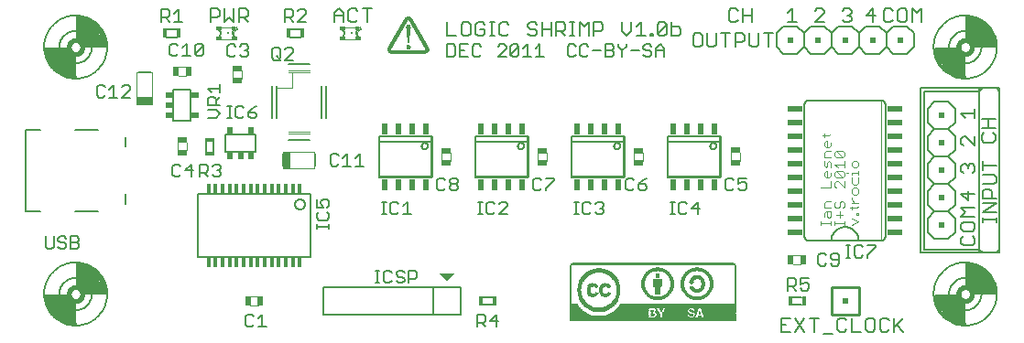
<source format=gto>
G75*
G70*
%OFA0B0*%
%FSLAX24Y24*%
%IPPOS*%
%LPD*%
%AMOC8*
5,1,8,0,0,1.08239X$1,22.5*
%
%ADD10C,0.0060*%
%ADD11C,0.0050*%
%ADD12C,0.0040*%
%ADD13R,0.0193X0.0433*%
%ADD14C,0.0080*%
%ADD15R,0.0200X0.0200*%
%ADD16R,0.0374X0.0197*%
%ADD17R,0.0256X0.0197*%
%ADD18R,0.0472X0.0079*%
%ADD19R,0.0591X0.0256*%
%ADD20R,0.0197X0.0374*%
%ADD21R,0.0160X0.0340*%
%ADD22R,0.0128X0.0368*%
%ADD23R,0.0079X0.0472*%
%ADD24R,0.0256X0.0591*%
%ADD25C,0.0025*%
%ADD26R,0.0197X0.0256*%
%ADD27C,0.0100*%
%ADD28C,0.0180*%
%ADD29C,0.0020*%
%ADD30C,0.0090*%
%ADD31R,0.0006X0.0006*%
%ADD32R,0.0006X0.0006*%
%ADD33R,0.0006X0.0006*%
%ADD34R,0.0006X0.0006*%
%ADD35R,0.0197X0.0128*%
%ADD36R,0.0098X0.0059*%
%ADD37R,0.0069X0.0157*%
%ADD38R,0.0079X0.0079*%
%ADD39R,0.0118X0.0118*%
%ADD40R,0.0030X0.0128*%
%ADD41R,0.0340X0.0160*%
%ADD42R,0.0050X0.0200*%
%ADD43R,0.0580X0.0200*%
%ADD44R,0.6015X0.0015*%
%ADD45R,0.6045X0.0015*%
%ADD46R,0.4395X0.0015*%
%ADD47R,0.1620X0.0015*%
%ADD48R,0.2865X0.0015*%
%ADD49R,0.0210X0.0015*%
%ADD50R,0.0975X0.0015*%
%ADD51R,0.0075X0.0015*%
%ADD52R,0.0165X0.0015*%
%ADD53R,0.1170X0.0015*%
%ADD54R,0.0180X0.0015*%
%ADD55R,0.0945X0.0015*%
%ADD56R,0.0045X0.0015*%
%ADD57R,0.1035X0.0015*%
%ADD58R,0.1785X0.0015*%
%ADD59R,0.0930X0.0015*%
%ADD60R,0.0150X0.0015*%
%ADD61R,0.0885X0.0015*%
%ADD62R,0.1650X0.0015*%
%ADD63R,0.0060X0.0015*%
%ADD64R,0.0030X0.0015*%
%ADD65R,0.0135X0.0015*%
%ADD66R,0.1185X0.0015*%
%ADD67R,0.0810X0.0015*%
%ADD68R,0.1575X0.0015*%
%ADD69R,0.0120X0.0015*%
%ADD70R,0.0915X0.0015*%
%ADD71R,0.0765X0.0015*%
%ADD72R,0.1530X0.0015*%
%ADD73R,0.1200X0.0015*%
%ADD74R,0.0735X0.0015*%
%ADD75R,0.1485X0.0015*%
%ADD76R,0.0690X0.0015*%
%ADD77R,0.1455X0.0015*%
%ADD78R,0.1110X0.0015*%
%ADD79R,0.0660X0.0015*%
%ADD80R,0.1425X0.0015*%
%ADD81R,0.1080X0.0015*%
%ADD82R,0.1215X0.0015*%
%ADD83R,0.0630X0.0015*%
%ADD84R,0.1395X0.0015*%
%ADD85R,0.0090X0.0015*%
%ADD86R,0.1020X0.0015*%
%ADD87R,0.0600X0.0015*%
%ADD88R,0.1365X0.0015*%
%ADD89R,0.0960X0.0015*%
%ADD90R,0.0585X0.0015*%
%ADD91R,0.1335X0.0015*%
%ADD92R,0.1230X0.0015*%
%ADD93R,0.0555X0.0015*%
%ADD94R,0.1320X0.0015*%
%ADD95R,0.0540X0.0015*%
%ADD96R,0.1290X0.0015*%
%ADD97R,0.0885X0.0015*%
%ADD98R,0.0225X0.0015*%
%ADD99R,0.1245X0.0015*%
%ADD100R,0.0510X0.0015*%
%ADD101R,0.0300X0.0015*%
%ADD102R,0.1275X0.0015*%
%ADD103R,0.0105X0.0015*%
%ADD104R,0.0270X0.0015*%
%ADD105R,0.0015X0.0015*%
%ADD106R,0.0495X0.0015*%
%ADD107R,0.0435X0.0015*%
%ADD108R,0.1260X0.0015*%
%ADD109R,0.0855X0.0015*%
%ADD110R,0.0480X0.0015*%
%ADD111R,0.0525X0.0015*%
%ADD112R,0.0465X0.0015*%
%ADD113R,0.0600X0.0015*%
%ADD114R,0.0450X0.0015*%
%ADD115R,0.0675X0.0015*%
%ADD116R,0.0840X0.0015*%
%ADD117R,0.0420X0.0015*%
%ADD118R,0.0735X0.0015*%
%ADD119R,0.0405X0.0015*%
%ADD120R,0.0780X0.0015*%
%ADD121R,0.0825X0.0015*%
%ADD122R,0.1155X0.0015*%
%ADD123R,0.0195X0.0015*%
%ADD124R,0.0390X0.0015*%
%ADD125R,0.2670X0.0015*%
%ADD126R,0.0375X0.0015*%
%ADD127R,0.4320X0.0015*%
%ADD128R,0.0360X0.0015*%
%ADD129R,0.0330X0.0015*%
%ADD130R,0.4305X0.0015*%
%ADD131R,0.0345X0.0015*%
%ADD132R,0.4290X0.0015*%
%ADD133R,0.0330X0.0015*%
%ADD134R,0.4275X0.0015*%
%ADD135R,0.0255X0.0015*%
%ADD136R,0.4260X0.0015*%
%ADD137R,0.0315X0.0015*%
%ADD138R,0.0240X0.0015*%
%ADD139R,0.0300X0.0015*%
%ADD140R,0.4245X0.0015*%
%ADD141R,0.0285X0.0015*%
%ADD142R,0.4230X0.0015*%
%ADD143R,0.0270X0.0015*%
%ADD144R,0.4215X0.0015*%
%ADD145R,0.0060X0.0015*%
%ADD146R,0.0360X0.0015*%
%ADD147R,0.0450X0.0015*%
%ADD148R,0.0510X0.0015*%
%ADD149R,0.0570X0.0015*%
%ADD150R,0.0555X0.0015*%
%ADD151R,0.0615X0.0015*%
%ADD152R,0.0660X0.0015*%
%ADD153R,0.0345X0.0015*%
%ADD154R,0.0390X0.0015*%
%ADD155R,0.0315X0.0015*%
%ADD156R,0.0420X0.0015*%
%ADD157R,0.0465X0.0015*%
%ADD158R,0.0375X0.0015*%
%ADD159R,0.0285X0.0015*%
%ADD160R,0.0405X0.0015*%
%ADD161R,0.0870X0.0015*%
%ADD162R,0.0720X0.0015*%
%ADD163R,0.0645X0.0015*%
%ADD164R,0.0585X0.0015*%
%ADD165R,0.0495X0.0015*%
%ADD166R,0.0540X0.0015*%
%ADD167R,0.0480X0.0015*%
%ADD168R,0.6015X0.0015*%
%ADD169R,0.5985X0.0015*%
%ADD170R,0.5955X0.0015*%
%ADD171R,0.5895X0.0015*%
D10*
X000824Y007947D02*
X000826Y008014D01*
X000832Y008082D01*
X000842Y008149D01*
X000856Y008215D01*
X000873Y008280D01*
X000895Y008344D01*
X000920Y008407D01*
X000949Y008468D01*
X000981Y008527D01*
X001017Y008584D01*
X001056Y008639D01*
X001098Y008692D01*
X001143Y008742D01*
X001191Y008789D01*
X001242Y008834D01*
X001295Y008875D01*
X001351Y008914D01*
X001409Y008949D01*
X001469Y008980D01*
X001530Y009008D01*
X001593Y009032D01*
X001657Y009053D01*
X001723Y009069D01*
X001789Y009082D01*
X001856Y009091D01*
X001923Y009096D01*
X001991Y009097D01*
X002058Y009094D01*
X002125Y009087D01*
X002192Y009076D01*
X002258Y009061D01*
X002323Y009043D01*
X002387Y009020D01*
X002449Y008994D01*
X002510Y008965D01*
X002568Y008931D01*
X002625Y008895D01*
X002680Y008855D01*
X002732Y008812D01*
X002781Y008766D01*
X002828Y008717D01*
X002872Y008666D01*
X002912Y008612D01*
X002950Y008556D01*
X002984Y008497D01*
X003014Y008437D01*
X003041Y008375D01*
X003065Y008312D01*
X003084Y008247D01*
X003100Y008182D01*
X003112Y008115D01*
X003120Y008048D01*
X003124Y007981D01*
X003124Y007913D01*
X003120Y007846D01*
X003112Y007779D01*
X003100Y007712D01*
X003084Y007647D01*
X003065Y007582D01*
X003041Y007519D01*
X003014Y007457D01*
X002984Y007397D01*
X002950Y007338D01*
X002912Y007282D01*
X002872Y007228D01*
X002828Y007177D01*
X002781Y007128D01*
X002732Y007082D01*
X002680Y007039D01*
X002625Y006999D01*
X002568Y006963D01*
X002510Y006929D01*
X002449Y006900D01*
X002387Y006874D01*
X002323Y006851D01*
X002258Y006833D01*
X002192Y006818D01*
X002125Y006807D01*
X002058Y006800D01*
X001991Y006797D01*
X001923Y006798D01*
X001856Y006803D01*
X001789Y006812D01*
X001723Y006825D01*
X001657Y006841D01*
X001593Y006862D01*
X001530Y006886D01*
X001469Y006914D01*
X001409Y006945D01*
X001351Y006980D01*
X001295Y007019D01*
X001242Y007060D01*
X001191Y007105D01*
X001143Y007152D01*
X001098Y007202D01*
X001056Y007255D01*
X001017Y007310D01*
X000981Y007367D01*
X000949Y007426D01*
X000920Y007487D01*
X000895Y007550D01*
X000873Y007614D01*
X000856Y007679D01*
X000842Y007745D01*
X000832Y007812D01*
X000826Y007880D01*
X000824Y007947D01*
X006426Y009295D02*
X006426Y011599D01*
X010521Y011599D01*
X010521Y009295D01*
X006426Y009295D01*
X009956Y011215D02*
X009958Y011241D01*
X009964Y011267D01*
X009973Y011292D01*
X009986Y011315D01*
X010002Y011336D01*
X010021Y011354D01*
X010043Y011370D01*
X010066Y011382D01*
X010091Y011390D01*
X010117Y011395D01*
X010144Y011396D01*
X010170Y011393D01*
X010195Y011386D01*
X010220Y011376D01*
X010242Y011362D01*
X010263Y011345D01*
X010280Y011326D01*
X010295Y011304D01*
X010306Y011280D01*
X010314Y011254D01*
X010318Y011228D01*
X010318Y011202D01*
X010314Y011176D01*
X010306Y011150D01*
X010295Y011126D01*
X010280Y011104D01*
X010263Y011085D01*
X010242Y011068D01*
X010220Y011054D01*
X010195Y011044D01*
X010170Y011037D01*
X010144Y011034D01*
X010117Y011035D01*
X010091Y011040D01*
X010066Y011048D01*
X010043Y011060D01*
X010021Y011076D01*
X010002Y011094D01*
X009986Y011115D01*
X009973Y011138D01*
X009964Y011163D01*
X009958Y011189D01*
X009956Y011215D01*
X008534Y013128D02*
X007414Y013128D01*
X007451Y013128D01*
X007414Y013128D02*
X007414Y013766D01*
X007451Y013766D01*
X007414Y013766D02*
X008534Y013766D01*
X008497Y013766D01*
X008534Y013766D02*
X008534Y013128D01*
X008497Y013128D01*
X008179Y013128D02*
X008142Y013128D01*
X007805Y013128D02*
X007768Y013128D01*
X006989Y013152D02*
X006989Y013492D01*
X006709Y013492D02*
X006709Y013152D01*
X007768Y013766D02*
X008179Y013766D01*
X006168Y014262D02*
X006168Y014299D01*
X006168Y014262D02*
X006168Y015382D01*
X006168Y015345D01*
X006168Y015382D02*
X005530Y015382D01*
X005530Y015345D01*
X005530Y015382D02*
X005530Y014262D01*
X005530Y014299D01*
X005530Y014262D02*
X006168Y014262D01*
X006168Y014616D02*
X006168Y015028D01*
X005530Y015028D02*
X005530Y014990D01*
X005530Y014654D02*
X005530Y014616D01*
X000824Y016947D02*
X000826Y017014D01*
X000832Y017082D01*
X000842Y017149D01*
X000856Y017215D01*
X000873Y017280D01*
X000895Y017344D01*
X000920Y017407D01*
X000949Y017468D01*
X000981Y017527D01*
X001017Y017584D01*
X001056Y017639D01*
X001098Y017692D01*
X001143Y017742D01*
X001191Y017789D01*
X001242Y017834D01*
X001295Y017875D01*
X001351Y017914D01*
X001409Y017949D01*
X001469Y017980D01*
X001530Y018008D01*
X001593Y018032D01*
X001657Y018053D01*
X001723Y018069D01*
X001789Y018082D01*
X001856Y018091D01*
X001923Y018096D01*
X001991Y018097D01*
X002058Y018094D01*
X002125Y018087D01*
X002192Y018076D01*
X002258Y018061D01*
X002323Y018043D01*
X002387Y018020D01*
X002449Y017994D01*
X002510Y017965D01*
X002568Y017931D01*
X002625Y017895D01*
X002680Y017855D01*
X002732Y017812D01*
X002781Y017766D01*
X002828Y017717D01*
X002872Y017666D01*
X002912Y017612D01*
X002950Y017556D01*
X002984Y017497D01*
X003014Y017437D01*
X003041Y017375D01*
X003065Y017312D01*
X003084Y017247D01*
X003100Y017182D01*
X003112Y017115D01*
X003120Y017048D01*
X003124Y016981D01*
X003124Y016913D01*
X003120Y016846D01*
X003112Y016779D01*
X003100Y016712D01*
X003084Y016647D01*
X003065Y016582D01*
X003041Y016519D01*
X003014Y016457D01*
X002984Y016397D01*
X002950Y016338D01*
X002912Y016282D01*
X002872Y016228D01*
X002828Y016177D01*
X002781Y016128D01*
X002732Y016082D01*
X002680Y016039D01*
X002625Y015999D01*
X002568Y015963D01*
X002510Y015929D01*
X002449Y015900D01*
X002387Y015874D01*
X002323Y015851D01*
X002258Y015833D01*
X002192Y015818D01*
X002125Y015807D01*
X002058Y015800D01*
X001991Y015797D01*
X001923Y015798D01*
X001856Y015803D01*
X001789Y015812D01*
X001723Y015825D01*
X001657Y015841D01*
X001593Y015862D01*
X001530Y015886D01*
X001469Y015914D01*
X001409Y015945D01*
X001351Y015980D01*
X001295Y016019D01*
X001242Y016060D01*
X001191Y016105D01*
X001143Y016152D01*
X001098Y016202D01*
X001056Y016255D01*
X001017Y016310D01*
X000981Y016367D01*
X000949Y016426D01*
X000920Y016487D01*
X000895Y016550D01*
X000873Y016614D01*
X000856Y016679D01*
X000842Y016745D01*
X000832Y016812D01*
X000826Y016880D01*
X000824Y016947D01*
X005304Y017307D02*
X005644Y017307D01*
X005644Y017587D02*
X005304Y017587D01*
X006879Y017852D02*
X006879Y018352D01*
X007129Y018352D01*
X007212Y018269D01*
X007212Y018102D01*
X007129Y018019D01*
X006879Y018019D01*
X007394Y017852D02*
X007561Y018019D01*
X007728Y017852D01*
X007728Y018352D01*
X007910Y018352D02*
X008160Y018352D01*
X008244Y018269D01*
X008244Y018102D01*
X008160Y018019D01*
X007910Y018019D01*
X008077Y018019D02*
X008244Y017852D01*
X007910Y017852D02*
X007910Y018352D01*
X007394Y018352D02*
X007394Y017852D01*
X009804Y017587D02*
X010144Y017587D01*
X010144Y017307D02*
X009804Y017307D01*
X011379Y017852D02*
X011379Y018186D01*
X011545Y018352D01*
X011712Y018186D01*
X011712Y017852D01*
X011894Y017935D02*
X011978Y017852D01*
X012145Y017852D01*
X012228Y017935D01*
X011894Y017935D02*
X011894Y018269D01*
X011978Y018352D01*
X012145Y018352D01*
X012228Y018269D01*
X012410Y018352D02*
X012744Y018352D01*
X012577Y018352D02*
X012577Y017852D01*
X011712Y018102D02*
X011379Y018102D01*
X015504Y017852D02*
X015504Y017352D01*
X015837Y017352D01*
X016019Y017435D02*
X016103Y017352D01*
X016270Y017352D01*
X016353Y017435D01*
X016353Y017769D01*
X016270Y017852D01*
X016103Y017852D01*
X016019Y017769D01*
X016019Y017435D01*
X016535Y017435D02*
X016618Y017352D01*
X016785Y017352D01*
X016869Y017435D01*
X016869Y017602D01*
X016702Y017602D01*
X016869Y017769D02*
X016785Y017852D01*
X016618Y017852D01*
X016535Y017769D01*
X016535Y017435D01*
X017051Y017352D02*
X017217Y017352D01*
X017134Y017352D02*
X017134Y017852D01*
X017051Y017852D02*
X017217Y017852D01*
X017394Y017769D02*
X017394Y017435D01*
X017478Y017352D01*
X017645Y017352D01*
X017728Y017435D01*
X018426Y017435D02*
X018509Y017352D01*
X018676Y017352D01*
X018759Y017435D01*
X018759Y017519D01*
X018676Y017602D01*
X018509Y017602D01*
X018426Y017686D01*
X018426Y017769D01*
X018509Y017852D01*
X018676Y017852D01*
X018759Y017769D01*
X018941Y017852D02*
X018941Y017352D01*
X019275Y017352D02*
X019275Y017852D01*
X019457Y017852D02*
X019707Y017852D01*
X019790Y017769D01*
X019790Y017602D01*
X019707Y017519D01*
X019457Y017519D01*
X019624Y017519D02*
X019790Y017352D01*
X019972Y017352D02*
X020139Y017352D01*
X020056Y017352D02*
X020056Y017852D01*
X020139Y017852D02*
X019972Y017852D01*
X020316Y017852D02*
X020483Y017686D01*
X020650Y017852D01*
X020650Y017352D01*
X020832Y017352D02*
X020832Y017852D01*
X021082Y017852D01*
X021165Y017769D01*
X021165Y017602D01*
X021082Y017519D01*
X020832Y017519D01*
X020316Y017352D02*
X020316Y017852D01*
X019457Y017852D02*
X019457Y017352D01*
X019275Y017602D02*
X018941Y017602D01*
X017728Y017769D02*
X017645Y017852D01*
X017478Y017852D01*
X017394Y017769D01*
X021863Y017852D02*
X021863Y017519D01*
X022030Y017352D01*
X022197Y017519D01*
X022197Y017852D01*
X022379Y017686D02*
X022546Y017852D01*
X022546Y017352D01*
X022712Y017352D02*
X022379Y017352D01*
X022894Y017352D02*
X022978Y017352D01*
X022978Y017435D01*
X022894Y017435D01*
X022894Y017352D01*
X023152Y017435D02*
X023486Y017769D01*
X023486Y017435D01*
X023402Y017352D01*
X023236Y017352D01*
X023152Y017435D01*
X023152Y017769D01*
X023236Y017852D01*
X023402Y017852D01*
X023486Y017769D01*
X023668Y017852D02*
X023668Y017352D01*
X023918Y017352D01*
X024001Y017435D01*
X024001Y017602D01*
X023918Y017686D01*
X023668Y017686D01*
X024440Y017364D02*
X024440Y017030D01*
X024523Y016947D01*
X024690Y016947D01*
X024773Y017030D01*
X024773Y017364D01*
X024690Y017447D01*
X024523Y017447D01*
X024440Y017364D01*
X024956Y017447D02*
X024956Y017030D01*
X025039Y016947D01*
X025206Y016947D01*
X025289Y017030D01*
X025289Y017447D01*
X025471Y017447D02*
X025805Y017447D01*
X025638Y017447D02*
X025638Y016947D01*
X025987Y016947D02*
X025987Y017447D01*
X026237Y017447D01*
X026320Y017364D01*
X026320Y017197D01*
X026237Y017114D01*
X025987Y017114D01*
X026502Y017030D02*
X026502Y017447D01*
X026836Y017447D02*
X026836Y017030D01*
X026753Y016947D01*
X026586Y016947D01*
X026502Y017030D01*
X027018Y017447D02*
X027352Y017447D01*
X027474Y017447D02*
X027724Y017697D01*
X028224Y017697D01*
X028474Y017447D01*
X028724Y017697D01*
X029224Y017697D01*
X029474Y017447D01*
X029474Y016947D01*
X029224Y016697D01*
X028724Y016697D01*
X028474Y016947D01*
X028224Y016697D01*
X027724Y016697D01*
X027474Y016947D01*
X027474Y017447D01*
X027185Y017447D02*
X027185Y016947D01*
X028474Y016947D02*
X028474Y017447D01*
X028212Y017852D02*
X027879Y017852D01*
X028045Y017852D02*
X028045Y018352D01*
X027879Y018186D01*
X028879Y018269D02*
X028962Y018352D01*
X029129Y018352D01*
X029212Y018269D01*
X029212Y018186D01*
X028879Y017852D01*
X029212Y017852D01*
X029474Y017447D02*
X029724Y017697D01*
X030224Y017697D01*
X030474Y017447D01*
X030724Y017697D01*
X031224Y017697D01*
X031474Y017447D01*
X031724Y017697D01*
X032224Y017697D01*
X032474Y017447D01*
X032474Y016947D01*
X032224Y016697D01*
X031724Y016697D01*
X031474Y016947D01*
X031224Y016697D01*
X030724Y016697D01*
X030474Y016947D01*
X030224Y016697D01*
X029724Y016697D01*
X029474Y016947D01*
X030474Y016947D02*
X030474Y017447D01*
X030129Y017852D02*
X029962Y017852D01*
X029879Y017935D01*
X030045Y018102D02*
X030129Y018102D01*
X030212Y018019D01*
X030212Y017935D01*
X030129Y017852D01*
X030129Y018102D02*
X030212Y018186D01*
X030212Y018269D01*
X030129Y018352D01*
X029962Y018352D01*
X029879Y018269D01*
X030754Y018102D02*
X031087Y018102D01*
X031004Y017852D02*
X031004Y018352D01*
X030754Y018102D01*
X031379Y018269D02*
X031379Y017935D01*
X031462Y017852D01*
X031629Y017852D01*
X031712Y017935D01*
X031894Y017935D02*
X031978Y017852D01*
X032145Y017852D01*
X032228Y017935D01*
X032228Y018269D01*
X032145Y018352D01*
X031978Y018352D01*
X031894Y018269D01*
X031894Y017935D01*
X031712Y018269D02*
X031629Y018352D01*
X031462Y018352D01*
X031379Y018269D01*
X032410Y018352D02*
X032410Y017852D01*
X032744Y017852D02*
X032744Y018352D01*
X032577Y018186D01*
X032410Y018352D01*
X031474Y017447D02*
X031474Y016947D01*
X033199Y016947D02*
X033201Y017014D01*
X033207Y017082D01*
X033217Y017149D01*
X033231Y017215D01*
X033248Y017280D01*
X033270Y017344D01*
X033295Y017407D01*
X033324Y017468D01*
X033356Y017527D01*
X033392Y017584D01*
X033431Y017639D01*
X033473Y017692D01*
X033518Y017742D01*
X033566Y017789D01*
X033617Y017834D01*
X033670Y017875D01*
X033726Y017914D01*
X033784Y017949D01*
X033844Y017980D01*
X033905Y018008D01*
X033968Y018032D01*
X034032Y018053D01*
X034098Y018069D01*
X034164Y018082D01*
X034231Y018091D01*
X034298Y018096D01*
X034366Y018097D01*
X034433Y018094D01*
X034500Y018087D01*
X034567Y018076D01*
X034633Y018061D01*
X034698Y018043D01*
X034762Y018020D01*
X034824Y017994D01*
X034885Y017965D01*
X034943Y017931D01*
X035000Y017895D01*
X035055Y017855D01*
X035107Y017812D01*
X035156Y017766D01*
X035203Y017717D01*
X035247Y017666D01*
X035287Y017612D01*
X035325Y017556D01*
X035359Y017497D01*
X035389Y017437D01*
X035416Y017375D01*
X035440Y017312D01*
X035459Y017247D01*
X035475Y017182D01*
X035487Y017115D01*
X035495Y017048D01*
X035499Y016981D01*
X035499Y016913D01*
X035495Y016846D01*
X035487Y016779D01*
X035475Y016712D01*
X035459Y016647D01*
X035440Y016582D01*
X035416Y016519D01*
X035389Y016457D01*
X035359Y016397D01*
X035325Y016338D01*
X035287Y016282D01*
X035247Y016228D01*
X035203Y016177D01*
X035156Y016128D01*
X035107Y016082D01*
X035055Y016039D01*
X035000Y015999D01*
X034943Y015963D01*
X034885Y015929D01*
X034824Y015900D01*
X034762Y015874D01*
X034698Y015851D01*
X034633Y015833D01*
X034567Y015818D01*
X034500Y015807D01*
X034433Y015800D01*
X034366Y015797D01*
X034298Y015798D01*
X034231Y015803D01*
X034164Y015812D01*
X034098Y015825D01*
X034032Y015841D01*
X033968Y015862D01*
X033905Y015886D01*
X033844Y015914D01*
X033784Y015945D01*
X033726Y015980D01*
X033670Y016019D01*
X033617Y016060D01*
X033566Y016105D01*
X033518Y016152D01*
X033473Y016202D01*
X033431Y016255D01*
X033392Y016310D01*
X033356Y016367D01*
X033324Y016426D01*
X033295Y016487D01*
X033270Y016550D01*
X033248Y016614D01*
X033231Y016679D01*
X033217Y016745D01*
X033207Y016812D01*
X033201Y016880D01*
X033199Y016947D01*
X033224Y014947D02*
X032974Y014697D01*
X032974Y014197D01*
X033224Y013947D01*
X032974Y013697D01*
X032974Y013197D01*
X033224Y012947D01*
X033724Y012947D01*
X033974Y013197D01*
X033974Y013697D01*
X033724Y013947D01*
X033224Y013947D01*
X033724Y013947D02*
X033974Y014197D01*
X033974Y014697D01*
X033724Y014947D01*
X033224Y014947D01*
X034193Y014519D02*
X034694Y014519D01*
X034694Y014352D02*
X034694Y014686D01*
X034360Y014352D02*
X034193Y014519D01*
X034943Y014326D02*
X035444Y014326D01*
X035194Y014326D02*
X035194Y013993D01*
X035360Y013811D02*
X035444Y013727D01*
X035444Y013560D01*
X035360Y013477D01*
X035027Y013477D01*
X034943Y013560D01*
X034943Y013727D01*
X035027Y013811D01*
X034943Y013993D02*
X035444Y013993D01*
X034694Y013686D02*
X034694Y013352D01*
X034360Y013686D01*
X034277Y013686D01*
X034193Y013602D01*
X034193Y013435D01*
X034277Y013352D01*
X033724Y012947D02*
X033974Y012697D01*
X033974Y012197D01*
X033724Y011947D01*
X033974Y011697D01*
X033974Y011197D01*
X033724Y010947D01*
X033974Y010697D01*
X033974Y010197D01*
X033724Y009947D01*
X033224Y009947D01*
X032974Y010197D01*
X032974Y010697D01*
X033224Y010947D01*
X032974Y011197D01*
X032974Y011697D01*
X033224Y011947D01*
X032974Y012197D01*
X032974Y012697D01*
X033224Y012947D01*
X034193Y012602D02*
X034193Y012435D01*
X034277Y012352D01*
X034444Y012519D02*
X034444Y012602D01*
X034527Y012686D01*
X034610Y012686D01*
X034694Y012602D01*
X034694Y012435D01*
X034610Y012352D01*
X034444Y012602D02*
X034360Y012686D01*
X034277Y012686D01*
X034193Y012602D01*
X034973Y012629D02*
X035474Y012629D01*
X035390Y012281D02*
X034973Y012281D01*
X034973Y012463D02*
X034973Y012796D01*
X035390Y012281D02*
X035474Y012197D01*
X035474Y012030D01*
X035390Y011947D01*
X034973Y011947D01*
X035057Y011765D02*
X035224Y011765D01*
X035307Y011681D01*
X035307Y011431D01*
X035474Y011431D02*
X034973Y011431D01*
X034973Y011681D01*
X035057Y011765D01*
X034694Y011602D02*
X034193Y011602D01*
X034444Y011352D01*
X034444Y011686D01*
X034973Y011249D02*
X035474Y011249D01*
X034973Y010916D01*
X035474Y010916D01*
X035474Y010739D02*
X035474Y010572D01*
X035474Y010655D02*
X034973Y010655D01*
X034973Y010572D02*
X034973Y010739D01*
X034694Y010758D02*
X034193Y010758D01*
X034360Y010925D01*
X034193Y011092D01*
X034694Y011092D01*
X033724Y010947D02*
X033224Y010947D01*
X034193Y010493D02*
X034193Y010326D01*
X034277Y010243D01*
X034610Y010243D01*
X034694Y010326D01*
X034694Y010493D01*
X034610Y010576D01*
X034277Y010576D01*
X034193Y010493D01*
X034277Y010061D02*
X034193Y009977D01*
X034193Y009810D01*
X034277Y009727D01*
X034610Y009727D01*
X034694Y009810D01*
X034694Y009977D01*
X034610Y010061D01*
X031444Y010037D02*
X031444Y014857D01*
X031442Y014880D01*
X031437Y014903D01*
X031428Y014925D01*
X031415Y014945D01*
X031400Y014963D01*
X031382Y014978D01*
X031362Y014991D01*
X031340Y015000D01*
X031317Y015005D01*
X031294Y015007D01*
X028654Y015007D01*
X028631Y015005D01*
X028608Y015000D01*
X028586Y014991D01*
X028566Y014978D01*
X028548Y014963D01*
X028533Y014945D01*
X028520Y014925D01*
X028511Y014903D01*
X028506Y014880D01*
X028504Y014857D01*
X028504Y010037D01*
X028506Y010014D01*
X028511Y009991D01*
X028520Y009969D01*
X028533Y009949D01*
X028548Y009931D01*
X028566Y009916D01*
X028586Y009903D01*
X028608Y009894D01*
X028631Y009889D01*
X028654Y009887D01*
X029474Y009887D01*
X030474Y009887D01*
X031294Y009887D01*
X031317Y009889D01*
X031340Y009894D01*
X031362Y009903D01*
X031382Y009916D01*
X031400Y009931D01*
X031415Y009949D01*
X031428Y009969D01*
X031437Y009991D01*
X031442Y010014D01*
X031444Y010037D01*
X030474Y009887D02*
X030472Y009931D01*
X030466Y009974D01*
X030457Y010016D01*
X030444Y010058D01*
X030427Y010098D01*
X030407Y010137D01*
X030384Y010174D01*
X030357Y010208D01*
X030328Y010241D01*
X030295Y010270D01*
X030261Y010297D01*
X030224Y010320D01*
X030185Y010340D01*
X030145Y010357D01*
X030103Y010370D01*
X030061Y010379D01*
X030018Y010385D01*
X029974Y010387D01*
X029930Y010385D01*
X029887Y010379D01*
X029845Y010370D01*
X029803Y010357D01*
X029763Y010340D01*
X029724Y010320D01*
X029687Y010297D01*
X029653Y010270D01*
X029620Y010241D01*
X029591Y010208D01*
X029564Y010174D01*
X029541Y010137D01*
X029521Y010098D01*
X029504Y010058D01*
X029491Y010016D01*
X029482Y009974D01*
X029476Y009931D01*
X029474Y009887D01*
X028394Y007837D02*
X028054Y007837D01*
X028054Y007557D02*
X028394Y007557D01*
X028492Y007072D02*
X028159Y006572D01*
X027977Y006572D02*
X027643Y006572D01*
X027643Y007072D01*
X027977Y007072D01*
X028159Y007072D02*
X028492Y006572D01*
X028841Y006572D02*
X028841Y007072D01*
X028674Y007072D02*
X029008Y007072D01*
X029705Y006989D02*
X029705Y006655D01*
X029789Y006572D01*
X029956Y006572D01*
X030039Y006655D01*
X030221Y006572D02*
X030555Y006572D01*
X030737Y006655D02*
X030820Y006572D01*
X030987Y006572D01*
X031070Y006655D01*
X031070Y006989D01*
X030987Y007072D01*
X030820Y007072D01*
X030737Y006989D01*
X030737Y006655D01*
X030221Y006572D02*
X030221Y007072D01*
X030039Y006989D02*
X029956Y007072D01*
X029789Y007072D01*
X029705Y006989D01*
X029523Y006489D02*
X029190Y006489D01*
X027810Y006822D02*
X027643Y006822D01*
X031252Y006655D02*
X031336Y006572D01*
X031503Y006572D01*
X031586Y006655D01*
X031768Y006572D02*
X031768Y007072D01*
X031586Y006989D02*
X031503Y007072D01*
X031336Y007072D01*
X031252Y006989D01*
X031252Y006655D01*
X031768Y006739D02*
X032102Y007072D01*
X031851Y006822D02*
X032102Y006572D01*
X033199Y007947D02*
X033201Y008014D01*
X033207Y008082D01*
X033217Y008149D01*
X033231Y008215D01*
X033248Y008280D01*
X033270Y008344D01*
X033295Y008407D01*
X033324Y008468D01*
X033356Y008527D01*
X033392Y008584D01*
X033431Y008639D01*
X033473Y008692D01*
X033518Y008742D01*
X033566Y008789D01*
X033617Y008834D01*
X033670Y008875D01*
X033726Y008914D01*
X033784Y008949D01*
X033844Y008980D01*
X033905Y009008D01*
X033968Y009032D01*
X034032Y009053D01*
X034098Y009069D01*
X034164Y009082D01*
X034231Y009091D01*
X034298Y009096D01*
X034366Y009097D01*
X034433Y009094D01*
X034500Y009087D01*
X034567Y009076D01*
X034633Y009061D01*
X034698Y009043D01*
X034762Y009020D01*
X034824Y008994D01*
X034885Y008965D01*
X034943Y008931D01*
X035000Y008895D01*
X035055Y008855D01*
X035107Y008812D01*
X035156Y008766D01*
X035203Y008717D01*
X035247Y008666D01*
X035287Y008612D01*
X035325Y008556D01*
X035359Y008497D01*
X035389Y008437D01*
X035416Y008375D01*
X035440Y008312D01*
X035459Y008247D01*
X035475Y008182D01*
X035487Y008115D01*
X035495Y008048D01*
X035499Y007981D01*
X035499Y007913D01*
X035495Y007846D01*
X035487Y007779D01*
X035475Y007712D01*
X035459Y007647D01*
X035440Y007582D01*
X035416Y007519D01*
X035389Y007457D01*
X035359Y007397D01*
X035325Y007338D01*
X035287Y007282D01*
X035247Y007228D01*
X035203Y007177D01*
X035156Y007128D01*
X035107Y007082D01*
X035055Y007039D01*
X035000Y006999D01*
X034943Y006963D01*
X034885Y006929D01*
X034824Y006900D01*
X034762Y006874D01*
X034698Y006851D01*
X034633Y006833D01*
X034567Y006818D01*
X034500Y006807D01*
X034433Y006800D01*
X034366Y006797D01*
X034298Y006798D01*
X034231Y006803D01*
X034164Y006812D01*
X034098Y006825D01*
X034032Y006841D01*
X033968Y006862D01*
X033905Y006886D01*
X033844Y006914D01*
X033784Y006945D01*
X033726Y006980D01*
X033670Y007019D01*
X033617Y007060D01*
X033566Y007105D01*
X033518Y007152D01*
X033473Y007202D01*
X033431Y007255D01*
X033392Y007310D01*
X033356Y007367D01*
X033324Y007426D01*
X033295Y007487D01*
X033270Y007550D01*
X033248Y007614D01*
X033231Y007679D01*
X033217Y007745D01*
X033207Y007812D01*
X033201Y007880D01*
X033199Y007947D01*
X033224Y011947D02*
X033724Y011947D01*
X026603Y017852D02*
X026603Y018352D01*
X026269Y018352D02*
X026269Y017852D01*
X026087Y017935D02*
X026004Y017852D01*
X025837Y017852D01*
X025754Y017935D01*
X025754Y018269D01*
X025837Y018352D01*
X026004Y018352D01*
X026087Y018269D01*
X026269Y018102D02*
X026603Y018102D01*
X017144Y007837D02*
X016804Y007837D01*
X016804Y007557D02*
X017144Y007557D01*
D11*
X017284Y007197D02*
X017059Y006972D01*
X017359Y006972D01*
X017284Y006747D02*
X017284Y007197D01*
X016899Y007122D02*
X016899Y006972D01*
X016824Y006897D01*
X016599Y006897D01*
X016749Y006897D02*
X016899Y006747D01*
X016599Y006747D02*
X016599Y007197D01*
X016824Y007197D01*
X016899Y007122D01*
X015974Y007197D02*
X014974Y007197D01*
X014974Y008197D01*
X015974Y008197D01*
X015974Y007197D01*
X014974Y007197D02*
X010974Y007197D01*
X010974Y008197D01*
X014974Y008197D01*
X014402Y008572D02*
X014326Y008497D01*
X014101Y008497D01*
X014101Y008347D02*
X014101Y008797D01*
X014326Y008797D01*
X014402Y008722D01*
X014402Y008572D01*
X013941Y008497D02*
X013941Y008422D01*
X013866Y008347D01*
X013716Y008347D01*
X013641Y008422D01*
X013481Y008422D02*
X013406Y008347D01*
X013256Y008347D01*
X013181Y008422D01*
X013181Y008722D01*
X013256Y008797D01*
X013406Y008797D01*
X013481Y008722D01*
X013641Y008722D02*
X013641Y008647D01*
X013716Y008572D01*
X013866Y008572D01*
X013941Y008497D01*
X013941Y008722D02*
X013866Y008797D01*
X013716Y008797D01*
X013641Y008722D01*
X013024Y008797D02*
X012874Y008797D01*
X012949Y008797D02*
X012949Y008347D01*
X012874Y008347D02*
X013024Y008347D01*
X011199Y010331D02*
X011199Y010481D01*
X011199Y010406D02*
X010748Y010406D01*
X010748Y010331D02*
X010748Y010481D01*
X010823Y010638D02*
X011124Y010638D01*
X011199Y010713D01*
X011199Y010863D01*
X011124Y010938D01*
X011124Y011098D02*
X011199Y011173D01*
X011199Y011323D01*
X011124Y011398D01*
X010974Y011398D01*
X010898Y011323D01*
X010898Y011248D01*
X010974Y011098D01*
X010748Y011098D01*
X010748Y011398D01*
X010823Y010938D02*
X010748Y010863D01*
X010748Y010713D01*
X010823Y010638D01*
X013124Y010847D02*
X013274Y010847D01*
X013199Y010847D02*
X013199Y011297D01*
X013124Y011297D02*
X013274Y011297D01*
X013431Y011222D02*
X013431Y010922D01*
X013506Y010847D01*
X013656Y010847D01*
X013731Y010922D01*
X013891Y010847D02*
X014191Y010847D01*
X014041Y010847D02*
X014041Y011297D01*
X013891Y011147D01*
X013731Y011222D02*
X013656Y011297D01*
X013506Y011297D01*
X013431Y011222D01*
X015124Y011797D02*
X015124Y012097D01*
X015199Y012172D01*
X015349Y012172D01*
X015424Y012097D01*
X015584Y012097D02*
X015659Y012172D01*
X015809Y012172D01*
X015884Y012097D01*
X015884Y012022D01*
X015809Y011947D01*
X015659Y011947D01*
X015584Y012022D01*
X015584Y012097D01*
X015659Y011947D02*
X015584Y011872D01*
X015584Y011797D01*
X015659Y011722D01*
X015809Y011722D01*
X015884Y011797D01*
X015884Y011872D01*
X015809Y011947D01*
X015424Y011797D02*
X015349Y011722D01*
X015199Y011722D01*
X015124Y011797D01*
X014958Y012238D02*
X014958Y013695D01*
X013029Y013695D01*
X013029Y012238D01*
X014958Y012238D01*
X016529Y012238D02*
X016529Y013695D01*
X018458Y013695D01*
X018458Y012238D01*
X016529Y012238D01*
X016624Y011297D02*
X016774Y011297D01*
X016699Y011297D02*
X016699Y010847D01*
X016624Y010847D02*
X016774Y010847D01*
X016931Y010922D02*
X017006Y010847D01*
X017156Y010847D01*
X017231Y010922D01*
X017391Y010847D02*
X017691Y011147D01*
X017691Y011222D01*
X017616Y011297D01*
X017466Y011297D01*
X017391Y011222D01*
X017231Y011222D02*
X017156Y011297D01*
X017006Y011297D01*
X016931Y011222D01*
X016931Y010922D01*
X017391Y010847D02*
X017691Y010847D01*
X018624Y011797D02*
X018699Y011722D01*
X018849Y011722D01*
X018924Y011797D01*
X019084Y011797D02*
X019084Y011722D01*
X019084Y011797D02*
X019384Y012097D01*
X019384Y012172D01*
X019084Y012172D01*
X018924Y012097D02*
X018849Y012172D01*
X018699Y012172D01*
X018624Y012097D01*
X018624Y011797D01*
X020029Y012238D02*
X020029Y013695D01*
X021958Y013695D01*
X021958Y012238D01*
X020029Y012238D01*
X020124Y011297D02*
X020274Y011297D01*
X020199Y011297D02*
X020199Y010847D01*
X020124Y010847D02*
X020274Y010847D01*
X020431Y010922D02*
X020506Y010847D01*
X020656Y010847D01*
X020731Y010922D01*
X020891Y010922D02*
X020966Y010847D01*
X021116Y010847D01*
X021191Y010922D01*
X021191Y010997D01*
X021116Y011072D01*
X021041Y011072D01*
X021116Y011072D02*
X021191Y011147D01*
X021191Y011222D01*
X021116Y011297D01*
X020966Y011297D01*
X020891Y011222D01*
X020731Y011222D02*
X020656Y011297D01*
X020506Y011297D01*
X020431Y011222D01*
X020431Y010922D01*
X021999Y011797D02*
X022074Y011722D01*
X022224Y011722D01*
X022299Y011797D01*
X022459Y011797D02*
X022534Y011722D01*
X022684Y011722D01*
X022759Y011797D01*
X022759Y011872D01*
X022684Y011947D01*
X022459Y011947D01*
X022459Y011797D01*
X022459Y011947D02*
X022609Y012097D01*
X022759Y012172D01*
X022299Y012097D02*
X022224Y012172D01*
X022074Y012172D01*
X021999Y012097D01*
X021999Y011797D01*
X023529Y012238D02*
X023529Y013695D01*
X025458Y013695D01*
X025458Y012238D01*
X023529Y012238D01*
X023624Y011297D02*
X023774Y011297D01*
X023699Y011297D02*
X023699Y010847D01*
X023624Y010847D02*
X023774Y010847D01*
X023931Y010922D02*
X024006Y010847D01*
X024156Y010847D01*
X024231Y010922D01*
X024391Y011072D02*
X024691Y011072D01*
X024616Y010847D02*
X024616Y011297D01*
X024391Y011072D01*
X024231Y011222D02*
X024156Y011297D01*
X024006Y011297D01*
X023931Y011222D01*
X023931Y010922D01*
X025624Y011797D02*
X025699Y011722D01*
X025849Y011722D01*
X025924Y011797D01*
X026084Y011797D02*
X026159Y011722D01*
X026309Y011722D01*
X026384Y011797D01*
X026384Y011947D01*
X026309Y012022D01*
X026234Y012022D01*
X026084Y011947D01*
X026084Y012172D01*
X026384Y012172D01*
X025924Y012097D02*
X025849Y012172D01*
X025699Y012172D01*
X025624Y012097D01*
X025624Y011797D01*
X025071Y013341D02*
X025073Y013361D01*
X025078Y013381D01*
X025088Y013399D01*
X025100Y013416D01*
X025115Y013430D01*
X025133Y013440D01*
X025152Y013448D01*
X025172Y013452D01*
X025192Y013452D01*
X025212Y013448D01*
X025231Y013440D01*
X025249Y013430D01*
X025264Y013416D01*
X025276Y013399D01*
X025286Y013381D01*
X025291Y013361D01*
X025293Y013341D01*
X025291Y013321D01*
X025286Y013301D01*
X025276Y013283D01*
X025264Y013266D01*
X025249Y013252D01*
X025231Y013242D01*
X025212Y013234D01*
X025192Y013230D01*
X025172Y013230D01*
X025152Y013234D01*
X025133Y013242D01*
X025115Y013252D01*
X025100Y013266D01*
X025088Y013283D01*
X025078Y013301D01*
X025073Y013321D01*
X025071Y013341D01*
X021571Y013341D02*
X021573Y013361D01*
X021578Y013381D01*
X021588Y013399D01*
X021600Y013416D01*
X021615Y013430D01*
X021633Y013440D01*
X021652Y013448D01*
X021672Y013452D01*
X021692Y013452D01*
X021712Y013448D01*
X021731Y013440D01*
X021749Y013430D01*
X021764Y013416D01*
X021776Y013399D01*
X021786Y013381D01*
X021791Y013361D01*
X021793Y013341D01*
X021791Y013321D01*
X021786Y013301D01*
X021776Y013283D01*
X021764Y013266D01*
X021749Y013252D01*
X021731Y013242D01*
X021712Y013234D01*
X021692Y013230D01*
X021672Y013230D01*
X021652Y013234D01*
X021633Y013242D01*
X021615Y013252D01*
X021600Y013266D01*
X021588Y013283D01*
X021578Y013301D01*
X021573Y013321D01*
X021571Y013341D01*
X018071Y013341D02*
X018073Y013361D01*
X018078Y013381D01*
X018088Y013399D01*
X018100Y013416D01*
X018115Y013430D01*
X018133Y013440D01*
X018152Y013448D01*
X018172Y013452D01*
X018192Y013452D01*
X018212Y013448D01*
X018231Y013440D01*
X018249Y013430D01*
X018264Y013416D01*
X018276Y013399D01*
X018286Y013381D01*
X018291Y013361D01*
X018293Y013341D01*
X018291Y013321D01*
X018286Y013301D01*
X018276Y013283D01*
X018264Y013266D01*
X018249Y013252D01*
X018231Y013242D01*
X018212Y013234D01*
X018192Y013230D01*
X018172Y013230D01*
X018152Y013234D01*
X018133Y013242D01*
X018115Y013252D01*
X018100Y013266D01*
X018088Y013283D01*
X018078Y013301D01*
X018073Y013321D01*
X018071Y013341D01*
X014571Y013341D02*
X014573Y013361D01*
X014578Y013381D01*
X014588Y013399D01*
X014600Y013416D01*
X014615Y013430D01*
X014633Y013440D01*
X014652Y013448D01*
X014672Y013452D01*
X014692Y013452D01*
X014712Y013448D01*
X014731Y013440D01*
X014749Y013430D01*
X014764Y013416D01*
X014776Y013399D01*
X014786Y013381D01*
X014791Y013361D01*
X014793Y013341D01*
X014791Y013321D01*
X014786Y013301D01*
X014776Y013283D01*
X014764Y013266D01*
X014749Y013252D01*
X014731Y013242D01*
X014712Y013234D01*
X014692Y013230D01*
X014672Y013230D01*
X014652Y013234D01*
X014633Y013242D01*
X014615Y013252D01*
X014600Y013266D01*
X014588Y013283D01*
X014578Y013301D01*
X014573Y013321D01*
X014571Y013341D01*
X012465Y012606D02*
X012164Y012606D01*
X012315Y012606D02*
X012315Y013056D01*
X012164Y012906D01*
X011854Y013056D02*
X011854Y012606D01*
X011704Y012606D02*
X012004Y012606D01*
X011704Y012906D02*
X011854Y013056D01*
X011544Y012981D02*
X011469Y013056D01*
X011319Y013056D01*
X011244Y012981D01*
X011244Y012681D01*
X011319Y012606D01*
X011469Y012606D01*
X011544Y012681D01*
X010477Y013569D02*
X009721Y013569D01*
X009114Y014356D02*
X009114Y015537D01*
X008566Y014797D02*
X008416Y014722D01*
X008266Y014572D01*
X008491Y014572D01*
X008566Y014497D01*
X008566Y014422D01*
X008491Y014347D01*
X008341Y014347D01*
X008266Y014422D01*
X008266Y014572D01*
X008106Y014422D02*
X008031Y014347D01*
X007881Y014347D01*
X007806Y014422D01*
X007806Y014722D01*
X007881Y014797D01*
X008031Y014797D01*
X008106Y014722D01*
X007649Y014797D02*
X007499Y014797D01*
X007574Y014797D02*
X007574Y014347D01*
X007499Y014347D02*
X007649Y014347D01*
X007224Y014522D02*
X007074Y014672D01*
X006773Y014672D01*
X006773Y014832D02*
X006773Y015057D01*
X006848Y015133D01*
X006999Y015133D01*
X007074Y015057D01*
X007074Y014832D01*
X007224Y014832D02*
X006773Y014832D01*
X007074Y014982D02*
X007224Y015133D01*
X007224Y015293D02*
X007224Y015593D01*
X007224Y015443D02*
X006773Y015443D01*
X006923Y015293D01*
X007224Y014522D02*
X007074Y014372D01*
X006773Y014372D01*
X003965Y015106D02*
X003664Y015106D01*
X003965Y015406D01*
X003965Y015481D01*
X003890Y015556D01*
X003740Y015556D01*
X003664Y015481D01*
X003354Y015556D02*
X003354Y015106D01*
X003204Y015106D02*
X003504Y015106D01*
X003044Y015181D02*
X002969Y015106D01*
X002819Y015106D01*
X002744Y015181D01*
X002744Y015481D01*
X002819Y015556D01*
X002969Y015556D01*
X003044Y015481D01*
X003204Y015406D02*
X003354Y015556D01*
X005399Y016697D02*
X005474Y016622D01*
X005624Y016622D01*
X005699Y016697D01*
X005859Y016622D02*
X006159Y016622D01*
X006009Y016622D02*
X006009Y017072D01*
X005859Y016922D01*
X005699Y016997D02*
X005624Y017072D01*
X005474Y017072D01*
X005399Y016997D01*
X005399Y016697D01*
X006319Y016697D02*
X006620Y016997D01*
X006620Y016697D01*
X006545Y016622D01*
X006394Y016622D01*
X006319Y016697D01*
X006319Y016997D01*
X006394Y017072D01*
X006545Y017072D01*
X006620Y016997D01*
X007499Y016972D02*
X007499Y016672D01*
X007574Y016597D01*
X007724Y016597D01*
X007799Y016672D01*
X007959Y016672D02*
X008034Y016597D01*
X008184Y016597D01*
X008259Y016672D01*
X008259Y016747D01*
X008184Y016822D01*
X008109Y016822D01*
X008184Y016822D02*
X008259Y016897D01*
X008259Y016972D01*
X008184Y017047D01*
X008034Y017047D01*
X007959Y016972D01*
X007799Y016972D02*
X007724Y017047D01*
X007574Y017047D01*
X007499Y016972D01*
X009124Y016847D02*
X009124Y016547D01*
X009199Y016472D01*
X009349Y016472D01*
X009424Y016547D01*
X009424Y016847D01*
X009349Y016922D01*
X009199Y016922D01*
X009124Y016847D01*
X009274Y016622D02*
X009424Y016472D01*
X009584Y016472D02*
X009884Y016772D01*
X009884Y016847D01*
X009809Y016922D01*
X009659Y016922D01*
X009584Y016847D01*
X009584Y016472D02*
X009884Y016472D01*
X009721Y016325D02*
X010477Y016325D01*
X011083Y015537D02*
X011083Y014356D01*
X007259Y012597D02*
X007259Y012522D01*
X007184Y012447D01*
X007259Y012372D01*
X007259Y012297D01*
X007184Y012222D01*
X007034Y012222D01*
X006959Y012297D01*
X006799Y012222D02*
X006649Y012372D01*
X006724Y012372D02*
X006499Y012372D01*
X006499Y012222D02*
X006499Y012672D01*
X006724Y012672D01*
X006799Y012597D01*
X006799Y012447D01*
X006724Y012372D01*
X006959Y012597D02*
X007034Y012672D01*
X007184Y012672D01*
X007259Y012597D01*
X007184Y012447D02*
X007109Y012447D01*
X006259Y012447D02*
X005959Y012447D01*
X006184Y012672D01*
X006184Y012222D01*
X005799Y012297D02*
X005724Y012222D01*
X005574Y012222D01*
X005499Y012297D01*
X005499Y012597D01*
X005574Y012672D01*
X005724Y012672D01*
X005799Y012597D01*
X002095Y009972D02*
X002095Y009897D01*
X002020Y009822D01*
X001794Y009822D01*
X001634Y009747D02*
X001634Y009672D01*
X001559Y009597D01*
X001409Y009597D01*
X001334Y009672D01*
X001174Y009672D02*
X001174Y010047D01*
X001334Y009972D02*
X001334Y009897D01*
X001409Y009822D01*
X001559Y009822D01*
X001634Y009747D01*
X001794Y009597D02*
X002020Y009597D01*
X002095Y009672D01*
X002095Y009747D01*
X002020Y009822D01*
X002095Y009972D02*
X002020Y010047D01*
X001794Y010047D01*
X001794Y009597D01*
X001174Y009672D02*
X001099Y009597D01*
X000949Y009597D01*
X000874Y009672D01*
X000874Y010047D01*
X001334Y009972D02*
X001409Y010047D01*
X001559Y010047D01*
X001634Y009972D01*
X008149Y007122D02*
X008149Y006822D01*
X008224Y006747D01*
X008374Y006747D01*
X008449Y006822D01*
X008609Y006747D02*
X008909Y006747D01*
X008759Y006747D02*
X008759Y007197D01*
X008609Y007047D01*
X008449Y007122D02*
X008374Y007197D01*
X008224Y007197D01*
X008149Y007122D01*
X015499Y016597D02*
X015724Y016597D01*
X015799Y016672D01*
X015799Y016972D01*
X015724Y017047D01*
X015499Y017047D01*
X015499Y016597D01*
X015959Y016597D02*
X016259Y016597D01*
X016419Y016672D02*
X016494Y016597D01*
X016645Y016597D01*
X016720Y016672D01*
X016720Y016972D02*
X016645Y017047D01*
X016494Y017047D01*
X016419Y016972D01*
X016419Y016672D01*
X016109Y016822D02*
X015959Y016822D01*
X015959Y017047D02*
X015959Y016597D01*
X015959Y017047D02*
X016259Y017047D01*
X017340Y016972D02*
X017415Y017047D01*
X017565Y017047D01*
X017640Y016972D01*
X017640Y016897D01*
X017340Y016597D01*
X017640Y016597D01*
X017800Y016672D02*
X018101Y016972D01*
X018101Y016672D01*
X018026Y016597D01*
X017876Y016597D01*
X017800Y016672D01*
X017800Y016972D01*
X017876Y017047D01*
X018026Y017047D01*
X018101Y016972D01*
X018261Y016897D02*
X018411Y017047D01*
X018411Y016597D01*
X018261Y016597D02*
X018561Y016597D01*
X018721Y016597D02*
X019021Y016597D01*
X018871Y016597D02*
X018871Y017047D01*
X018721Y016897D01*
X019874Y016972D02*
X019874Y016672D01*
X019949Y016597D01*
X020099Y016597D01*
X020174Y016672D01*
X020334Y016672D02*
X020409Y016597D01*
X020559Y016597D01*
X020634Y016672D01*
X020794Y016822D02*
X021095Y016822D01*
X021255Y016822D02*
X021480Y016822D01*
X021555Y016747D01*
X021555Y016672D01*
X021480Y016597D01*
X021255Y016597D01*
X021255Y017047D01*
X021480Y017047D01*
X021555Y016972D01*
X021555Y016897D01*
X021480Y016822D01*
X021715Y016972D02*
X021715Y017047D01*
X021715Y016972D02*
X021865Y016822D01*
X021865Y016597D01*
X021865Y016822D02*
X022015Y016972D01*
X022015Y017047D01*
X022175Y016822D02*
X022476Y016822D01*
X022636Y016897D02*
X022711Y016822D01*
X022861Y016822D01*
X022936Y016747D01*
X022936Y016672D01*
X022861Y016597D01*
X022711Y016597D01*
X022636Y016672D01*
X022636Y016897D02*
X022636Y016972D01*
X022711Y017047D01*
X022861Y017047D01*
X022936Y016972D01*
X023096Y016897D02*
X023246Y017047D01*
X023396Y016897D01*
X023396Y016597D01*
X023096Y016597D02*
X023096Y016897D01*
X023096Y016822D02*
X023396Y016822D01*
X020634Y016972D02*
X020559Y017047D01*
X020409Y017047D01*
X020334Y016972D01*
X020334Y016672D01*
X020174Y016972D02*
X020099Y017047D01*
X019949Y017047D01*
X019874Y016972D01*
X010359Y017872D02*
X010059Y017872D01*
X010359Y018172D01*
X010359Y018247D01*
X010284Y018322D01*
X010134Y018322D01*
X010059Y018247D01*
X009899Y018247D02*
X009899Y018097D01*
X009824Y018022D01*
X009599Y018022D01*
X009749Y018022D02*
X009899Y017872D01*
X009599Y017872D02*
X009599Y018322D01*
X009824Y018322D01*
X009899Y018247D01*
X005859Y017872D02*
X005559Y017872D01*
X005709Y017872D02*
X005709Y018322D01*
X005559Y018172D01*
X005399Y018097D02*
X005324Y018022D01*
X005099Y018022D01*
X005249Y018022D02*
X005399Y017872D01*
X005399Y018097D02*
X005399Y018247D01*
X005324Y018322D01*
X005099Y018322D01*
X005099Y017872D01*
X027899Y008522D02*
X027899Y008072D01*
X027899Y008222D02*
X028124Y008222D01*
X028199Y008297D01*
X028199Y008447D01*
X028124Y008522D01*
X027899Y008522D01*
X028049Y008222D02*
X028199Y008072D01*
X028359Y008147D02*
X028434Y008072D01*
X028584Y008072D01*
X028659Y008147D01*
X028659Y008297D01*
X028584Y008372D01*
X028509Y008372D01*
X028359Y008297D01*
X028359Y008522D01*
X028659Y008522D01*
X029074Y008972D02*
X029224Y008972D01*
X029299Y009047D01*
X029459Y009047D02*
X029534Y008972D01*
X029684Y008972D01*
X029759Y009047D01*
X029759Y009347D01*
X029684Y009422D01*
X029534Y009422D01*
X029459Y009347D01*
X029459Y009272D01*
X029534Y009197D01*
X029759Y009197D01*
X030021Y009272D02*
X030171Y009272D01*
X030096Y009272D02*
X030096Y009722D01*
X030021Y009722D02*
X030171Y009722D01*
X030328Y009647D02*
X030328Y009347D01*
X030403Y009272D01*
X030553Y009272D01*
X030628Y009347D01*
X030788Y009347D02*
X030788Y009272D01*
X030788Y009347D02*
X031089Y009647D01*
X031089Y009722D01*
X030788Y009722D01*
X030628Y009647D02*
X030553Y009722D01*
X030403Y009722D01*
X030328Y009647D01*
X029299Y009347D02*
X029224Y009422D01*
X029074Y009422D01*
X028999Y009347D01*
X028999Y009047D01*
X029074Y008972D01*
X032724Y009447D02*
X032724Y015447D01*
X034849Y015447D01*
X034849Y015322D01*
X034974Y015447D01*
X035474Y015447D01*
X035599Y015322D01*
X035599Y009572D01*
X035474Y009447D01*
X034974Y009447D01*
X034849Y009572D01*
X032849Y009572D01*
X032849Y015322D01*
X034849Y015322D01*
X034849Y009572D01*
X034849Y009447D01*
X032724Y009447D01*
X034849Y009447D02*
X034974Y009447D01*
X035474Y009447D02*
X035599Y009447D01*
X035599Y009572D01*
X035599Y015322D02*
X035599Y015447D01*
X035474Y015447D01*
X034974Y015447D02*
X034849Y015447D01*
D12*
X030454Y012734D02*
X030394Y012794D01*
X030274Y012794D01*
X030214Y012734D01*
X030214Y012614D01*
X030274Y012554D01*
X030394Y012554D01*
X030454Y012614D01*
X030454Y012734D01*
X030454Y012428D02*
X030454Y012308D01*
X030454Y012368D02*
X030214Y012368D01*
X030214Y012308D01*
X030214Y012180D02*
X030214Y012000D01*
X030274Y011940D01*
X030394Y011940D01*
X030454Y012000D01*
X030454Y012180D01*
X030093Y012368D02*
X030033Y012368D01*
X029954Y012366D02*
X029954Y012246D01*
X029894Y012186D01*
X029653Y012426D01*
X029894Y012426D01*
X029954Y012366D01*
X029954Y012554D02*
X029954Y012794D01*
X029954Y012674D02*
X029593Y012674D01*
X029714Y012554D01*
X029653Y012426D02*
X029593Y012366D01*
X029593Y012246D01*
X029653Y012186D01*
X029894Y012186D01*
X029954Y012058D02*
X029954Y011817D01*
X029714Y012058D01*
X029653Y012058D01*
X029593Y011997D01*
X029593Y011877D01*
X029653Y011817D01*
X029454Y011817D02*
X029454Y012058D01*
X029394Y012186D02*
X029274Y012186D01*
X029214Y012246D01*
X029214Y012366D01*
X029274Y012426D01*
X029334Y012426D01*
X029334Y012186D01*
X029394Y012186D02*
X029454Y012246D01*
X029454Y012366D01*
X029454Y012554D02*
X029454Y012734D01*
X029394Y012794D01*
X029334Y012734D01*
X029334Y012614D01*
X029274Y012554D01*
X029214Y012614D01*
X029214Y012794D01*
X029214Y012922D02*
X029214Y013102D01*
X029274Y013162D01*
X029454Y013162D01*
X029394Y013291D02*
X029274Y013291D01*
X029214Y013351D01*
X029214Y013471D01*
X029274Y013531D01*
X029334Y013531D01*
X029334Y013291D01*
X029394Y013291D02*
X029454Y013351D01*
X029454Y013471D01*
X029394Y013719D02*
X029153Y013719D01*
X029214Y013659D02*
X029214Y013779D01*
X029394Y013719D02*
X029454Y013779D01*
X029653Y013162D02*
X029593Y013102D01*
X029593Y012982D01*
X029653Y012922D01*
X029894Y012922D01*
X029653Y013162D01*
X029894Y013162D01*
X029954Y013102D01*
X029954Y012982D01*
X029894Y012922D01*
X029454Y012922D02*
X029214Y012922D01*
X029093Y011817D02*
X029454Y011817D01*
X030214Y011752D02*
X030214Y011632D01*
X030274Y011572D01*
X030394Y011572D01*
X030454Y011632D01*
X030454Y011752D01*
X030394Y011812D01*
X030274Y011812D01*
X030214Y011752D01*
X030214Y011445D02*
X030214Y011385D01*
X030334Y011265D01*
X030454Y011265D02*
X030214Y011265D01*
X030214Y011139D02*
X030214Y011019D01*
X030153Y011079D02*
X030394Y011079D01*
X030454Y011139D01*
X030454Y010895D02*
X030454Y010835D01*
X030394Y010835D01*
X030394Y010895D01*
X030454Y010895D01*
X030214Y010707D02*
X030454Y010587D01*
X030214Y010467D01*
X029954Y010467D02*
X029954Y010587D01*
X029954Y010527D02*
X029593Y010527D01*
X029593Y010467D02*
X029593Y010587D01*
X029454Y010587D02*
X029454Y010467D01*
X029454Y010527D02*
X029093Y010527D01*
X029093Y010467D02*
X029093Y010587D01*
X029214Y010772D02*
X029214Y010893D01*
X029274Y010953D01*
X029454Y010953D01*
X029454Y010772D01*
X029394Y010712D01*
X029334Y010772D01*
X029334Y010953D01*
X029454Y011081D02*
X029214Y011081D01*
X029214Y011261D01*
X029274Y011321D01*
X029454Y011321D01*
X029593Y011261D02*
X029593Y011141D01*
X029653Y011081D01*
X029714Y011081D01*
X029774Y011141D01*
X029774Y011261D01*
X029834Y011321D01*
X029894Y011321D01*
X029954Y011261D01*
X029954Y011141D01*
X029894Y011081D01*
X029774Y010953D02*
X029774Y010712D01*
X029894Y010833D02*
X029653Y010833D01*
X029593Y011261D02*
X029653Y011321D01*
X028364Y009367D02*
X028084Y009367D01*
X028084Y009032D02*
X028364Y009032D01*
X026144Y012807D02*
X026144Y013087D01*
X025809Y013087D02*
X025809Y012807D01*
X022639Y012807D02*
X022639Y013087D01*
X022304Y013087D02*
X022304Y012807D01*
X019139Y012807D02*
X019139Y013087D01*
X018804Y013087D02*
X018804Y012807D01*
X015639Y012807D02*
X015639Y013087D01*
X015304Y013087D02*
X015304Y012807D01*
X010670Y012527D02*
X009528Y012527D01*
X009528Y013117D01*
X010670Y013117D01*
X010670Y012527D01*
X006014Y013182D02*
X006014Y013462D01*
X005679Y013462D02*
X005679Y013182D01*
X004769Y014876D02*
X004178Y014876D01*
X004178Y016018D01*
X004769Y016018D01*
X004769Y014876D01*
X005709Y015902D02*
X005989Y015902D01*
X005989Y016237D02*
X005709Y016237D01*
X007267Y017221D02*
X007680Y017221D01*
X007838Y017310D02*
X007816Y017315D01*
X007796Y017323D01*
X007778Y017334D01*
X007761Y017349D01*
X007747Y017365D01*
X007735Y017384D01*
X007727Y017404D01*
X007722Y017425D01*
X007720Y017447D01*
X007722Y017469D01*
X007727Y017490D01*
X007735Y017510D01*
X007747Y017529D01*
X007761Y017545D01*
X007778Y017560D01*
X007796Y017571D01*
X007816Y017579D01*
X007838Y017584D01*
X007767Y017624D02*
X007769Y017636D01*
X007774Y017647D01*
X007782Y017656D01*
X007793Y017662D01*
X007805Y017665D01*
X007817Y017664D01*
X007829Y017660D01*
X007838Y017652D01*
X007845Y017642D01*
X007849Y017630D01*
X007849Y017618D01*
X007845Y017606D01*
X007838Y017596D01*
X007828Y017588D01*
X007817Y017584D01*
X007805Y017583D01*
X007793Y017586D01*
X007782Y017592D01*
X007774Y017601D01*
X007769Y017612D01*
X007767Y017624D01*
X007838Y017673D02*
X007277Y017673D01*
X007109Y017584D02*
X007131Y017579D01*
X007151Y017571D01*
X007169Y017560D01*
X007186Y017545D01*
X007200Y017529D01*
X007212Y017510D01*
X007220Y017490D01*
X007225Y017469D01*
X007227Y017447D01*
X007225Y017425D01*
X007220Y017404D01*
X007212Y017384D01*
X007200Y017365D01*
X007186Y017349D01*
X007169Y017334D01*
X007151Y017323D01*
X007131Y017315D01*
X007109Y017310D01*
X007679Y016087D02*
X007679Y015807D01*
X008014Y015807D02*
X008014Y016087D01*
X011609Y017310D02*
X011631Y017315D01*
X011651Y017323D01*
X011669Y017334D01*
X011686Y017349D01*
X011700Y017365D01*
X011712Y017384D01*
X011720Y017404D01*
X011725Y017425D01*
X011727Y017447D01*
X011725Y017469D01*
X011720Y017490D01*
X011712Y017510D01*
X011700Y017529D01*
X011686Y017545D01*
X011669Y017560D01*
X011651Y017571D01*
X011631Y017579D01*
X011609Y017584D01*
X011777Y017673D02*
X012338Y017673D01*
X012267Y017624D02*
X012269Y017636D01*
X012274Y017647D01*
X012282Y017656D01*
X012293Y017662D01*
X012305Y017665D01*
X012317Y017664D01*
X012329Y017660D01*
X012338Y017652D01*
X012345Y017642D01*
X012349Y017630D01*
X012349Y017618D01*
X012345Y017606D01*
X012338Y017596D01*
X012328Y017588D01*
X012317Y017584D01*
X012305Y017583D01*
X012293Y017586D01*
X012282Y017592D01*
X012274Y017601D01*
X012269Y017612D01*
X012267Y017624D01*
X012338Y017584D02*
X012316Y017579D01*
X012296Y017571D01*
X012278Y017560D01*
X012261Y017545D01*
X012247Y017529D01*
X012235Y017510D01*
X012227Y017490D01*
X012222Y017469D01*
X012220Y017447D01*
X012222Y017425D01*
X012227Y017404D01*
X012235Y017384D01*
X012247Y017365D01*
X012261Y017349D01*
X012278Y017334D01*
X012296Y017323D01*
X012316Y017315D01*
X012338Y017310D01*
X012180Y017221D02*
X011767Y017221D01*
X008614Y007867D02*
X008334Y007867D01*
X008334Y007532D02*
X008614Y007532D01*
D13*
X013224Y011943D03*
X013724Y011943D03*
X014224Y011943D03*
X014724Y011943D03*
X016724Y011943D03*
X017224Y011943D03*
X017724Y011943D03*
X018224Y011943D03*
X020224Y011943D03*
X020724Y011943D03*
X021224Y011943D03*
X021724Y011943D03*
X023724Y011943D03*
X024224Y011943D03*
X024724Y011943D03*
X025224Y011943D03*
X025224Y013951D03*
X024724Y013951D03*
X024224Y013951D03*
X023724Y013951D03*
X021724Y013951D03*
X021224Y013951D03*
X020724Y013951D03*
X020224Y013951D03*
X018224Y013951D03*
X017724Y013951D03*
X017224Y013951D03*
X016724Y013951D03*
X014724Y013951D03*
X014224Y013951D03*
X013724Y013951D03*
X013224Y013951D03*
D14*
X013029Y013695D02*
X014919Y013695D01*
X014919Y013498D01*
X013029Y013498D01*
X013029Y013695D01*
X013029Y013498D02*
X013029Y012199D01*
X014919Y012199D01*
X014919Y013498D01*
X016529Y013498D02*
X018419Y013498D01*
X018419Y012199D01*
X016529Y012199D01*
X016529Y013498D01*
X016529Y013695D01*
X018419Y013695D01*
X018419Y013498D01*
X020029Y013498D02*
X021919Y013498D01*
X021919Y012199D01*
X020029Y012199D01*
X020029Y013498D01*
X020029Y013695D01*
X021919Y013695D01*
X021919Y013498D01*
X023529Y013498D02*
X025419Y013498D01*
X025419Y012199D01*
X023529Y012199D01*
X023529Y013498D01*
X023529Y013695D01*
X025419Y013695D01*
X025419Y013498D01*
X033758Y016947D02*
X033760Y016995D01*
X033766Y017043D01*
X033776Y017090D01*
X033789Y017136D01*
X033807Y017181D01*
X033827Y017225D01*
X033852Y017267D01*
X033880Y017306D01*
X033910Y017343D01*
X033944Y017377D01*
X033981Y017409D01*
X034019Y017438D01*
X034060Y017463D01*
X034103Y017485D01*
X034148Y017503D01*
X034194Y017517D01*
X034241Y017528D01*
X034289Y017535D01*
X034337Y017538D01*
X034385Y017537D01*
X034433Y017532D01*
X034481Y017523D01*
X034527Y017511D01*
X034572Y017494D01*
X034616Y017474D01*
X034658Y017451D01*
X034698Y017424D01*
X034736Y017394D01*
X034771Y017361D01*
X034803Y017325D01*
X034833Y017287D01*
X034859Y017246D01*
X034881Y017203D01*
X034901Y017159D01*
X034916Y017114D01*
X034928Y017067D01*
X034936Y017019D01*
X034940Y016971D01*
X034940Y016923D01*
X034936Y016875D01*
X034928Y016827D01*
X034916Y016780D01*
X034901Y016735D01*
X034881Y016691D01*
X034859Y016648D01*
X034833Y016607D01*
X034803Y016569D01*
X034771Y016533D01*
X034736Y016500D01*
X034698Y016470D01*
X034658Y016443D01*
X034616Y016420D01*
X034572Y016400D01*
X034527Y016383D01*
X034481Y016371D01*
X034433Y016362D01*
X034385Y016357D01*
X034337Y016356D01*
X034289Y016359D01*
X034241Y016366D01*
X034194Y016377D01*
X034148Y016391D01*
X034103Y016409D01*
X034060Y016431D01*
X034019Y016456D01*
X033981Y016485D01*
X033944Y016517D01*
X033910Y016551D01*
X033880Y016588D01*
X033852Y016627D01*
X033827Y016669D01*
X033807Y016713D01*
X033789Y016758D01*
X033776Y016804D01*
X033766Y016851D01*
X033760Y016899D01*
X033758Y016947D01*
X033758Y007947D02*
X033760Y007995D01*
X033766Y008043D01*
X033776Y008090D01*
X033789Y008136D01*
X033807Y008181D01*
X033827Y008225D01*
X033852Y008267D01*
X033880Y008306D01*
X033910Y008343D01*
X033944Y008377D01*
X033981Y008409D01*
X034019Y008438D01*
X034060Y008463D01*
X034103Y008485D01*
X034148Y008503D01*
X034194Y008517D01*
X034241Y008528D01*
X034289Y008535D01*
X034337Y008538D01*
X034385Y008537D01*
X034433Y008532D01*
X034481Y008523D01*
X034527Y008511D01*
X034572Y008494D01*
X034616Y008474D01*
X034658Y008451D01*
X034698Y008424D01*
X034736Y008394D01*
X034771Y008361D01*
X034803Y008325D01*
X034833Y008287D01*
X034859Y008246D01*
X034881Y008203D01*
X034901Y008159D01*
X034916Y008114D01*
X034928Y008067D01*
X034936Y008019D01*
X034940Y007971D01*
X034940Y007923D01*
X034936Y007875D01*
X034928Y007827D01*
X034916Y007780D01*
X034901Y007735D01*
X034881Y007691D01*
X034859Y007648D01*
X034833Y007607D01*
X034803Y007569D01*
X034771Y007533D01*
X034736Y007500D01*
X034698Y007470D01*
X034658Y007443D01*
X034616Y007420D01*
X034572Y007400D01*
X034527Y007383D01*
X034481Y007371D01*
X034433Y007362D01*
X034385Y007357D01*
X034337Y007356D01*
X034289Y007359D01*
X034241Y007366D01*
X034194Y007377D01*
X034148Y007391D01*
X034103Y007409D01*
X034060Y007431D01*
X034019Y007456D01*
X033981Y007485D01*
X033944Y007517D01*
X033910Y007551D01*
X033880Y007588D01*
X033852Y007627D01*
X033827Y007669D01*
X033807Y007713D01*
X033789Y007758D01*
X033776Y007804D01*
X033766Y007851D01*
X033760Y007899D01*
X033758Y007947D01*
X003773Y011226D02*
X003773Y011581D01*
X002789Y010951D02*
X001962Y010951D01*
X000702Y010951D02*
X000151Y010951D01*
X000151Y013943D01*
X000702Y013943D01*
X001962Y013943D02*
X002789Y013943D01*
X003773Y013667D02*
X003773Y013313D01*
X001383Y016947D02*
X001385Y016995D01*
X001391Y017043D01*
X001401Y017090D01*
X001414Y017136D01*
X001432Y017181D01*
X001452Y017225D01*
X001477Y017267D01*
X001505Y017306D01*
X001535Y017343D01*
X001569Y017377D01*
X001606Y017409D01*
X001644Y017438D01*
X001685Y017463D01*
X001728Y017485D01*
X001773Y017503D01*
X001819Y017517D01*
X001866Y017528D01*
X001914Y017535D01*
X001962Y017538D01*
X002010Y017537D01*
X002058Y017532D01*
X002106Y017523D01*
X002152Y017511D01*
X002197Y017494D01*
X002241Y017474D01*
X002283Y017451D01*
X002323Y017424D01*
X002361Y017394D01*
X002396Y017361D01*
X002428Y017325D01*
X002458Y017287D01*
X002484Y017246D01*
X002506Y017203D01*
X002526Y017159D01*
X002541Y017114D01*
X002553Y017067D01*
X002561Y017019D01*
X002565Y016971D01*
X002565Y016923D01*
X002561Y016875D01*
X002553Y016827D01*
X002541Y016780D01*
X002526Y016735D01*
X002506Y016691D01*
X002484Y016648D01*
X002458Y016607D01*
X002428Y016569D01*
X002396Y016533D01*
X002361Y016500D01*
X002323Y016470D01*
X002283Y016443D01*
X002241Y016420D01*
X002197Y016400D01*
X002152Y016383D01*
X002106Y016371D01*
X002058Y016362D01*
X002010Y016357D01*
X001962Y016356D01*
X001914Y016359D01*
X001866Y016366D01*
X001819Y016377D01*
X001773Y016391D01*
X001728Y016409D01*
X001685Y016431D01*
X001644Y016456D01*
X001606Y016485D01*
X001569Y016517D01*
X001535Y016551D01*
X001505Y016588D01*
X001477Y016627D01*
X001452Y016669D01*
X001432Y016713D01*
X001414Y016758D01*
X001401Y016804D01*
X001391Y016851D01*
X001385Y016899D01*
X001383Y016947D01*
X001383Y007947D02*
X001385Y007995D01*
X001391Y008043D01*
X001401Y008090D01*
X001414Y008136D01*
X001432Y008181D01*
X001452Y008225D01*
X001477Y008267D01*
X001505Y008306D01*
X001535Y008343D01*
X001569Y008377D01*
X001606Y008409D01*
X001644Y008438D01*
X001685Y008463D01*
X001728Y008485D01*
X001773Y008503D01*
X001819Y008517D01*
X001866Y008528D01*
X001914Y008535D01*
X001962Y008538D01*
X002010Y008537D01*
X002058Y008532D01*
X002106Y008523D01*
X002152Y008511D01*
X002197Y008494D01*
X002241Y008474D01*
X002283Y008451D01*
X002323Y008424D01*
X002361Y008394D01*
X002396Y008361D01*
X002428Y008325D01*
X002458Y008287D01*
X002484Y008246D01*
X002506Y008203D01*
X002526Y008159D01*
X002541Y008114D01*
X002553Y008067D01*
X002561Y008019D01*
X002565Y007971D01*
X002565Y007923D01*
X002561Y007875D01*
X002553Y007827D01*
X002541Y007780D01*
X002526Y007735D01*
X002506Y007691D01*
X002484Y007648D01*
X002458Y007607D01*
X002428Y007569D01*
X002396Y007533D01*
X002361Y007500D01*
X002323Y007470D01*
X002283Y007443D01*
X002241Y007420D01*
X002197Y007400D01*
X002152Y007383D01*
X002106Y007371D01*
X002058Y007362D01*
X002010Y007357D01*
X001962Y007356D01*
X001914Y007359D01*
X001866Y007366D01*
X001819Y007377D01*
X001773Y007391D01*
X001728Y007409D01*
X001685Y007431D01*
X001644Y007456D01*
X001606Y007485D01*
X001569Y007517D01*
X001535Y007551D01*
X001505Y007588D01*
X001477Y007627D01*
X001452Y007669D01*
X001432Y007713D01*
X001414Y007758D01*
X001401Y007804D01*
X001391Y007851D01*
X001385Y007899D01*
X001383Y007947D01*
D15*
X027974Y017197D03*
X028974Y017197D03*
X029974Y017197D03*
X030974Y017197D03*
X031974Y017197D03*
X033474Y014447D03*
X033474Y013447D03*
X033474Y012447D03*
X033474Y011447D03*
X033474Y010447D03*
X029974Y007697D03*
D16*
X025976Y012719D03*
X025976Y013178D03*
X022472Y013175D03*
X022472Y012715D03*
X018972Y012715D03*
X018972Y013175D03*
X015472Y013175D03*
X015472Y012715D03*
X007847Y015715D03*
X007847Y016175D03*
X005847Y013550D03*
X005847Y013090D03*
D17*
X005386Y014448D03*
X005386Y014822D03*
X005386Y015196D03*
X006311Y015196D03*
X006311Y014448D03*
D18*
X004474Y014856D03*
X004474Y016037D03*
D19*
X004474Y015004D03*
D20*
X005620Y016070D03*
X006080Y016070D03*
X008242Y007699D03*
X008702Y007699D03*
X027992Y009199D03*
X028452Y009199D03*
D21*
X028474Y007697D03*
X027974Y007697D03*
X017224Y007697D03*
X016724Y007697D03*
X010224Y017447D03*
X009724Y017447D03*
X005724Y017447D03*
X005224Y017447D03*
D22*
X006810Y011798D03*
X007066Y011798D03*
X007322Y011798D03*
X007578Y011798D03*
X007834Y011798D03*
X008090Y011798D03*
X008346Y011798D03*
X008602Y011798D03*
X008858Y011798D03*
X009113Y011798D03*
X009369Y011798D03*
X009625Y011798D03*
X009881Y011798D03*
X010137Y011798D03*
X010137Y009095D03*
X009881Y009095D03*
X009625Y009095D03*
X009369Y009095D03*
X009113Y009095D03*
X008858Y009095D03*
X008602Y009095D03*
X008346Y009095D03*
X008090Y009095D03*
X007834Y009095D03*
X007578Y009095D03*
X007322Y009095D03*
X007066Y009095D03*
X006810Y009095D03*
D23*
X009508Y012822D03*
X010689Y012822D03*
D24*
X009656Y012822D03*
D25*
X009721Y013810D02*
X010477Y013810D01*
X010477Y013862D02*
X009721Y013862D01*
X009296Y014356D02*
X009296Y015447D01*
X009849Y015447D01*
X009849Y016032D01*
X010477Y016032D01*
X010477Y016084D02*
X009721Y016084D01*
X009721Y016032D02*
X009849Y016032D01*
X009296Y015537D02*
X009296Y015447D01*
X009261Y015537D02*
X009261Y014356D01*
X010902Y014356D02*
X010902Y015537D01*
X010936Y015537D02*
X010936Y014356D01*
X015224Y008697D02*
X015474Y008447D01*
X015724Y008697D01*
X015224Y008697D01*
X015232Y008688D02*
X015715Y008688D01*
X015692Y008665D02*
X015256Y008665D01*
X015279Y008641D02*
X015668Y008641D01*
X015645Y008618D02*
X015303Y008618D01*
X015326Y008594D02*
X015621Y008594D01*
X015598Y008571D02*
X015350Y008571D01*
X015373Y008547D02*
X015574Y008547D01*
X015551Y008524D02*
X015397Y008524D01*
X015420Y008500D02*
X015527Y008500D01*
X015504Y008477D02*
X015444Y008477D01*
X015467Y008453D02*
X015480Y008453D01*
D26*
X008348Y012984D03*
X007974Y012984D03*
X007600Y012984D03*
X007600Y013910D03*
X008348Y013910D03*
D27*
X029474Y008197D02*
X029474Y007197D01*
X030474Y007197D01*
X030474Y008197D01*
X029474Y008197D01*
D28*
X034099Y007947D02*
X034101Y007978D01*
X034107Y008009D01*
X034117Y008039D01*
X034130Y008067D01*
X034147Y008094D01*
X034167Y008118D01*
X034190Y008140D01*
X034215Y008158D01*
X034243Y008173D01*
X034272Y008185D01*
X034302Y008193D01*
X034333Y008197D01*
X034365Y008197D01*
X034396Y008193D01*
X034426Y008185D01*
X034455Y008173D01*
X034483Y008158D01*
X034508Y008140D01*
X034531Y008118D01*
X034551Y008094D01*
X034568Y008067D01*
X034581Y008039D01*
X034591Y008009D01*
X034597Y007978D01*
X034599Y007947D01*
X034597Y007916D01*
X034591Y007885D01*
X034581Y007855D01*
X034568Y007827D01*
X034551Y007800D01*
X034531Y007776D01*
X034508Y007754D01*
X034483Y007736D01*
X034455Y007721D01*
X034426Y007709D01*
X034396Y007701D01*
X034365Y007697D01*
X034333Y007697D01*
X034302Y007701D01*
X034272Y007709D01*
X034243Y007721D01*
X034215Y007736D01*
X034190Y007754D01*
X034167Y007776D01*
X034147Y007800D01*
X034130Y007827D01*
X034117Y007855D01*
X034107Y007885D01*
X034101Y007916D01*
X034099Y007947D01*
X034099Y016947D02*
X034101Y016978D01*
X034107Y017009D01*
X034117Y017039D01*
X034130Y017067D01*
X034147Y017094D01*
X034167Y017118D01*
X034190Y017140D01*
X034215Y017158D01*
X034243Y017173D01*
X034272Y017185D01*
X034302Y017193D01*
X034333Y017197D01*
X034365Y017197D01*
X034396Y017193D01*
X034426Y017185D01*
X034455Y017173D01*
X034483Y017158D01*
X034508Y017140D01*
X034531Y017118D01*
X034551Y017094D01*
X034568Y017067D01*
X034581Y017039D01*
X034591Y017009D01*
X034597Y016978D01*
X034599Y016947D01*
X034597Y016916D01*
X034591Y016885D01*
X034581Y016855D01*
X034568Y016827D01*
X034551Y016800D01*
X034531Y016776D01*
X034508Y016754D01*
X034483Y016736D01*
X034455Y016721D01*
X034426Y016709D01*
X034396Y016701D01*
X034365Y016697D01*
X034333Y016697D01*
X034302Y016701D01*
X034272Y016709D01*
X034243Y016721D01*
X034215Y016736D01*
X034190Y016754D01*
X034167Y016776D01*
X034147Y016800D01*
X034130Y016827D01*
X034117Y016855D01*
X034107Y016885D01*
X034101Y016916D01*
X034099Y016947D01*
X001724Y016947D02*
X001726Y016978D01*
X001732Y017009D01*
X001742Y017039D01*
X001755Y017067D01*
X001772Y017094D01*
X001792Y017118D01*
X001815Y017140D01*
X001840Y017158D01*
X001868Y017173D01*
X001897Y017185D01*
X001927Y017193D01*
X001958Y017197D01*
X001990Y017197D01*
X002021Y017193D01*
X002051Y017185D01*
X002080Y017173D01*
X002108Y017158D01*
X002133Y017140D01*
X002156Y017118D01*
X002176Y017094D01*
X002193Y017067D01*
X002206Y017039D01*
X002216Y017009D01*
X002222Y016978D01*
X002224Y016947D01*
X002222Y016916D01*
X002216Y016885D01*
X002206Y016855D01*
X002193Y016827D01*
X002176Y016800D01*
X002156Y016776D01*
X002133Y016754D01*
X002108Y016736D01*
X002080Y016721D01*
X002051Y016709D01*
X002021Y016701D01*
X001990Y016697D01*
X001958Y016697D01*
X001927Y016701D01*
X001897Y016709D01*
X001868Y016721D01*
X001840Y016736D01*
X001815Y016754D01*
X001792Y016776D01*
X001772Y016800D01*
X001755Y016827D01*
X001742Y016855D01*
X001732Y016885D01*
X001726Y016916D01*
X001724Y016947D01*
X001724Y007947D02*
X001726Y007978D01*
X001732Y008009D01*
X001742Y008039D01*
X001755Y008067D01*
X001772Y008094D01*
X001792Y008118D01*
X001815Y008140D01*
X001840Y008158D01*
X001868Y008173D01*
X001897Y008185D01*
X001927Y008193D01*
X001958Y008197D01*
X001990Y008197D01*
X002021Y008193D01*
X002051Y008185D01*
X002080Y008173D01*
X002108Y008158D01*
X002133Y008140D01*
X002156Y008118D01*
X002176Y008094D01*
X002193Y008067D01*
X002206Y008039D01*
X002216Y008009D01*
X002222Y007978D01*
X002224Y007947D01*
X002222Y007916D01*
X002216Y007885D01*
X002206Y007855D01*
X002193Y007827D01*
X002176Y007800D01*
X002156Y007776D01*
X002133Y007754D01*
X002108Y007736D01*
X002080Y007721D01*
X002051Y007709D01*
X002021Y007701D01*
X001990Y007697D01*
X001958Y007697D01*
X001927Y007701D01*
X001897Y007709D01*
X001868Y007721D01*
X001840Y007736D01*
X001815Y007754D01*
X001792Y007776D01*
X001772Y007800D01*
X001755Y007827D01*
X001742Y007855D01*
X001732Y007885D01*
X001726Y007916D01*
X001724Y007947D01*
D29*
X001974Y006897D02*
X001974Y006797D01*
X001974Y008997D02*
X001974Y009097D01*
X001974Y015797D02*
X001974Y015897D01*
X001974Y017997D02*
X001974Y018097D01*
X031304Y014997D02*
X031304Y009897D01*
X034349Y009097D02*
X034349Y008997D01*
X034349Y006897D02*
X034349Y006797D01*
X034349Y015797D02*
X034349Y015897D01*
X034349Y017997D02*
X034349Y018097D01*
D30*
X035453Y016991D02*
X034640Y016991D01*
X034641Y016992D02*
X034633Y017025D01*
X034623Y017057D01*
X034608Y017088D01*
X034590Y017117D01*
X034569Y017143D01*
X034545Y017167D01*
X034519Y017188D01*
X034490Y017206D01*
X034459Y017221D01*
X034427Y017231D01*
X034394Y017239D01*
X034393Y018051D01*
X034394Y018051D01*
X034460Y018046D01*
X034525Y018038D01*
X034590Y018026D01*
X034653Y018009D01*
X034716Y017989D01*
X034777Y017966D01*
X034837Y017938D01*
X034895Y017907D01*
X034952Y017873D01*
X035006Y017836D01*
X035058Y017795D01*
X035107Y017751D01*
X035153Y017705D01*
X035197Y017656D01*
X035238Y017604D01*
X035275Y017550D01*
X035309Y017493D01*
X035340Y017435D01*
X035368Y017375D01*
X035391Y017314D01*
X035411Y017251D01*
X035428Y017188D01*
X035440Y017123D01*
X035448Y017058D01*
X035453Y016992D01*
X035368Y016992D01*
X035363Y017055D01*
X035355Y017117D01*
X035342Y017179D01*
X035326Y017240D01*
X035306Y017300D01*
X035283Y017358D01*
X035255Y017415D01*
X035225Y017470D01*
X035191Y017523D01*
X035154Y017574D01*
X035113Y017622D01*
X035070Y017668D01*
X035024Y017711D01*
X034976Y017752D01*
X034925Y017789D01*
X034872Y017823D01*
X034817Y017853D01*
X034760Y017881D01*
X034702Y017904D01*
X034642Y017924D01*
X034581Y017940D01*
X034519Y017953D01*
X034457Y017961D01*
X034394Y017966D01*
X034394Y017881D01*
X034454Y017876D01*
X034513Y017867D01*
X034572Y017855D01*
X034629Y017839D01*
X034686Y017819D01*
X034741Y017796D01*
X034795Y017769D01*
X034846Y017739D01*
X034896Y017705D01*
X034944Y017669D01*
X034989Y017629D01*
X035031Y017587D01*
X035071Y017542D01*
X035107Y017494D01*
X035141Y017444D01*
X035171Y017393D01*
X035198Y017339D01*
X035221Y017284D01*
X035241Y017227D01*
X035257Y017170D01*
X035269Y017111D01*
X035278Y017052D01*
X035283Y016992D01*
X035198Y016992D01*
X035193Y017048D01*
X035184Y017104D01*
X035172Y017160D01*
X035156Y017214D01*
X035136Y017267D01*
X035113Y017319D01*
X035087Y017369D01*
X035057Y017417D01*
X035025Y017463D01*
X034989Y017507D01*
X034950Y017548D01*
X034909Y017587D01*
X034865Y017623D01*
X034819Y017655D01*
X034771Y017685D01*
X034721Y017711D01*
X034669Y017734D01*
X034616Y017754D01*
X034562Y017770D01*
X034506Y017782D01*
X034450Y017791D01*
X034394Y017796D01*
X034394Y017711D01*
X034447Y017706D01*
X034499Y017697D01*
X034550Y017685D01*
X034601Y017669D01*
X034650Y017650D01*
X034698Y017628D01*
X034744Y017602D01*
X034789Y017573D01*
X034831Y017541D01*
X034871Y017506D01*
X034908Y017469D01*
X034943Y017429D01*
X034975Y017387D01*
X035004Y017342D01*
X035030Y017296D01*
X035052Y017248D01*
X035071Y017199D01*
X035087Y017148D01*
X035099Y017097D01*
X035108Y017045D01*
X035113Y016992D01*
X035028Y016992D01*
X035022Y017043D01*
X035013Y017094D01*
X035000Y017144D01*
X034983Y017192D01*
X034963Y017240D01*
X034939Y017285D01*
X034912Y017329D01*
X034881Y017370D01*
X034848Y017409D01*
X034811Y017446D01*
X034772Y017479D01*
X034731Y017510D01*
X034687Y017537D01*
X034642Y017561D01*
X034594Y017581D01*
X034546Y017598D01*
X034496Y017611D01*
X034445Y017620D01*
X034394Y017626D01*
X034394Y017540D01*
X034441Y017535D01*
X034487Y017526D01*
X034532Y017513D01*
X034576Y017497D01*
X034618Y017477D01*
X034659Y017455D01*
X034698Y017429D01*
X034735Y017400D01*
X034770Y017368D01*
X034802Y017333D01*
X034831Y017296D01*
X034857Y017257D01*
X034879Y017216D01*
X034899Y017174D01*
X034915Y017130D01*
X034928Y017085D01*
X034937Y017039D01*
X034942Y016992D01*
X034857Y016992D01*
X034851Y017036D01*
X034842Y017079D01*
X034828Y017122D01*
X034811Y017163D01*
X034791Y017202D01*
X034767Y017240D01*
X034740Y017275D01*
X034710Y017308D01*
X034677Y017338D01*
X034642Y017365D01*
X034604Y017389D01*
X034565Y017409D01*
X034524Y017426D01*
X034481Y017440D01*
X034438Y017449D01*
X034394Y017455D01*
X034394Y017370D01*
X034432Y017364D01*
X034469Y017355D01*
X034506Y017342D01*
X034541Y017326D01*
X034574Y017307D01*
X034606Y017285D01*
X034636Y017261D01*
X034663Y017234D01*
X034687Y017204D01*
X034709Y017172D01*
X034728Y017139D01*
X034744Y017104D01*
X034757Y017067D01*
X034766Y017030D01*
X034772Y016992D01*
X034686Y016992D01*
X034680Y017025D01*
X034670Y017058D01*
X034658Y017090D01*
X034642Y017120D01*
X034623Y017149D01*
X034601Y017175D01*
X034577Y017199D01*
X034551Y017221D01*
X034522Y017240D01*
X034492Y017256D01*
X034460Y017268D01*
X034427Y017278D01*
X034394Y017284D01*
X033245Y016903D02*
X034058Y016903D01*
X034057Y016902D02*
X034065Y016869D01*
X034075Y016837D01*
X034090Y016806D01*
X034108Y016777D01*
X034129Y016751D01*
X034153Y016727D01*
X034179Y016706D01*
X034208Y016688D01*
X034239Y016673D01*
X034271Y016663D01*
X034304Y016655D01*
X034305Y015843D01*
X034304Y015843D01*
X034238Y015848D01*
X034173Y015856D01*
X034108Y015868D01*
X034045Y015885D01*
X033982Y015905D01*
X033921Y015928D01*
X033861Y015956D01*
X033803Y015987D01*
X033746Y016021D01*
X033692Y016058D01*
X033640Y016099D01*
X033591Y016143D01*
X033545Y016189D01*
X033501Y016238D01*
X033460Y016290D01*
X033423Y016344D01*
X033389Y016401D01*
X033358Y016459D01*
X033330Y016519D01*
X033307Y016580D01*
X033287Y016643D01*
X033270Y016706D01*
X033258Y016771D01*
X033250Y016836D01*
X033245Y016902D01*
X033330Y016902D01*
X033335Y016839D01*
X033343Y016777D01*
X033356Y016715D01*
X033372Y016654D01*
X033392Y016594D01*
X033415Y016536D01*
X033443Y016479D01*
X033473Y016424D01*
X033507Y016371D01*
X033544Y016320D01*
X033585Y016272D01*
X033628Y016226D01*
X033674Y016183D01*
X033722Y016142D01*
X033773Y016105D01*
X033826Y016071D01*
X033881Y016041D01*
X033938Y016013D01*
X033996Y015990D01*
X034056Y015970D01*
X034117Y015954D01*
X034179Y015941D01*
X034241Y015933D01*
X034304Y015928D01*
X034304Y016013D01*
X034244Y016018D01*
X034185Y016027D01*
X034126Y016039D01*
X034069Y016055D01*
X034012Y016075D01*
X033957Y016098D01*
X033903Y016125D01*
X033852Y016155D01*
X033802Y016189D01*
X033754Y016225D01*
X033709Y016265D01*
X033667Y016307D01*
X033627Y016352D01*
X033591Y016400D01*
X033557Y016450D01*
X033527Y016501D01*
X033500Y016555D01*
X033477Y016610D01*
X033457Y016667D01*
X033441Y016724D01*
X033429Y016783D01*
X033420Y016842D01*
X033415Y016902D01*
X033500Y016902D01*
X033505Y016846D01*
X033514Y016790D01*
X033526Y016734D01*
X033542Y016680D01*
X033562Y016627D01*
X033585Y016575D01*
X033611Y016525D01*
X033641Y016477D01*
X033673Y016431D01*
X033709Y016387D01*
X033748Y016346D01*
X033789Y016307D01*
X033833Y016271D01*
X033879Y016239D01*
X033927Y016209D01*
X033977Y016183D01*
X034029Y016160D01*
X034082Y016140D01*
X034136Y016124D01*
X034192Y016112D01*
X034248Y016103D01*
X034304Y016098D01*
X034304Y016183D01*
X034251Y016188D01*
X034199Y016197D01*
X034148Y016209D01*
X034097Y016225D01*
X034048Y016244D01*
X034000Y016266D01*
X033954Y016292D01*
X033909Y016321D01*
X033867Y016353D01*
X033827Y016388D01*
X033790Y016425D01*
X033755Y016465D01*
X033723Y016507D01*
X033694Y016552D01*
X033668Y016598D01*
X033646Y016646D01*
X033627Y016695D01*
X033611Y016746D01*
X033599Y016797D01*
X033590Y016849D01*
X033585Y016902D01*
X033670Y016902D01*
X033676Y016851D01*
X033685Y016800D01*
X033698Y016750D01*
X033715Y016702D01*
X033735Y016654D01*
X033759Y016609D01*
X033786Y016565D01*
X033817Y016524D01*
X033850Y016485D01*
X033887Y016448D01*
X033926Y016415D01*
X033967Y016384D01*
X034011Y016357D01*
X034056Y016333D01*
X034104Y016313D01*
X034152Y016296D01*
X034202Y016283D01*
X034253Y016274D01*
X034304Y016268D01*
X034304Y016354D01*
X034257Y016359D01*
X034211Y016368D01*
X034166Y016381D01*
X034122Y016397D01*
X034080Y016417D01*
X034039Y016439D01*
X034000Y016465D01*
X033963Y016494D01*
X033928Y016526D01*
X033896Y016561D01*
X033867Y016598D01*
X033841Y016637D01*
X033819Y016678D01*
X033799Y016720D01*
X033783Y016764D01*
X033770Y016809D01*
X033761Y016855D01*
X033756Y016902D01*
X033841Y016902D01*
X033847Y016858D01*
X033856Y016815D01*
X033870Y016772D01*
X033887Y016731D01*
X033907Y016692D01*
X033931Y016654D01*
X033958Y016619D01*
X033988Y016586D01*
X034021Y016556D01*
X034056Y016529D01*
X034094Y016505D01*
X034133Y016485D01*
X034174Y016468D01*
X034217Y016454D01*
X034260Y016445D01*
X034304Y016439D01*
X034304Y016524D01*
X034266Y016530D01*
X034229Y016539D01*
X034192Y016552D01*
X034157Y016568D01*
X034124Y016587D01*
X034092Y016609D01*
X034062Y016633D01*
X034035Y016660D01*
X034011Y016690D01*
X033989Y016722D01*
X033970Y016755D01*
X033954Y016790D01*
X033941Y016827D01*
X033932Y016864D01*
X033926Y016902D01*
X034012Y016902D01*
X034018Y016869D01*
X034028Y016836D01*
X034040Y016804D01*
X034056Y016774D01*
X034075Y016745D01*
X034097Y016719D01*
X034121Y016695D01*
X034147Y016673D01*
X034176Y016654D01*
X034206Y016638D01*
X034238Y016626D01*
X034271Y016616D01*
X034304Y016610D01*
X035453Y007991D02*
X034640Y007991D01*
X034641Y007992D02*
X034633Y008025D01*
X034623Y008057D01*
X034608Y008088D01*
X034590Y008117D01*
X034569Y008143D01*
X034545Y008167D01*
X034519Y008188D01*
X034490Y008206D01*
X034459Y008221D01*
X034427Y008231D01*
X034394Y008239D01*
X034393Y009051D01*
X034394Y009051D01*
X034460Y009046D01*
X034525Y009038D01*
X034590Y009026D01*
X034653Y009009D01*
X034716Y008989D01*
X034777Y008966D01*
X034837Y008938D01*
X034895Y008907D01*
X034952Y008873D01*
X035006Y008836D01*
X035058Y008795D01*
X035107Y008751D01*
X035153Y008705D01*
X035197Y008656D01*
X035238Y008604D01*
X035275Y008550D01*
X035309Y008493D01*
X035340Y008435D01*
X035368Y008375D01*
X035391Y008314D01*
X035411Y008251D01*
X035428Y008188D01*
X035440Y008123D01*
X035448Y008058D01*
X035453Y007992D01*
X035368Y007992D01*
X035363Y008055D01*
X035355Y008117D01*
X035342Y008179D01*
X035326Y008240D01*
X035306Y008300D01*
X035283Y008358D01*
X035255Y008415D01*
X035225Y008470D01*
X035191Y008523D01*
X035154Y008574D01*
X035113Y008622D01*
X035070Y008668D01*
X035024Y008711D01*
X034976Y008752D01*
X034925Y008789D01*
X034872Y008823D01*
X034817Y008853D01*
X034760Y008881D01*
X034702Y008904D01*
X034642Y008924D01*
X034581Y008940D01*
X034519Y008953D01*
X034457Y008961D01*
X034394Y008966D01*
X034394Y008881D01*
X034454Y008876D01*
X034513Y008867D01*
X034572Y008855D01*
X034629Y008839D01*
X034686Y008819D01*
X034741Y008796D01*
X034795Y008769D01*
X034846Y008739D01*
X034896Y008705D01*
X034944Y008669D01*
X034989Y008629D01*
X035031Y008587D01*
X035071Y008542D01*
X035107Y008494D01*
X035141Y008444D01*
X035171Y008393D01*
X035198Y008339D01*
X035221Y008284D01*
X035241Y008227D01*
X035257Y008170D01*
X035269Y008111D01*
X035278Y008052D01*
X035283Y007992D01*
X035198Y007992D01*
X035193Y008048D01*
X035184Y008104D01*
X035172Y008160D01*
X035156Y008214D01*
X035136Y008267D01*
X035113Y008319D01*
X035087Y008369D01*
X035057Y008417D01*
X035025Y008463D01*
X034989Y008507D01*
X034950Y008548D01*
X034909Y008587D01*
X034865Y008623D01*
X034819Y008655D01*
X034771Y008685D01*
X034721Y008711D01*
X034669Y008734D01*
X034616Y008754D01*
X034562Y008770D01*
X034506Y008782D01*
X034450Y008791D01*
X034394Y008796D01*
X034394Y008711D01*
X034447Y008706D01*
X034499Y008697D01*
X034550Y008685D01*
X034601Y008669D01*
X034650Y008650D01*
X034698Y008628D01*
X034744Y008602D01*
X034789Y008573D01*
X034831Y008541D01*
X034871Y008506D01*
X034908Y008469D01*
X034943Y008429D01*
X034975Y008387D01*
X035004Y008342D01*
X035030Y008296D01*
X035052Y008248D01*
X035071Y008199D01*
X035087Y008148D01*
X035099Y008097D01*
X035108Y008045D01*
X035113Y007992D01*
X035028Y007992D01*
X035022Y008043D01*
X035013Y008094D01*
X035000Y008144D01*
X034983Y008192D01*
X034963Y008240D01*
X034939Y008285D01*
X034912Y008329D01*
X034881Y008370D01*
X034848Y008409D01*
X034811Y008446D01*
X034772Y008479D01*
X034731Y008510D01*
X034687Y008537D01*
X034642Y008561D01*
X034594Y008581D01*
X034546Y008598D01*
X034496Y008611D01*
X034445Y008620D01*
X034394Y008626D01*
X034394Y008540D01*
X034441Y008535D01*
X034487Y008526D01*
X034532Y008513D01*
X034576Y008497D01*
X034618Y008477D01*
X034659Y008455D01*
X034698Y008429D01*
X034735Y008400D01*
X034770Y008368D01*
X034802Y008333D01*
X034831Y008296D01*
X034857Y008257D01*
X034879Y008216D01*
X034899Y008174D01*
X034915Y008130D01*
X034928Y008085D01*
X034937Y008039D01*
X034942Y007992D01*
X034857Y007992D01*
X034851Y008036D01*
X034842Y008079D01*
X034828Y008122D01*
X034811Y008163D01*
X034791Y008202D01*
X034767Y008240D01*
X034740Y008275D01*
X034710Y008308D01*
X034677Y008338D01*
X034642Y008365D01*
X034604Y008389D01*
X034565Y008409D01*
X034524Y008426D01*
X034481Y008440D01*
X034438Y008449D01*
X034394Y008455D01*
X034394Y008370D01*
X034432Y008364D01*
X034469Y008355D01*
X034506Y008342D01*
X034541Y008326D01*
X034574Y008307D01*
X034606Y008285D01*
X034636Y008261D01*
X034663Y008234D01*
X034687Y008204D01*
X034709Y008172D01*
X034728Y008139D01*
X034744Y008104D01*
X034757Y008067D01*
X034766Y008030D01*
X034772Y007992D01*
X034686Y007992D01*
X034680Y008025D01*
X034670Y008058D01*
X034658Y008090D01*
X034642Y008120D01*
X034623Y008149D01*
X034601Y008175D01*
X034577Y008199D01*
X034551Y008221D01*
X034522Y008240D01*
X034492Y008256D01*
X034460Y008268D01*
X034427Y008278D01*
X034394Y008284D01*
X033245Y007903D02*
X034058Y007903D01*
X034057Y007902D02*
X034065Y007869D01*
X034075Y007837D01*
X034090Y007806D01*
X034108Y007777D01*
X034129Y007751D01*
X034153Y007727D01*
X034179Y007706D01*
X034208Y007688D01*
X034239Y007673D01*
X034271Y007663D01*
X034304Y007655D01*
X034305Y006843D01*
X034304Y006843D01*
X034238Y006848D01*
X034173Y006856D01*
X034108Y006868D01*
X034045Y006885D01*
X033982Y006905D01*
X033921Y006928D01*
X033861Y006956D01*
X033803Y006987D01*
X033746Y007021D01*
X033692Y007058D01*
X033640Y007099D01*
X033591Y007143D01*
X033545Y007189D01*
X033501Y007238D01*
X033460Y007290D01*
X033423Y007344D01*
X033389Y007401D01*
X033358Y007459D01*
X033330Y007519D01*
X033307Y007580D01*
X033287Y007643D01*
X033270Y007706D01*
X033258Y007771D01*
X033250Y007836D01*
X033245Y007902D01*
X033330Y007902D01*
X033335Y007839D01*
X033343Y007777D01*
X033356Y007715D01*
X033372Y007654D01*
X033392Y007594D01*
X033415Y007536D01*
X033443Y007479D01*
X033473Y007424D01*
X033507Y007371D01*
X033544Y007320D01*
X033585Y007272D01*
X033628Y007226D01*
X033674Y007183D01*
X033722Y007142D01*
X033773Y007105D01*
X033826Y007071D01*
X033881Y007041D01*
X033938Y007013D01*
X033996Y006990D01*
X034056Y006970D01*
X034117Y006954D01*
X034179Y006941D01*
X034241Y006933D01*
X034304Y006928D01*
X034304Y007013D01*
X034244Y007018D01*
X034185Y007027D01*
X034126Y007039D01*
X034069Y007055D01*
X034012Y007075D01*
X033957Y007098D01*
X033903Y007125D01*
X033852Y007155D01*
X033802Y007189D01*
X033754Y007225D01*
X033709Y007265D01*
X033667Y007307D01*
X033627Y007352D01*
X033591Y007400D01*
X033557Y007450D01*
X033527Y007501D01*
X033500Y007555D01*
X033477Y007610D01*
X033457Y007667D01*
X033441Y007724D01*
X033429Y007783D01*
X033420Y007842D01*
X033415Y007902D01*
X033500Y007902D01*
X033505Y007846D01*
X033514Y007790D01*
X033526Y007734D01*
X033542Y007680D01*
X033562Y007627D01*
X033585Y007575D01*
X033611Y007525D01*
X033641Y007477D01*
X033673Y007431D01*
X033709Y007387D01*
X033748Y007346D01*
X033789Y007307D01*
X033833Y007271D01*
X033879Y007239D01*
X033927Y007209D01*
X033977Y007183D01*
X034029Y007160D01*
X034082Y007140D01*
X034136Y007124D01*
X034192Y007112D01*
X034248Y007103D01*
X034304Y007098D01*
X034304Y007183D01*
X034251Y007188D01*
X034199Y007197D01*
X034148Y007209D01*
X034097Y007225D01*
X034048Y007244D01*
X034000Y007266D01*
X033954Y007292D01*
X033909Y007321D01*
X033867Y007353D01*
X033827Y007388D01*
X033790Y007425D01*
X033755Y007465D01*
X033723Y007507D01*
X033694Y007552D01*
X033668Y007598D01*
X033646Y007646D01*
X033627Y007695D01*
X033611Y007746D01*
X033599Y007797D01*
X033590Y007849D01*
X033585Y007902D01*
X033670Y007902D01*
X033676Y007851D01*
X033685Y007800D01*
X033698Y007750D01*
X033715Y007702D01*
X033735Y007654D01*
X033759Y007609D01*
X033786Y007565D01*
X033817Y007524D01*
X033850Y007485D01*
X033887Y007448D01*
X033926Y007415D01*
X033967Y007384D01*
X034011Y007357D01*
X034056Y007333D01*
X034104Y007313D01*
X034152Y007296D01*
X034202Y007283D01*
X034253Y007274D01*
X034304Y007268D01*
X034304Y007354D01*
X034257Y007359D01*
X034211Y007368D01*
X034166Y007381D01*
X034122Y007397D01*
X034080Y007417D01*
X034039Y007439D01*
X034000Y007465D01*
X033963Y007494D01*
X033928Y007526D01*
X033896Y007561D01*
X033867Y007598D01*
X033841Y007637D01*
X033819Y007678D01*
X033799Y007720D01*
X033783Y007764D01*
X033770Y007809D01*
X033761Y007855D01*
X033756Y007902D01*
X033841Y007902D01*
X033847Y007858D01*
X033856Y007815D01*
X033870Y007772D01*
X033887Y007731D01*
X033907Y007692D01*
X033931Y007654D01*
X033958Y007619D01*
X033988Y007586D01*
X034021Y007556D01*
X034056Y007529D01*
X034094Y007505D01*
X034133Y007485D01*
X034174Y007468D01*
X034217Y007454D01*
X034260Y007445D01*
X034304Y007439D01*
X034304Y007524D01*
X034266Y007530D01*
X034229Y007539D01*
X034192Y007552D01*
X034157Y007568D01*
X034124Y007587D01*
X034092Y007609D01*
X034062Y007633D01*
X034035Y007660D01*
X034011Y007690D01*
X033989Y007722D01*
X033970Y007755D01*
X033954Y007790D01*
X033941Y007827D01*
X033932Y007864D01*
X033926Y007902D01*
X034012Y007902D01*
X034018Y007869D01*
X034028Y007836D01*
X034040Y007804D01*
X034056Y007774D01*
X034075Y007745D01*
X034097Y007719D01*
X034121Y007695D01*
X034147Y007673D01*
X034176Y007654D01*
X034206Y007638D01*
X034238Y007626D01*
X034271Y007616D01*
X034304Y007610D01*
X003078Y007991D02*
X002265Y007991D01*
X002266Y007992D02*
X002258Y008025D01*
X002248Y008057D01*
X002233Y008088D01*
X002215Y008117D01*
X002194Y008143D01*
X002170Y008167D01*
X002144Y008188D01*
X002115Y008206D01*
X002084Y008221D01*
X002052Y008231D01*
X002019Y008239D01*
X002018Y009051D01*
X002019Y009051D01*
X002085Y009046D01*
X002150Y009038D01*
X002215Y009026D01*
X002278Y009009D01*
X002341Y008989D01*
X002402Y008966D01*
X002462Y008938D01*
X002520Y008907D01*
X002577Y008873D01*
X002631Y008836D01*
X002683Y008795D01*
X002732Y008751D01*
X002778Y008705D01*
X002822Y008656D01*
X002863Y008604D01*
X002900Y008550D01*
X002934Y008493D01*
X002965Y008435D01*
X002993Y008375D01*
X003016Y008314D01*
X003036Y008251D01*
X003053Y008188D01*
X003065Y008123D01*
X003073Y008058D01*
X003078Y007992D01*
X002993Y007992D01*
X002988Y008055D01*
X002980Y008117D01*
X002967Y008179D01*
X002951Y008240D01*
X002931Y008300D01*
X002908Y008358D01*
X002880Y008415D01*
X002850Y008470D01*
X002816Y008523D01*
X002779Y008574D01*
X002738Y008622D01*
X002695Y008668D01*
X002649Y008711D01*
X002601Y008752D01*
X002550Y008789D01*
X002497Y008823D01*
X002442Y008853D01*
X002385Y008881D01*
X002327Y008904D01*
X002267Y008924D01*
X002206Y008940D01*
X002144Y008953D01*
X002082Y008961D01*
X002019Y008966D01*
X002019Y008881D01*
X002079Y008876D01*
X002138Y008867D01*
X002197Y008855D01*
X002254Y008839D01*
X002311Y008819D01*
X002366Y008796D01*
X002420Y008769D01*
X002471Y008739D01*
X002521Y008705D01*
X002569Y008669D01*
X002614Y008629D01*
X002656Y008587D01*
X002696Y008542D01*
X002732Y008494D01*
X002766Y008444D01*
X002796Y008393D01*
X002823Y008339D01*
X002846Y008284D01*
X002866Y008227D01*
X002882Y008170D01*
X002894Y008111D01*
X002903Y008052D01*
X002908Y007992D01*
X002823Y007992D01*
X002818Y008048D01*
X002809Y008104D01*
X002797Y008160D01*
X002781Y008214D01*
X002761Y008267D01*
X002738Y008319D01*
X002712Y008369D01*
X002682Y008417D01*
X002650Y008463D01*
X002614Y008507D01*
X002575Y008548D01*
X002534Y008587D01*
X002490Y008623D01*
X002444Y008655D01*
X002396Y008685D01*
X002346Y008711D01*
X002294Y008734D01*
X002241Y008754D01*
X002187Y008770D01*
X002131Y008782D01*
X002075Y008791D01*
X002019Y008796D01*
X002019Y008711D01*
X002072Y008706D01*
X002124Y008697D01*
X002175Y008685D01*
X002226Y008669D01*
X002275Y008650D01*
X002323Y008628D01*
X002369Y008602D01*
X002414Y008573D01*
X002456Y008541D01*
X002496Y008506D01*
X002533Y008469D01*
X002568Y008429D01*
X002600Y008387D01*
X002629Y008342D01*
X002655Y008296D01*
X002677Y008248D01*
X002696Y008199D01*
X002712Y008148D01*
X002724Y008097D01*
X002733Y008045D01*
X002738Y007992D01*
X002653Y007992D01*
X002647Y008043D01*
X002638Y008094D01*
X002625Y008144D01*
X002608Y008192D01*
X002588Y008240D01*
X002564Y008285D01*
X002537Y008329D01*
X002506Y008370D01*
X002473Y008409D01*
X002436Y008446D01*
X002397Y008479D01*
X002356Y008510D01*
X002312Y008537D01*
X002267Y008561D01*
X002219Y008581D01*
X002171Y008598D01*
X002121Y008611D01*
X002070Y008620D01*
X002019Y008626D01*
X002019Y008540D01*
X002066Y008535D01*
X002112Y008526D01*
X002157Y008513D01*
X002201Y008497D01*
X002243Y008477D01*
X002284Y008455D01*
X002323Y008429D01*
X002360Y008400D01*
X002395Y008368D01*
X002427Y008333D01*
X002456Y008296D01*
X002482Y008257D01*
X002504Y008216D01*
X002524Y008174D01*
X002540Y008130D01*
X002553Y008085D01*
X002562Y008039D01*
X002567Y007992D01*
X002482Y007992D01*
X002476Y008036D01*
X002467Y008079D01*
X002453Y008122D01*
X002436Y008163D01*
X002416Y008202D01*
X002392Y008240D01*
X002365Y008275D01*
X002335Y008308D01*
X002302Y008338D01*
X002267Y008365D01*
X002229Y008389D01*
X002190Y008409D01*
X002149Y008426D01*
X002106Y008440D01*
X002063Y008449D01*
X002019Y008455D01*
X002019Y008370D01*
X002057Y008364D01*
X002094Y008355D01*
X002131Y008342D01*
X002166Y008326D01*
X002199Y008307D01*
X002231Y008285D01*
X002261Y008261D01*
X002288Y008234D01*
X002312Y008204D01*
X002334Y008172D01*
X002353Y008139D01*
X002369Y008104D01*
X002382Y008067D01*
X002391Y008030D01*
X002397Y007992D01*
X002311Y007992D01*
X002305Y008025D01*
X002295Y008058D01*
X002283Y008090D01*
X002267Y008120D01*
X002248Y008149D01*
X002226Y008175D01*
X002202Y008199D01*
X002176Y008221D01*
X002147Y008240D01*
X002117Y008256D01*
X002085Y008268D01*
X002052Y008278D01*
X002019Y008284D01*
X000870Y007903D02*
X001683Y007903D01*
X001682Y007902D02*
X001690Y007869D01*
X001700Y007837D01*
X001715Y007806D01*
X001733Y007777D01*
X001754Y007751D01*
X001778Y007727D01*
X001804Y007706D01*
X001833Y007688D01*
X001864Y007673D01*
X001896Y007663D01*
X001929Y007655D01*
X001930Y006843D01*
X001929Y006843D01*
X001863Y006848D01*
X001798Y006856D01*
X001733Y006868D01*
X001670Y006885D01*
X001607Y006905D01*
X001546Y006928D01*
X001486Y006956D01*
X001428Y006987D01*
X001371Y007021D01*
X001317Y007058D01*
X001265Y007099D01*
X001216Y007143D01*
X001170Y007189D01*
X001126Y007238D01*
X001085Y007290D01*
X001048Y007344D01*
X001014Y007401D01*
X000983Y007459D01*
X000955Y007519D01*
X000932Y007580D01*
X000912Y007643D01*
X000895Y007706D01*
X000883Y007771D01*
X000875Y007836D01*
X000870Y007902D01*
X000955Y007902D01*
X000960Y007839D01*
X000968Y007777D01*
X000981Y007715D01*
X000997Y007654D01*
X001017Y007594D01*
X001040Y007536D01*
X001068Y007479D01*
X001098Y007424D01*
X001132Y007371D01*
X001169Y007320D01*
X001210Y007272D01*
X001253Y007226D01*
X001299Y007183D01*
X001347Y007142D01*
X001398Y007105D01*
X001451Y007071D01*
X001506Y007041D01*
X001563Y007013D01*
X001621Y006990D01*
X001681Y006970D01*
X001742Y006954D01*
X001804Y006941D01*
X001866Y006933D01*
X001929Y006928D01*
X001929Y007013D01*
X001869Y007018D01*
X001810Y007027D01*
X001751Y007039D01*
X001694Y007055D01*
X001637Y007075D01*
X001582Y007098D01*
X001528Y007125D01*
X001477Y007155D01*
X001427Y007189D01*
X001379Y007225D01*
X001334Y007265D01*
X001292Y007307D01*
X001252Y007352D01*
X001216Y007400D01*
X001182Y007450D01*
X001152Y007501D01*
X001125Y007555D01*
X001102Y007610D01*
X001082Y007667D01*
X001066Y007724D01*
X001054Y007783D01*
X001045Y007842D01*
X001040Y007902D01*
X001125Y007902D01*
X001130Y007846D01*
X001139Y007790D01*
X001151Y007734D01*
X001167Y007680D01*
X001187Y007627D01*
X001210Y007575D01*
X001236Y007525D01*
X001266Y007477D01*
X001298Y007431D01*
X001334Y007387D01*
X001373Y007346D01*
X001414Y007307D01*
X001458Y007271D01*
X001504Y007239D01*
X001552Y007209D01*
X001602Y007183D01*
X001654Y007160D01*
X001707Y007140D01*
X001761Y007124D01*
X001817Y007112D01*
X001873Y007103D01*
X001929Y007098D01*
X001929Y007183D01*
X001876Y007188D01*
X001824Y007197D01*
X001773Y007209D01*
X001722Y007225D01*
X001673Y007244D01*
X001625Y007266D01*
X001579Y007292D01*
X001534Y007321D01*
X001492Y007353D01*
X001452Y007388D01*
X001415Y007425D01*
X001380Y007465D01*
X001348Y007507D01*
X001319Y007552D01*
X001293Y007598D01*
X001271Y007646D01*
X001252Y007695D01*
X001236Y007746D01*
X001224Y007797D01*
X001215Y007849D01*
X001210Y007902D01*
X001295Y007902D01*
X001301Y007851D01*
X001310Y007800D01*
X001323Y007750D01*
X001340Y007702D01*
X001360Y007654D01*
X001384Y007609D01*
X001411Y007565D01*
X001442Y007524D01*
X001475Y007485D01*
X001512Y007448D01*
X001551Y007415D01*
X001592Y007384D01*
X001636Y007357D01*
X001681Y007333D01*
X001729Y007313D01*
X001777Y007296D01*
X001827Y007283D01*
X001878Y007274D01*
X001929Y007268D01*
X001929Y007354D01*
X001882Y007359D01*
X001836Y007368D01*
X001791Y007381D01*
X001747Y007397D01*
X001705Y007417D01*
X001664Y007439D01*
X001625Y007465D01*
X001588Y007494D01*
X001553Y007526D01*
X001521Y007561D01*
X001492Y007598D01*
X001466Y007637D01*
X001444Y007678D01*
X001424Y007720D01*
X001408Y007764D01*
X001395Y007809D01*
X001386Y007855D01*
X001381Y007902D01*
X001466Y007902D01*
X001472Y007858D01*
X001481Y007815D01*
X001495Y007772D01*
X001512Y007731D01*
X001532Y007692D01*
X001556Y007654D01*
X001583Y007619D01*
X001613Y007586D01*
X001646Y007556D01*
X001681Y007529D01*
X001719Y007505D01*
X001758Y007485D01*
X001799Y007468D01*
X001842Y007454D01*
X001885Y007445D01*
X001929Y007439D01*
X001929Y007524D01*
X001891Y007530D01*
X001854Y007539D01*
X001817Y007552D01*
X001782Y007568D01*
X001749Y007587D01*
X001717Y007609D01*
X001687Y007633D01*
X001660Y007660D01*
X001636Y007690D01*
X001614Y007722D01*
X001595Y007755D01*
X001579Y007790D01*
X001566Y007827D01*
X001557Y007864D01*
X001551Y007902D01*
X001637Y007902D01*
X001643Y007869D01*
X001653Y007836D01*
X001665Y007804D01*
X001681Y007774D01*
X001700Y007745D01*
X001722Y007719D01*
X001746Y007695D01*
X001772Y007673D01*
X001801Y007654D01*
X001831Y007638D01*
X001863Y007626D01*
X001896Y007616D01*
X001929Y007610D01*
X003078Y016991D02*
X002265Y016991D01*
X002266Y016992D02*
X002258Y017025D01*
X002248Y017057D01*
X002233Y017088D01*
X002215Y017117D01*
X002194Y017143D01*
X002170Y017167D01*
X002144Y017188D01*
X002115Y017206D01*
X002084Y017221D01*
X002052Y017231D01*
X002019Y017239D01*
X002018Y018051D01*
X002019Y018051D01*
X002085Y018046D01*
X002150Y018038D01*
X002215Y018026D01*
X002278Y018009D01*
X002341Y017989D01*
X002402Y017966D01*
X002462Y017938D01*
X002520Y017907D01*
X002577Y017873D01*
X002631Y017836D01*
X002683Y017795D01*
X002732Y017751D01*
X002778Y017705D01*
X002822Y017656D01*
X002863Y017604D01*
X002900Y017550D01*
X002934Y017493D01*
X002965Y017435D01*
X002993Y017375D01*
X003016Y017314D01*
X003036Y017251D01*
X003053Y017188D01*
X003065Y017123D01*
X003073Y017058D01*
X003078Y016992D01*
X002993Y016992D01*
X002988Y017055D01*
X002980Y017117D01*
X002967Y017179D01*
X002951Y017240D01*
X002931Y017300D01*
X002908Y017358D01*
X002880Y017415D01*
X002850Y017470D01*
X002816Y017523D01*
X002779Y017574D01*
X002738Y017622D01*
X002695Y017668D01*
X002649Y017711D01*
X002601Y017752D01*
X002550Y017789D01*
X002497Y017823D01*
X002442Y017853D01*
X002385Y017881D01*
X002327Y017904D01*
X002267Y017924D01*
X002206Y017940D01*
X002144Y017953D01*
X002082Y017961D01*
X002019Y017966D01*
X002019Y017881D01*
X002079Y017876D01*
X002138Y017867D01*
X002197Y017855D01*
X002254Y017839D01*
X002311Y017819D01*
X002366Y017796D01*
X002420Y017769D01*
X002471Y017739D01*
X002521Y017705D01*
X002569Y017669D01*
X002614Y017629D01*
X002656Y017587D01*
X002696Y017542D01*
X002732Y017494D01*
X002766Y017444D01*
X002796Y017393D01*
X002823Y017339D01*
X002846Y017284D01*
X002866Y017227D01*
X002882Y017170D01*
X002894Y017111D01*
X002903Y017052D01*
X002908Y016992D01*
X002823Y016992D01*
X002818Y017048D01*
X002809Y017104D01*
X002797Y017160D01*
X002781Y017214D01*
X002761Y017267D01*
X002738Y017319D01*
X002712Y017369D01*
X002682Y017417D01*
X002650Y017463D01*
X002614Y017507D01*
X002575Y017548D01*
X002534Y017587D01*
X002490Y017623D01*
X002444Y017655D01*
X002396Y017685D01*
X002346Y017711D01*
X002294Y017734D01*
X002241Y017754D01*
X002187Y017770D01*
X002131Y017782D01*
X002075Y017791D01*
X002019Y017796D01*
X002019Y017711D01*
X002072Y017706D01*
X002124Y017697D01*
X002175Y017685D01*
X002226Y017669D01*
X002275Y017650D01*
X002323Y017628D01*
X002369Y017602D01*
X002414Y017573D01*
X002456Y017541D01*
X002496Y017506D01*
X002533Y017469D01*
X002568Y017429D01*
X002600Y017387D01*
X002629Y017342D01*
X002655Y017296D01*
X002677Y017248D01*
X002696Y017199D01*
X002712Y017148D01*
X002724Y017097D01*
X002733Y017045D01*
X002738Y016992D01*
X002653Y016992D01*
X002647Y017043D01*
X002638Y017094D01*
X002625Y017144D01*
X002608Y017192D01*
X002588Y017240D01*
X002564Y017285D01*
X002537Y017329D01*
X002506Y017370D01*
X002473Y017409D01*
X002436Y017446D01*
X002397Y017479D01*
X002356Y017510D01*
X002312Y017537D01*
X002267Y017561D01*
X002219Y017581D01*
X002171Y017598D01*
X002121Y017611D01*
X002070Y017620D01*
X002019Y017626D01*
X002019Y017540D01*
X002066Y017535D01*
X002112Y017526D01*
X002157Y017513D01*
X002201Y017497D01*
X002243Y017477D01*
X002284Y017455D01*
X002323Y017429D01*
X002360Y017400D01*
X002395Y017368D01*
X002427Y017333D01*
X002456Y017296D01*
X002482Y017257D01*
X002504Y017216D01*
X002524Y017174D01*
X002540Y017130D01*
X002553Y017085D01*
X002562Y017039D01*
X002567Y016992D01*
X002482Y016992D01*
X002476Y017036D01*
X002467Y017079D01*
X002453Y017122D01*
X002436Y017163D01*
X002416Y017202D01*
X002392Y017240D01*
X002365Y017275D01*
X002335Y017308D01*
X002302Y017338D01*
X002267Y017365D01*
X002229Y017389D01*
X002190Y017409D01*
X002149Y017426D01*
X002106Y017440D01*
X002063Y017449D01*
X002019Y017455D01*
X002019Y017370D01*
X002057Y017364D01*
X002094Y017355D01*
X002131Y017342D01*
X002166Y017326D01*
X002199Y017307D01*
X002231Y017285D01*
X002261Y017261D01*
X002288Y017234D01*
X002312Y017204D01*
X002334Y017172D01*
X002353Y017139D01*
X002369Y017104D01*
X002382Y017067D01*
X002391Y017030D01*
X002397Y016992D01*
X002311Y016992D01*
X002305Y017025D01*
X002295Y017058D01*
X002283Y017090D01*
X002267Y017120D01*
X002248Y017149D01*
X002226Y017175D01*
X002202Y017199D01*
X002176Y017221D01*
X002147Y017240D01*
X002117Y017256D01*
X002085Y017268D01*
X002052Y017278D01*
X002019Y017284D01*
X000870Y016903D02*
X001683Y016903D01*
X001682Y016902D02*
X001690Y016869D01*
X001700Y016837D01*
X001715Y016806D01*
X001733Y016777D01*
X001754Y016751D01*
X001778Y016727D01*
X001804Y016706D01*
X001833Y016688D01*
X001864Y016673D01*
X001896Y016663D01*
X001929Y016655D01*
X001930Y015843D01*
X001929Y015843D01*
X001863Y015848D01*
X001798Y015856D01*
X001733Y015868D01*
X001670Y015885D01*
X001607Y015905D01*
X001546Y015928D01*
X001486Y015956D01*
X001428Y015987D01*
X001371Y016021D01*
X001317Y016058D01*
X001265Y016099D01*
X001216Y016143D01*
X001170Y016189D01*
X001126Y016238D01*
X001085Y016290D01*
X001048Y016344D01*
X001014Y016401D01*
X000983Y016459D01*
X000955Y016519D01*
X000932Y016580D01*
X000912Y016643D01*
X000895Y016706D01*
X000883Y016771D01*
X000875Y016836D01*
X000870Y016902D01*
X000955Y016902D01*
X000960Y016839D01*
X000968Y016777D01*
X000981Y016715D01*
X000997Y016654D01*
X001017Y016594D01*
X001040Y016536D01*
X001068Y016479D01*
X001098Y016424D01*
X001132Y016371D01*
X001169Y016320D01*
X001210Y016272D01*
X001253Y016226D01*
X001299Y016183D01*
X001347Y016142D01*
X001398Y016105D01*
X001451Y016071D01*
X001506Y016041D01*
X001563Y016013D01*
X001621Y015990D01*
X001681Y015970D01*
X001742Y015954D01*
X001804Y015941D01*
X001866Y015933D01*
X001929Y015928D01*
X001929Y016013D01*
X001869Y016018D01*
X001810Y016027D01*
X001751Y016039D01*
X001694Y016055D01*
X001637Y016075D01*
X001582Y016098D01*
X001528Y016125D01*
X001477Y016155D01*
X001427Y016189D01*
X001379Y016225D01*
X001334Y016265D01*
X001292Y016307D01*
X001252Y016352D01*
X001216Y016400D01*
X001182Y016450D01*
X001152Y016501D01*
X001125Y016555D01*
X001102Y016610D01*
X001082Y016667D01*
X001066Y016724D01*
X001054Y016783D01*
X001045Y016842D01*
X001040Y016902D01*
X001125Y016902D01*
X001130Y016846D01*
X001139Y016790D01*
X001151Y016734D01*
X001167Y016680D01*
X001187Y016627D01*
X001210Y016575D01*
X001236Y016525D01*
X001266Y016477D01*
X001298Y016431D01*
X001334Y016387D01*
X001373Y016346D01*
X001414Y016307D01*
X001458Y016271D01*
X001504Y016239D01*
X001552Y016209D01*
X001602Y016183D01*
X001654Y016160D01*
X001707Y016140D01*
X001761Y016124D01*
X001817Y016112D01*
X001873Y016103D01*
X001929Y016098D01*
X001929Y016183D01*
X001876Y016188D01*
X001824Y016197D01*
X001773Y016209D01*
X001722Y016225D01*
X001673Y016244D01*
X001625Y016266D01*
X001579Y016292D01*
X001534Y016321D01*
X001492Y016353D01*
X001452Y016388D01*
X001415Y016425D01*
X001380Y016465D01*
X001348Y016507D01*
X001319Y016552D01*
X001293Y016598D01*
X001271Y016646D01*
X001252Y016695D01*
X001236Y016746D01*
X001224Y016797D01*
X001215Y016849D01*
X001210Y016902D01*
X001295Y016902D01*
X001301Y016851D01*
X001310Y016800D01*
X001323Y016750D01*
X001340Y016702D01*
X001360Y016654D01*
X001384Y016609D01*
X001411Y016565D01*
X001442Y016524D01*
X001475Y016485D01*
X001512Y016448D01*
X001551Y016415D01*
X001592Y016384D01*
X001636Y016357D01*
X001681Y016333D01*
X001729Y016313D01*
X001777Y016296D01*
X001827Y016283D01*
X001878Y016274D01*
X001929Y016268D01*
X001929Y016354D01*
X001882Y016359D01*
X001836Y016368D01*
X001791Y016381D01*
X001747Y016397D01*
X001705Y016417D01*
X001664Y016439D01*
X001625Y016465D01*
X001588Y016494D01*
X001553Y016526D01*
X001521Y016561D01*
X001492Y016598D01*
X001466Y016637D01*
X001444Y016678D01*
X001424Y016720D01*
X001408Y016764D01*
X001395Y016809D01*
X001386Y016855D01*
X001381Y016902D01*
X001466Y016902D01*
X001472Y016858D01*
X001481Y016815D01*
X001495Y016772D01*
X001512Y016731D01*
X001532Y016692D01*
X001556Y016654D01*
X001583Y016619D01*
X001613Y016586D01*
X001646Y016556D01*
X001681Y016529D01*
X001719Y016505D01*
X001758Y016485D01*
X001799Y016468D01*
X001842Y016454D01*
X001885Y016445D01*
X001929Y016439D01*
X001929Y016524D01*
X001891Y016530D01*
X001854Y016539D01*
X001817Y016552D01*
X001782Y016568D01*
X001749Y016587D01*
X001717Y016609D01*
X001687Y016633D01*
X001660Y016660D01*
X001636Y016690D01*
X001614Y016722D01*
X001595Y016755D01*
X001579Y016790D01*
X001566Y016827D01*
X001557Y016864D01*
X001551Y016902D01*
X001637Y016902D01*
X001643Y016869D01*
X001653Y016836D01*
X001665Y016804D01*
X001681Y016774D01*
X001700Y016745D01*
X001722Y016719D01*
X001746Y016695D01*
X001772Y016673D01*
X001801Y016654D01*
X001831Y016638D01*
X001863Y016626D01*
X001896Y016616D01*
X001929Y016610D01*
D31*
X013358Y016814D03*
X013358Y016820D03*
X013370Y016820D03*
X013370Y016814D03*
X013370Y016802D03*
X013370Y016790D03*
X013370Y016784D03*
X013388Y016784D03*
X013388Y016790D03*
X013400Y016790D03*
X013400Y016784D03*
X013400Y016772D03*
X013400Y016760D03*
X013400Y016754D03*
X013400Y016742D03*
X013388Y016754D03*
X013388Y016760D03*
X013388Y016772D03*
X013418Y016772D03*
X013430Y016772D03*
X013430Y016784D03*
X013430Y016790D03*
X013430Y016802D03*
X013430Y016814D03*
X013430Y016820D03*
X013430Y016832D03*
X013430Y016844D03*
X013430Y016850D03*
X013430Y016862D03*
X013430Y016874D03*
X013430Y016880D03*
X013430Y016892D03*
X013430Y016904D03*
X013430Y016910D03*
X013430Y016922D03*
X013430Y016934D03*
X013430Y016940D03*
X013430Y016952D03*
X013430Y016964D03*
X013430Y016970D03*
X013430Y016982D03*
X013430Y016994D03*
X013430Y017000D03*
X013448Y017000D03*
X013448Y016994D03*
X013460Y016994D03*
X013460Y017000D03*
X013460Y017012D03*
X013460Y017024D03*
X013460Y017030D03*
X013460Y017042D03*
X013460Y017054D03*
X013460Y017060D03*
X013478Y017060D03*
X013478Y017054D03*
X013490Y017054D03*
X013490Y017060D03*
X013490Y017072D03*
X013490Y017084D03*
X013490Y017090D03*
X013490Y017102D03*
X013490Y017114D03*
X013508Y017114D03*
X013508Y017120D03*
X013520Y017120D03*
X013520Y017114D03*
X013520Y017102D03*
X013520Y017090D03*
X013520Y017084D03*
X013520Y017072D03*
X013520Y017060D03*
X013520Y017054D03*
X013520Y017042D03*
X013520Y017030D03*
X013520Y017024D03*
X013520Y017012D03*
X013520Y017000D03*
X013520Y016994D03*
X013520Y016982D03*
X013520Y016970D03*
X013520Y016964D03*
X013508Y016964D03*
X013508Y016970D03*
X013508Y016982D03*
X013508Y016994D03*
X013508Y017000D03*
X013508Y017012D03*
X013508Y017024D03*
X013508Y017030D03*
X013508Y017042D03*
X013508Y017054D03*
X013508Y017060D03*
X013508Y017072D03*
X013508Y017084D03*
X013508Y017090D03*
X013508Y017102D03*
X013538Y017102D03*
X013550Y017102D03*
X013550Y017114D03*
X013550Y017120D03*
X013550Y017132D03*
X013550Y017144D03*
X013550Y017150D03*
X013550Y017162D03*
X013550Y017174D03*
X013550Y017180D03*
X013550Y017192D03*
X013550Y017204D03*
X013550Y017210D03*
X013550Y017222D03*
X013568Y017222D03*
X013580Y017222D03*
X013580Y017234D03*
X013580Y017240D03*
X013580Y017252D03*
X013580Y017264D03*
X013580Y017270D03*
X013598Y017270D03*
X013598Y017264D03*
X013610Y017264D03*
X013610Y017270D03*
X013610Y017282D03*
X013610Y017294D03*
X013610Y017300D03*
X013610Y017312D03*
X013610Y017324D03*
X013628Y017324D03*
X013628Y017330D03*
X013640Y017330D03*
X013640Y017324D03*
X013640Y017312D03*
X013640Y017300D03*
X013640Y017294D03*
X013640Y017282D03*
X013640Y017270D03*
X013640Y017264D03*
X013640Y017252D03*
X013640Y017240D03*
X013640Y017234D03*
X013640Y017222D03*
X013640Y017210D03*
X013640Y017204D03*
X013640Y017192D03*
X013640Y017180D03*
X013640Y017174D03*
X013628Y017174D03*
X013628Y017180D03*
X013628Y017192D03*
X013628Y017204D03*
X013628Y017210D03*
X013628Y017222D03*
X013628Y017234D03*
X013628Y017240D03*
X013628Y017252D03*
X013628Y017264D03*
X013628Y017270D03*
X013628Y017282D03*
X013628Y017294D03*
X013628Y017300D03*
X013628Y017312D03*
X013658Y017312D03*
X013670Y017312D03*
X013670Y017324D03*
X013670Y017330D03*
X013670Y017342D03*
X013670Y017354D03*
X013670Y017360D03*
X013670Y017372D03*
X013670Y017384D03*
X013670Y017390D03*
X013670Y017402D03*
X013670Y017414D03*
X013670Y017420D03*
X013688Y017420D03*
X013688Y017414D03*
X013700Y017414D03*
X013700Y017420D03*
X013700Y017432D03*
X013700Y017444D03*
X013700Y017450D03*
X013700Y017462D03*
X013700Y017474D03*
X013718Y017474D03*
X013718Y017480D03*
X013730Y017480D03*
X013730Y017474D03*
X013730Y017462D03*
X013730Y017450D03*
X013730Y017444D03*
X013730Y017432D03*
X013730Y017420D03*
X013730Y017414D03*
X013730Y017402D03*
X013730Y017390D03*
X013730Y017384D03*
X013730Y017372D03*
X013730Y017360D03*
X013730Y017354D03*
X013730Y017342D03*
X013730Y017330D03*
X013730Y017324D03*
X013718Y017324D03*
X013718Y017330D03*
X013718Y017342D03*
X013718Y017354D03*
X013718Y017360D03*
X013718Y017372D03*
X013718Y017384D03*
X013718Y017390D03*
X013718Y017402D03*
X013718Y017414D03*
X013718Y017420D03*
X013718Y017432D03*
X013718Y017444D03*
X013718Y017450D03*
X013718Y017462D03*
X013748Y017462D03*
X013760Y017462D03*
X013760Y017474D03*
X013760Y017480D03*
X013760Y017492D03*
X013760Y017504D03*
X013760Y017510D03*
X013760Y017522D03*
X013760Y017534D03*
X013760Y017540D03*
X013760Y017552D03*
X013760Y017564D03*
X013760Y017570D03*
X013760Y017582D03*
X013778Y017582D03*
X013790Y017582D03*
X013790Y017594D03*
X013790Y017600D03*
X013790Y017612D03*
X013790Y017624D03*
X013790Y017630D03*
X013808Y017630D03*
X013808Y017624D03*
X013820Y017624D03*
X013820Y017630D03*
X013820Y017642D03*
X013820Y017654D03*
X013820Y017660D03*
X013820Y017672D03*
X013820Y017684D03*
X013838Y017684D03*
X013838Y017690D03*
X013850Y017690D03*
X013850Y017684D03*
X013850Y017672D03*
X013850Y017660D03*
X013850Y017654D03*
X013850Y017642D03*
X013850Y017630D03*
X013850Y017624D03*
X013850Y017612D03*
X013850Y017600D03*
X013850Y017594D03*
X013850Y017582D03*
X013850Y017570D03*
X013850Y017564D03*
X013850Y017552D03*
X013850Y017540D03*
X013850Y017534D03*
X013838Y017534D03*
X013838Y017540D03*
X013838Y017552D03*
X013838Y017564D03*
X013838Y017570D03*
X013838Y017582D03*
X013838Y017594D03*
X013838Y017600D03*
X013838Y017612D03*
X013838Y017624D03*
X013838Y017630D03*
X013838Y017642D03*
X013838Y017654D03*
X013838Y017660D03*
X013838Y017672D03*
X013868Y017672D03*
X013880Y017672D03*
X013880Y017684D03*
X013880Y017690D03*
X013880Y017702D03*
X013880Y017714D03*
X013880Y017720D03*
X013880Y017732D03*
X013880Y017744D03*
X013880Y017750D03*
X013880Y017762D03*
X013880Y017774D03*
X013880Y017780D03*
X013880Y017792D03*
X013898Y017792D03*
X013910Y017792D03*
X013910Y017804D03*
X013910Y017810D03*
X013910Y017822D03*
X013910Y017834D03*
X013910Y017840D03*
X013928Y017840D03*
X013928Y017834D03*
X013940Y017834D03*
X013940Y017840D03*
X013940Y017852D03*
X013940Y017864D03*
X013940Y017870D03*
X013940Y017882D03*
X013940Y017894D03*
X013958Y017894D03*
X013958Y017900D03*
X013970Y017900D03*
X013970Y017894D03*
X013970Y017882D03*
X013970Y017870D03*
X013970Y017864D03*
X013970Y017852D03*
X013970Y017840D03*
X013970Y017834D03*
X013970Y017822D03*
X013970Y017810D03*
X013970Y017804D03*
X013970Y017792D03*
X013970Y017780D03*
X013970Y017774D03*
X013970Y017762D03*
X013970Y017750D03*
X013970Y017744D03*
X013958Y017744D03*
X013958Y017750D03*
X013958Y017762D03*
X013958Y017774D03*
X013958Y017780D03*
X013958Y017792D03*
X013958Y017804D03*
X013958Y017810D03*
X013958Y017822D03*
X013958Y017834D03*
X013958Y017840D03*
X013958Y017852D03*
X013958Y017864D03*
X013958Y017870D03*
X013958Y017882D03*
X013988Y017882D03*
X014000Y017882D03*
X014000Y017894D03*
X014000Y017900D03*
X014000Y017912D03*
X014000Y017924D03*
X014000Y017930D03*
X014000Y017942D03*
X014000Y017954D03*
X014000Y017960D03*
X014000Y017972D03*
X013988Y017960D03*
X013988Y017954D03*
X013988Y017942D03*
X013988Y017930D03*
X013988Y017924D03*
X013988Y017912D03*
X013988Y017900D03*
X013988Y017894D03*
X013988Y017870D03*
X013988Y017864D03*
X014000Y017864D03*
X014000Y017870D03*
X014018Y017870D03*
X014018Y017864D03*
X014030Y017864D03*
X014030Y017870D03*
X014030Y017882D03*
X014030Y017894D03*
X014030Y017900D03*
X014030Y017912D03*
X014030Y017924D03*
X014030Y017930D03*
X014030Y017942D03*
X014030Y017954D03*
X014030Y017960D03*
X014030Y017972D03*
X014030Y017984D03*
X014030Y017990D03*
X014030Y018002D03*
X014018Y017990D03*
X014018Y017984D03*
X014018Y017972D03*
X014018Y017960D03*
X014018Y017954D03*
X014018Y017942D03*
X014018Y017930D03*
X014018Y017924D03*
X014018Y017912D03*
X014018Y017900D03*
X014018Y017894D03*
X014018Y017882D03*
X014048Y017882D03*
X014048Y017894D03*
X014048Y017900D03*
X014060Y017900D03*
X014060Y017894D03*
X014060Y017912D03*
X014060Y017924D03*
X014060Y017930D03*
X014060Y017942D03*
X014060Y017954D03*
X014060Y017960D03*
X014060Y017972D03*
X014060Y017984D03*
X014060Y017990D03*
X014060Y018002D03*
X014060Y018014D03*
X014060Y018020D03*
X014048Y018014D03*
X014048Y018002D03*
X014048Y017990D03*
X014048Y017984D03*
X014048Y017972D03*
X014048Y017960D03*
X014048Y017954D03*
X014048Y017942D03*
X014048Y017930D03*
X014048Y017924D03*
X014048Y017912D03*
X014078Y017924D03*
X014078Y017930D03*
X014090Y017930D03*
X014090Y017924D03*
X014108Y017924D03*
X014108Y017930D03*
X014120Y017930D03*
X014120Y017924D03*
X014138Y017924D03*
X014138Y017930D03*
X014150Y017930D03*
X014150Y017924D03*
X014150Y017912D03*
X014150Y017900D03*
X014150Y017894D03*
X014150Y017882D03*
X014168Y017882D03*
X014180Y017882D03*
X014180Y017894D03*
X014180Y017900D03*
X014180Y017912D03*
X014180Y017924D03*
X014180Y017930D03*
X014180Y017942D03*
X014180Y017954D03*
X014180Y017960D03*
X014180Y017972D03*
X014180Y017984D03*
X014180Y017990D03*
X014168Y017990D03*
X014168Y017984D03*
X014168Y017972D03*
X014168Y017960D03*
X014168Y017954D03*
X014168Y017942D03*
X014168Y017930D03*
X014168Y017924D03*
X014168Y017912D03*
X014168Y017900D03*
X014168Y017894D03*
X014168Y017870D03*
X014168Y017864D03*
X014180Y017864D03*
X014180Y017870D03*
X014198Y017870D03*
X014198Y017864D03*
X014210Y017864D03*
X014210Y017870D03*
X014210Y017882D03*
X014210Y017894D03*
X014210Y017900D03*
X014210Y017912D03*
X014210Y017924D03*
X014210Y017930D03*
X014210Y017942D03*
X014210Y017954D03*
X014210Y017960D03*
X014210Y017972D03*
X014198Y017972D03*
X014198Y017984D03*
X014198Y017960D03*
X014198Y017954D03*
X014198Y017942D03*
X014198Y017930D03*
X014198Y017924D03*
X014198Y017912D03*
X014198Y017900D03*
X014198Y017894D03*
X014198Y017882D03*
X014228Y017882D03*
X014240Y017882D03*
X014240Y017894D03*
X014240Y017900D03*
X014240Y017912D03*
X014240Y017924D03*
X014228Y017924D03*
X014228Y017930D03*
X014228Y017942D03*
X014228Y017912D03*
X014228Y017900D03*
X014228Y017894D03*
X014228Y017870D03*
X014228Y017864D03*
X014240Y017864D03*
X014240Y017870D03*
X014258Y017870D03*
X014258Y017864D03*
X014270Y017864D03*
X014270Y017870D03*
X014258Y017882D03*
X014258Y017894D03*
X014258Y017900D03*
X014258Y017852D03*
X014270Y017852D03*
X014270Y017840D03*
X014270Y017834D03*
X014270Y017822D03*
X014270Y017810D03*
X014270Y017804D03*
X014270Y017792D03*
X014270Y017780D03*
X014270Y017774D03*
X014270Y017762D03*
X014270Y017750D03*
X014270Y017744D03*
X014270Y017732D03*
X014270Y017720D03*
X014270Y017714D03*
X014270Y017702D03*
X014270Y017690D03*
X014270Y017684D03*
X014270Y017672D03*
X014288Y017672D03*
X014300Y017672D03*
X014300Y017684D03*
X014300Y017690D03*
X014300Y017702D03*
X014300Y017714D03*
X014300Y017720D03*
X014300Y017732D03*
X014300Y017744D03*
X014300Y017750D03*
X014300Y017762D03*
X014300Y017774D03*
X014300Y017780D03*
X014300Y017792D03*
X014300Y017804D03*
X014300Y017810D03*
X014300Y017822D03*
X014288Y017822D03*
X014288Y017834D03*
X014288Y017840D03*
X014288Y017810D03*
X014288Y017804D03*
X014288Y017792D03*
X014288Y017780D03*
X014288Y017774D03*
X014288Y017762D03*
X014288Y017750D03*
X014288Y017744D03*
X014288Y017732D03*
X014288Y017720D03*
X014288Y017714D03*
X014288Y017702D03*
X014288Y017690D03*
X014288Y017684D03*
X014288Y017660D03*
X014288Y017654D03*
X014300Y017654D03*
X014300Y017660D03*
X014318Y017660D03*
X014318Y017654D03*
X014330Y017654D03*
X014330Y017660D03*
X014330Y017672D03*
X014330Y017684D03*
X014330Y017690D03*
X014330Y017702D03*
X014330Y017714D03*
X014330Y017720D03*
X014330Y017732D03*
X014330Y017744D03*
X014330Y017750D03*
X014330Y017762D03*
X014330Y017774D03*
X014318Y017774D03*
X014318Y017780D03*
X014318Y017792D03*
X014318Y017762D03*
X014318Y017750D03*
X014318Y017744D03*
X014318Y017732D03*
X014318Y017720D03*
X014318Y017714D03*
X014318Y017702D03*
X014318Y017690D03*
X014318Y017684D03*
X014318Y017672D03*
X014348Y017672D03*
X014360Y017672D03*
X014360Y017684D03*
X014360Y017690D03*
X014360Y017702D03*
X014360Y017714D03*
X014360Y017720D03*
X014348Y017720D03*
X014348Y017714D03*
X014348Y017702D03*
X014348Y017690D03*
X014348Y017684D03*
X014348Y017660D03*
X014348Y017654D03*
X014360Y017654D03*
X014360Y017660D03*
X014378Y017660D03*
X014378Y017654D03*
X014390Y017654D03*
X014390Y017660D03*
X014378Y017672D03*
X014378Y017684D03*
X014378Y017690D03*
X014378Y017642D03*
X014390Y017642D03*
X014390Y017630D03*
X014390Y017624D03*
X014390Y017612D03*
X014390Y017600D03*
X014390Y017594D03*
X014390Y017582D03*
X014390Y017570D03*
X014390Y017564D03*
X014390Y017552D03*
X014390Y017540D03*
X014390Y017534D03*
X014390Y017522D03*
X014390Y017510D03*
X014390Y017504D03*
X014390Y017492D03*
X014390Y017480D03*
X014390Y017474D03*
X014390Y017462D03*
X014408Y017462D03*
X014420Y017462D03*
X014420Y017474D03*
X014420Y017480D03*
X014420Y017492D03*
X014420Y017504D03*
X014420Y017510D03*
X014420Y017522D03*
X014420Y017534D03*
X014420Y017540D03*
X014420Y017552D03*
X014420Y017564D03*
X014420Y017570D03*
X014420Y017582D03*
X014420Y017594D03*
X014420Y017600D03*
X014420Y017612D03*
X014408Y017612D03*
X014408Y017624D03*
X014408Y017630D03*
X014408Y017600D03*
X014408Y017594D03*
X014408Y017582D03*
X014408Y017570D03*
X014408Y017564D03*
X014408Y017552D03*
X014408Y017540D03*
X014408Y017534D03*
X014408Y017522D03*
X014408Y017510D03*
X014408Y017504D03*
X014408Y017492D03*
X014408Y017480D03*
X014408Y017474D03*
X014408Y017450D03*
X014408Y017444D03*
X014420Y017444D03*
X014420Y017450D03*
X014438Y017450D03*
X014438Y017444D03*
X014450Y017444D03*
X014450Y017450D03*
X014450Y017462D03*
X014450Y017474D03*
X014450Y017480D03*
X014450Y017492D03*
X014450Y017504D03*
X014450Y017510D03*
X014450Y017522D03*
X014450Y017534D03*
X014450Y017540D03*
X014450Y017552D03*
X014450Y017564D03*
X014438Y017564D03*
X014438Y017570D03*
X014438Y017582D03*
X014438Y017552D03*
X014438Y017540D03*
X014438Y017534D03*
X014438Y017522D03*
X014438Y017510D03*
X014438Y017504D03*
X014438Y017492D03*
X014438Y017480D03*
X014438Y017474D03*
X014438Y017462D03*
X014468Y017462D03*
X014480Y017462D03*
X014480Y017474D03*
X014480Y017480D03*
X014480Y017492D03*
X014480Y017504D03*
X014480Y017510D03*
X014468Y017510D03*
X014468Y017504D03*
X014468Y017492D03*
X014468Y017480D03*
X014468Y017474D03*
X014468Y017450D03*
X014468Y017444D03*
X014480Y017444D03*
X014480Y017450D03*
X014498Y017450D03*
X014498Y017444D03*
X014510Y017444D03*
X014510Y017450D03*
X014510Y017462D03*
X014498Y017462D03*
X014498Y017474D03*
X014498Y017480D03*
X014498Y017432D03*
X014510Y017432D03*
X014510Y017420D03*
X014510Y017414D03*
X014510Y017402D03*
X014510Y017390D03*
X014510Y017384D03*
X014510Y017372D03*
X014510Y017360D03*
X014510Y017354D03*
X014510Y017342D03*
X014510Y017330D03*
X014510Y017324D03*
X014510Y017312D03*
X014510Y017300D03*
X014510Y017294D03*
X014510Y017282D03*
X014510Y017270D03*
X014510Y017264D03*
X014510Y017252D03*
X014528Y017252D03*
X014540Y017252D03*
X014540Y017264D03*
X014540Y017270D03*
X014540Y017282D03*
X014540Y017294D03*
X014540Y017300D03*
X014540Y017312D03*
X014540Y017324D03*
X014540Y017330D03*
X014540Y017342D03*
X014540Y017354D03*
X014540Y017360D03*
X014540Y017372D03*
X014540Y017384D03*
X014540Y017390D03*
X014540Y017402D03*
X014528Y017402D03*
X014528Y017414D03*
X014528Y017420D03*
X014528Y017390D03*
X014528Y017384D03*
X014528Y017372D03*
X014528Y017360D03*
X014528Y017354D03*
X014528Y017342D03*
X014528Y017330D03*
X014528Y017324D03*
X014528Y017312D03*
X014528Y017300D03*
X014528Y017294D03*
X014528Y017282D03*
X014528Y017270D03*
X014528Y017264D03*
X014528Y017240D03*
X014528Y017234D03*
X014540Y017234D03*
X014540Y017240D03*
X014558Y017240D03*
X014558Y017234D03*
X014570Y017234D03*
X014570Y017240D03*
X014570Y017252D03*
X014570Y017264D03*
X014570Y017270D03*
X014570Y017282D03*
X014570Y017294D03*
X014570Y017300D03*
X014570Y017312D03*
X014570Y017324D03*
X014570Y017330D03*
X014570Y017342D03*
X014570Y017354D03*
X014570Y017360D03*
X014558Y017360D03*
X014558Y017354D03*
X014558Y017342D03*
X014558Y017330D03*
X014558Y017324D03*
X014558Y017312D03*
X014558Y017300D03*
X014558Y017294D03*
X014558Y017282D03*
X014558Y017270D03*
X014558Y017264D03*
X014558Y017252D03*
X014588Y017252D03*
X014600Y017252D03*
X014600Y017264D03*
X014600Y017270D03*
X014600Y017282D03*
X014600Y017294D03*
X014600Y017300D03*
X014588Y017300D03*
X014588Y017294D03*
X014588Y017282D03*
X014588Y017270D03*
X014588Y017264D03*
X014588Y017240D03*
X014588Y017234D03*
X014600Y017234D03*
X014600Y017240D03*
X014618Y017240D03*
X014618Y017234D03*
X014630Y017234D03*
X014630Y017240D03*
X014630Y017252D03*
X014618Y017252D03*
X014618Y017264D03*
X014618Y017270D03*
X014618Y017222D03*
X014630Y017222D03*
X014630Y017210D03*
X014630Y017204D03*
X014630Y017192D03*
X014630Y017180D03*
X014630Y017174D03*
X014630Y017162D03*
X014630Y017150D03*
X014630Y017144D03*
X014630Y017132D03*
X014630Y017120D03*
X014630Y017114D03*
X014630Y017102D03*
X014630Y017090D03*
X014630Y017084D03*
X014630Y017072D03*
X014630Y017060D03*
X014630Y017054D03*
X014648Y017054D03*
X014648Y017060D03*
X014660Y017060D03*
X014660Y017054D03*
X014660Y017042D03*
X014660Y017030D03*
X014660Y017024D03*
X014660Y017012D03*
X014660Y017000D03*
X014660Y016994D03*
X014678Y016994D03*
X014678Y017000D03*
X014690Y017000D03*
X014690Y016994D03*
X014690Y016982D03*
X014690Y016970D03*
X014690Y016964D03*
X014690Y016952D03*
X014678Y016964D03*
X014678Y016970D03*
X014678Y016982D03*
X014708Y016982D03*
X014720Y016982D03*
X014720Y016994D03*
X014720Y017000D03*
X014720Y017012D03*
X014720Y017024D03*
X014720Y017030D03*
X014720Y017042D03*
X014720Y017054D03*
X014720Y017060D03*
X014720Y017072D03*
X014720Y017084D03*
X014720Y017090D03*
X014708Y017090D03*
X014708Y017084D03*
X014708Y017072D03*
X014708Y017060D03*
X014708Y017054D03*
X014708Y017042D03*
X014708Y017030D03*
X014708Y017024D03*
X014708Y017012D03*
X014708Y017000D03*
X014708Y016994D03*
X014708Y016970D03*
X014708Y016964D03*
X014720Y016964D03*
X014720Y016970D03*
X014738Y016970D03*
X014738Y016964D03*
X014750Y016964D03*
X014750Y016970D03*
X014750Y016982D03*
X014750Y016994D03*
X014750Y017000D03*
X014750Y017012D03*
X014750Y017024D03*
X014750Y017030D03*
X014750Y017042D03*
X014738Y017042D03*
X014738Y017054D03*
X014738Y017060D03*
X014738Y017030D03*
X014738Y017024D03*
X014738Y017012D03*
X014738Y017000D03*
X014738Y016994D03*
X014738Y016982D03*
X014768Y016982D03*
X014780Y016982D03*
X014780Y016970D03*
X014780Y016964D03*
X014780Y016952D03*
X014780Y016940D03*
X014780Y016934D03*
X014780Y016922D03*
X014780Y016910D03*
X014780Y016904D03*
X014780Y016892D03*
X014780Y016880D03*
X014780Y016874D03*
X014780Y016862D03*
X014780Y016850D03*
X014780Y016844D03*
X014780Y016832D03*
X014780Y016820D03*
X014780Y016814D03*
X014780Y016802D03*
X014780Y016790D03*
X014780Y016784D03*
X014780Y016772D03*
X014780Y016760D03*
X014780Y016754D03*
X014780Y016742D03*
X014780Y016730D03*
X014780Y016724D03*
X014768Y016724D03*
X014768Y016730D03*
X014768Y016742D03*
X014768Y016754D03*
X014768Y016760D03*
X014768Y016772D03*
X014768Y016784D03*
X014768Y016790D03*
X014768Y016802D03*
X014768Y016814D03*
X014768Y016820D03*
X014768Y016832D03*
X014768Y016844D03*
X014768Y016850D03*
X014768Y016862D03*
X014768Y016874D03*
X014768Y016880D03*
X014768Y016892D03*
X014768Y016904D03*
X014768Y016910D03*
X014768Y016922D03*
X014768Y016934D03*
X014768Y016940D03*
X014768Y016952D03*
X014768Y016964D03*
X014768Y016970D03*
X014768Y016994D03*
X014768Y017000D03*
X014768Y017012D03*
X014750Y016952D03*
X014750Y016940D03*
X014750Y016934D03*
X014750Y016922D03*
X014750Y016910D03*
X014750Y016904D03*
X014750Y016892D03*
X014750Y016880D03*
X014750Y016874D03*
X014750Y016862D03*
X014750Y016850D03*
X014750Y016844D03*
X014750Y016832D03*
X014750Y016820D03*
X014750Y016814D03*
X014750Y016802D03*
X014750Y016790D03*
X014750Y016784D03*
X014750Y016772D03*
X014750Y016760D03*
X014750Y016754D03*
X014750Y016742D03*
X014750Y016730D03*
X014750Y016724D03*
X014750Y016712D03*
X014738Y016712D03*
X014738Y016724D03*
X014738Y016730D03*
X014738Y016742D03*
X014738Y016754D03*
X014738Y016760D03*
X014738Y016772D03*
X014738Y016784D03*
X014738Y016790D03*
X014738Y016802D03*
X014738Y016814D03*
X014738Y016820D03*
X014720Y016802D03*
X014720Y016790D03*
X014720Y016784D03*
X014720Y016772D03*
X014720Y016760D03*
X014720Y016754D03*
X014720Y016742D03*
X014720Y016730D03*
X014720Y016724D03*
X014720Y016712D03*
X014708Y016712D03*
X014708Y016724D03*
X014708Y016730D03*
X014708Y016742D03*
X014708Y016754D03*
X014708Y016760D03*
X014708Y016772D03*
X014708Y016784D03*
X014708Y016790D03*
X014708Y016802D03*
X014690Y016802D03*
X014690Y016790D03*
X014690Y016784D03*
X014690Y016772D03*
X014690Y016760D03*
X014690Y016754D03*
X014690Y016742D03*
X014690Y016730D03*
X014690Y016724D03*
X014690Y016712D03*
X014678Y016712D03*
X014678Y016724D03*
X014678Y016730D03*
X014678Y016742D03*
X014678Y016754D03*
X014678Y016760D03*
X014678Y016772D03*
X014678Y016784D03*
X014678Y016790D03*
X014678Y016802D03*
X014660Y016802D03*
X014660Y016790D03*
X014660Y016784D03*
X014660Y016772D03*
X014660Y016760D03*
X014660Y016754D03*
X014660Y016742D03*
X014660Y016730D03*
X014660Y016724D03*
X014660Y016712D03*
X014660Y016700D03*
X014648Y016700D03*
X014648Y016712D03*
X014648Y016724D03*
X014648Y016730D03*
X014648Y016742D03*
X014648Y016754D03*
X014648Y016760D03*
X014648Y016772D03*
X014648Y016784D03*
X014648Y016790D03*
X014648Y016802D03*
X014630Y016802D03*
X014630Y016790D03*
X014630Y016784D03*
X014630Y016772D03*
X014630Y016760D03*
X014630Y016754D03*
X014630Y016742D03*
X014630Y016730D03*
X014630Y016724D03*
X014630Y016712D03*
X014618Y016712D03*
X014618Y016724D03*
X014618Y016730D03*
X014618Y016742D03*
X014618Y016754D03*
X014618Y016760D03*
X014618Y016772D03*
X014618Y016784D03*
X014618Y016790D03*
X014618Y016802D03*
X014600Y016802D03*
X014600Y016790D03*
X014600Y016784D03*
X014600Y016772D03*
X014600Y016760D03*
X014600Y016754D03*
X014600Y016742D03*
X014600Y016730D03*
X014600Y016724D03*
X014600Y016712D03*
X014600Y016700D03*
X014588Y016700D03*
X014588Y016712D03*
X014588Y016724D03*
X014588Y016730D03*
X014588Y016742D03*
X014588Y016754D03*
X014588Y016760D03*
X014588Y016772D03*
X014588Y016784D03*
X014588Y016790D03*
X014588Y016802D03*
X014570Y016802D03*
X014570Y016790D03*
X014570Y016784D03*
X014570Y016772D03*
X014570Y016760D03*
X014570Y016754D03*
X014570Y016742D03*
X014570Y016730D03*
X014570Y016724D03*
X014570Y016712D03*
X014558Y016712D03*
X014558Y016724D03*
X014558Y016730D03*
X014558Y016742D03*
X014558Y016754D03*
X014558Y016760D03*
X014558Y016772D03*
X014558Y016784D03*
X014558Y016790D03*
X014558Y016802D03*
X014540Y016802D03*
X014540Y016790D03*
X014540Y016784D03*
X014540Y016772D03*
X014540Y016760D03*
X014540Y016754D03*
X014540Y016742D03*
X014540Y016730D03*
X014540Y016724D03*
X014540Y016712D03*
X014540Y016700D03*
X014528Y016700D03*
X014528Y016712D03*
X014528Y016724D03*
X014528Y016730D03*
X014528Y016742D03*
X014528Y016754D03*
X014528Y016760D03*
X014528Y016772D03*
X014528Y016784D03*
X014528Y016790D03*
X014528Y016802D03*
X014510Y016802D03*
X014510Y016790D03*
X014510Y016784D03*
X014510Y016772D03*
X014510Y016760D03*
X014510Y016754D03*
X014510Y016742D03*
X014510Y016730D03*
X014510Y016724D03*
X014510Y016712D03*
X014498Y016712D03*
X014498Y016724D03*
X014498Y016730D03*
X014498Y016742D03*
X014498Y016754D03*
X014498Y016760D03*
X014498Y016772D03*
X014498Y016784D03*
X014498Y016790D03*
X014498Y016802D03*
X014480Y016802D03*
X014480Y016790D03*
X014480Y016784D03*
X014480Y016772D03*
X014480Y016760D03*
X014480Y016754D03*
X014480Y016742D03*
X014480Y016730D03*
X014480Y016724D03*
X014480Y016712D03*
X014480Y016700D03*
X014468Y016700D03*
X014468Y016712D03*
X014468Y016724D03*
X014468Y016730D03*
X014468Y016742D03*
X014468Y016754D03*
X014468Y016760D03*
X014468Y016772D03*
X014468Y016784D03*
X014468Y016790D03*
X014468Y016802D03*
X014450Y016802D03*
X014450Y016790D03*
X014450Y016784D03*
X014450Y016772D03*
X014450Y016760D03*
X014450Y016754D03*
X014450Y016742D03*
X014450Y016730D03*
X014450Y016724D03*
X014450Y016712D03*
X014438Y016712D03*
X014438Y016724D03*
X014438Y016730D03*
X014438Y016742D03*
X014438Y016754D03*
X014438Y016760D03*
X014438Y016772D03*
X014438Y016784D03*
X014438Y016790D03*
X014438Y016802D03*
X014420Y016802D03*
X014420Y016790D03*
X014420Y016784D03*
X014420Y016772D03*
X014420Y016760D03*
X014420Y016754D03*
X014420Y016742D03*
X014420Y016730D03*
X014420Y016724D03*
X014420Y016712D03*
X014420Y016700D03*
X014408Y016700D03*
X014408Y016712D03*
X014408Y016724D03*
X014408Y016730D03*
X014408Y016742D03*
X014408Y016754D03*
X014408Y016760D03*
X014408Y016772D03*
X014408Y016784D03*
X014408Y016790D03*
X014408Y016802D03*
X014390Y016802D03*
X014390Y016790D03*
X014390Y016784D03*
X014390Y016772D03*
X014390Y016760D03*
X014390Y016754D03*
X014390Y016742D03*
X014390Y016730D03*
X014390Y016724D03*
X014390Y016712D03*
X014378Y016712D03*
X014378Y016724D03*
X014378Y016730D03*
X014378Y016742D03*
X014378Y016754D03*
X014378Y016760D03*
X014378Y016772D03*
X014378Y016784D03*
X014378Y016790D03*
X014378Y016802D03*
X014360Y016802D03*
X014360Y016790D03*
X014360Y016784D03*
X014360Y016772D03*
X014360Y016760D03*
X014360Y016754D03*
X014360Y016742D03*
X014360Y016730D03*
X014360Y016724D03*
X014360Y016712D03*
X014360Y016700D03*
X014348Y016700D03*
X014348Y016712D03*
X014348Y016724D03*
X014348Y016730D03*
X014348Y016742D03*
X014348Y016754D03*
X014348Y016760D03*
X014348Y016772D03*
X014348Y016784D03*
X014348Y016790D03*
X014348Y016802D03*
X014330Y016802D03*
X014330Y016790D03*
X014330Y016784D03*
X014330Y016772D03*
X014330Y016760D03*
X014330Y016754D03*
X014330Y016742D03*
X014330Y016730D03*
X014330Y016724D03*
X014330Y016712D03*
X014318Y016712D03*
X014318Y016724D03*
X014318Y016730D03*
X014318Y016742D03*
X014318Y016754D03*
X014318Y016760D03*
X014318Y016772D03*
X014318Y016784D03*
X014318Y016790D03*
X014318Y016802D03*
X014300Y016802D03*
X014300Y016790D03*
X014300Y016784D03*
X014300Y016772D03*
X014300Y016760D03*
X014300Y016754D03*
X014300Y016742D03*
X014300Y016730D03*
X014300Y016724D03*
X014300Y016712D03*
X014300Y016700D03*
X014288Y016700D03*
X014288Y016712D03*
X014288Y016724D03*
X014288Y016730D03*
X014288Y016742D03*
X014288Y016754D03*
X014288Y016760D03*
X014288Y016772D03*
X014288Y016784D03*
X014288Y016790D03*
X014288Y016802D03*
X014270Y016802D03*
X014270Y016790D03*
X014270Y016784D03*
X014270Y016772D03*
X014270Y016760D03*
X014270Y016754D03*
X014270Y016742D03*
X014270Y016730D03*
X014270Y016724D03*
X014270Y016712D03*
X014258Y016712D03*
X014258Y016724D03*
X014258Y016730D03*
X014258Y016742D03*
X014258Y016754D03*
X014258Y016760D03*
X014258Y016772D03*
X014258Y016784D03*
X014258Y016790D03*
X014258Y016802D03*
X014240Y016802D03*
X014240Y016790D03*
X014240Y016784D03*
X014240Y016772D03*
X014240Y016760D03*
X014240Y016754D03*
X014240Y016742D03*
X014240Y016730D03*
X014240Y016724D03*
X014240Y016712D03*
X014240Y016700D03*
X014228Y016700D03*
X014228Y016712D03*
X014228Y016724D03*
X014228Y016730D03*
X014228Y016742D03*
X014228Y016754D03*
X014228Y016760D03*
X014228Y016772D03*
X014228Y016784D03*
X014228Y016790D03*
X014228Y016802D03*
X014210Y016802D03*
X014210Y016790D03*
X014210Y016784D03*
X014210Y016772D03*
X014210Y016760D03*
X014210Y016754D03*
X014210Y016742D03*
X014210Y016730D03*
X014210Y016724D03*
X014210Y016712D03*
X014198Y016712D03*
X014198Y016724D03*
X014198Y016730D03*
X014198Y016742D03*
X014198Y016754D03*
X014198Y016760D03*
X014198Y016772D03*
X014198Y016784D03*
X014198Y016790D03*
X014198Y016802D03*
X014180Y016802D03*
X014180Y016790D03*
X014180Y016784D03*
X014180Y016772D03*
X014180Y016760D03*
X014180Y016754D03*
X014180Y016742D03*
X014180Y016730D03*
X014180Y016724D03*
X014180Y016712D03*
X014180Y016700D03*
X014168Y016700D03*
X014168Y016712D03*
X014168Y016724D03*
X014168Y016730D03*
X014168Y016742D03*
X014168Y016754D03*
X014168Y016760D03*
X014168Y016772D03*
X014168Y016784D03*
X014168Y016790D03*
X014168Y016802D03*
X014150Y016802D03*
X014150Y016790D03*
X014150Y016784D03*
X014150Y016772D03*
X014150Y016760D03*
X014150Y016754D03*
X014150Y016742D03*
X014150Y016730D03*
X014150Y016724D03*
X014150Y016712D03*
X014138Y016712D03*
X014138Y016724D03*
X014138Y016730D03*
X014138Y016742D03*
X014138Y016754D03*
X014138Y016760D03*
X014138Y016772D03*
X014138Y016784D03*
X014138Y016790D03*
X014138Y016802D03*
X014120Y016802D03*
X014120Y016790D03*
X014120Y016784D03*
X014120Y016772D03*
X014120Y016760D03*
X014120Y016754D03*
X014120Y016742D03*
X014120Y016730D03*
X014120Y016724D03*
X014120Y016712D03*
X014120Y016700D03*
X014108Y016700D03*
X014108Y016712D03*
X014108Y016724D03*
X014108Y016730D03*
X014108Y016742D03*
X014108Y016754D03*
X014108Y016760D03*
X014108Y016772D03*
X014108Y016784D03*
X014108Y016790D03*
X014108Y016802D03*
X014090Y016802D03*
X014090Y016790D03*
X014090Y016784D03*
X014090Y016772D03*
X014090Y016760D03*
X014090Y016754D03*
X014090Y016742D03*
X014090Y016730D03*
X014090Y016724D03*
X014090Y016712D03*
X014078Y016712D03*
X014078Y016724D03*
X014078Y016730D03*
X014078Y016742D03*
X014078Y016754D03*
X014078Y016760D03*
X014078Y016772D03*
X014078Y016784D03*
X014078Y016790D03*
X014078Y016802D03*
X014060Y016802D03*
X014060Y016790D03*
X014060Y016784D03*
X014060Y016772D03*
X014060Y016760D03*
X014060Y016754D03*
X014060Y016742D03*
X014060Y016730D03*
X014060Y016724D03*
X014060Y016712D03*
X014060Y016700D03*
X014048Y016700D03*
X014048Y016712D03*
X014048Y016724D03*
X014048Y016730D03*
X014048Y016742D03*
X014048Y016754D03*
X014048Y016760D03*
X014048Y016772D03*
X014048Y016784D03*
X014048Y016790D03*
X014048Y016802D03*
X014030Y016802D03*
X014030Y016790D03*
X014030Y016784D03*
X014030Y016772D03*
X014030Y016760D03*
X014030Y016754D03*
X014030Y016742D03*
X014030Y016730D03*
X014030Y016724D03*
X014030Y016712D03*
X014018Y016712D03*
X014018Y016724D03*
X014018Y016730D03*
X014018Y016742D03*
X014018Y016754D03*
X014018Y016760D03*
X014018Y016772D03*
X014018Y016784D03*
X014018Y016790D03*
X014018Y016802D03*
X014000Y016802D03*
X014000Y016790D03*
X014000Y016784D03*
X014000Y016772D03*
X014000Y016760D03*
X014000Y016754D03*
X014000Y016742D03*
X014000Y016730D03*
X014000Y016724D03*
X014000Y016712D03*
X014000Y016700D03*
X013988Y016700D03*
X013988Y016712D03*
X013988Y016724D03*
X013988Y016730D03*
X013988Y016742D03*
X013988Y016754D03*
X013988Y016760D03*
X013988Y016772D03*
X013988Y016784D03*
X013988Y016790D03*
X013988Y016802D03*
X013970Y016802D03*
X013970Y016790D03*
X013970Y016784D03*
X013970Y016772D03*
X013970Y016760D03*
X013970Y016754D03*
X013970Y016742D03*
X013970Y016730D03*
X013970Y016724D03*
X013970Y016712D03*
X013958Y016712D03*
X013958Y016724D03*
X013958Y016730D03*
X013958Y016742D03*
X013958Y016754D03*
X013958Y016760D03*
X013958Y016772D03*
X013958Y016784D03*
X013958Y016790D03*
X013958Y016802D03*
X013940Y016802D03*
X013940Y016790D03*
X013940Y016784D03*
X013940Y016772D03*
X013940Y016760D03*
X013940Y016754D03*
X013940Y016742D03*
X013940Y016730D03*
X013940Y016724D03*
X013940Y016712D03*
X013940Y016700D03*
X013928Y016700D03*
X013928Y016712D03*
X013928Y016724D03*
X013928Y016730D03*
X013928Y016742D03*
X013928Y016754D03*
X013928Y016760D03*
X013928Y016772D03*
X013928Y016784D03*
X013928Y016790D03*
X013928Y016802D03*
X013910Y016802D03*
X013910Y016790D03*
X013910Y016784D03*
X013910Y016772D03*
X013910Y016760D03*
X013910Y016754D03*
X013910Y016742D03*
X013910Y016730D03*
X013910Y016724D03*
X013910Y016712D03*
X013898Y016712D03*
X013898Y016724D03*
X013898Y016730D03*
X013898Y016742D03*
X013898Y016754D03*
X013898Y016760D03*
X013898Y016772D03*
X013898Y016784D03*
X013898Y016790D03*
X013898Y016802D03*
X013880Y016802D03*
X013880Y016790D03*
X013880Y016784D03*
X013880Y016772D03*
X013880Y016760D03*
X013880Y016754D03*
X013880Y016742D03*
X013880Y016730D03*
X013880Y016724D03*
X013880Y016712D03*
X013880Y016700D03*
X013868Y016700D03*
X013868Y016712D03*
X013868Y016724D03*
X013868Y016730D03*
X013868Y016742D03*
X013868Y016754D03*
X013868Y016760D03*
X013868Y016772D03*
X013868Y016784D03*
X013868Y016790D03*
X013868Y016802D03*
X013850Y016802D03*
X013850Y016790D03*
X013850Y016784D03*
X013850Y016772D03*
X013850Y016760D03*
X013850Y016754D03*
X013850Y016742D03*
X013850Y016730D03*
X013850Y016724D03*
X013850Y016712D03*
X013838Y016712D03*
X013838Y016724D03*
X013838Y016730D03*
X013838Y016742D03*
X013838Y016754D03*
X013838Y016760D03*
X013838Y016772D03*
X013838Y016784D03*
X013838Y016790D03*
X013838Y016802D03*
X013820Y016802D03*
X013820Y016790D03*
X013820Y016784D03*
X013820Y016772D03*
X013820Y016760D03*
X013820Y016754D03*
X013820Y016742D03*
X013820Y016730D03*
X013820Y016724D03*
X013820Y016712D03*
X013820Y016700D03*
X013808Y016700D03*
X013808Y016712D03*
X013808Y016724D03*
X013808Y016730D03*
X013808Y016742D03*
X013808Y016754D03*
X013808Y016760D03*
X013808Y016772D03*
X013808Y016784D03*
X013808Y016790D03*
X013808Y016802D03*
X013790Y016802D03*
X013790Y016790D03*
X013790Y016784D03*
X013790Y016772D03*
X013790Y016760D03*
X013790Y016754D03*
X013790Y016742D03*
X013790Y016730D03*
X013790Y016724D03*
X013790Y016712D03*
X013778Y016712D03*
X013778Y016724D03*
X013778Y016730D03*
X013778Y016742D03*
X013778Y016754D03*
X013778Y016760D03*
X013778Y016772D03*
X013778Y016784D03*
X013778Y016790D03*
X013778Y016802D03*
X013760Y016802D03*
X013760Y016790D03*
X013760Y016784D03*
X013760Y016772D03*
X013760Y016760D03*
X013760Y016754D03*
X013760Y016742D03*
X013760Y016730D03*
X013760Y016724D03*
X013760Y016712D03*
X013760Y016700D03*
X013748Y016700D03*
X013748Y016712D03*
X013748Y016724D03*
X013748Y016730D03*
X013748Y016742D03*
X013748Y016754D03*
X013748Y016760D03*
X013748Y016772D03*
X013748Y016784D03*
X013748Y016790D03*
X013748Y016802D03*
X013730Y016802D03*
X013730Y016790D03*
X013730Y016784D03*
X013730Y016772D03*
X013730Y016760D03*
X013730Y016754D03*
X013730Y016742D03*
X013730Y016730D03*
X013730Y016724D03*
X013730Y016712D03*
X013718Y016712D03*
X013718Y016724D03*
X013718Y016730D03*
X013718Y016742D03*
X013718Y016754D03*
X013718Y016760D03*
X013718Y016772D03*
X013718Y016784D03*
X013718Y016790D03*
X013718Y016802D03*
X013700Y016802D03*
X013700Y016790D03*
X013700Y016784D03*
X013700Y016772D03*
X013700Y016760D03*
X013700Y016754D03*
X013700Y016742D03*
X013700Y016730D03*
X013700Y016724D03*
X013700Y016712D03*
X013700Y016700D03*
X013688Y016700D03*
X013688Y016712D03*
X013688Y016724D03*
X013688Y016730D03*
X013688Y016742D03*
X013688Y016754D03*
X013688Y016760D03*
X013688Y016772D03*
X013688Y016784D03*
X013688Y016790D03*
X013688Y016802D03*
X013670Y016802D03*
X013670Y016790D03*
X013670Y016784D03*
X013670Y016772D03*
X013670Y016760D03*
X013670Y016754D03*
X013670Y016742D03*
X013670Y016730D03*
X013670Y016724D03*
X013670Y016712D03*
X013658Y016712D03*
X013658Y016724D03*
X013658Y016730D03*
X013658Y016742D03*
X013658Y016754D03*
X013658Y016760D03*
X013658Y016772D03*
X013658Y016784D03*
X013658Y016790D03*
X013658Y016802D03*
X013640Y016802D03*
X013640Y016790D03*
X013640Y016784D03*
X013640Y016772D03*
X013640Y016760D03*
X013640Y016754D03*
X013640Y016742D03*
X013640Y016730D03*
X013640Y016724D03*
X013640Y016712D03*
X013640Y016700D03*
X013628Y016700D03*
X013628Y016712D03*
X013628Y016724D03*
X013628Y016730D03*
X013628Y016742D03*
X013628Y016754D03*
X013628Y016760D03*
X013628Y016772D03*
X013628Y016784D03*
X013628Y016790D03*
X013628Y016802D03*
X013610Y016802D03*
X013610Y016790D03*
X013610Y016784D03*
X013610Y016772D03*
X013610Y016760D03*
X013610Y016754D03*
X013610Y016742D03*
X013610Y016730D03*
X013610Y016724D03*
X013610Y016712D03*
X013598Y016712D03*
X013598Y016724D03*
X013598Y016730D03*
X013598Y016742D03*
X013598Y016754D03*
X013598Y016760D03*
X013598Y016772D03*
X013598Y016784D03*
X013598Y016790D03*
X013598Y016802D03*
X013580Y016802D03*
X013580Y016790D03*
X013580Y016784D03*
X013580Y016772D03*
X013580Y016760D03*
X013580Y016754D03*
X013580Y016742D03*
X013580Y016730D03*
X013580Y016724D03*
X013580Y016712D03*
X013580Y016700D03*
X013568Y016700D03*
X013568Y016712D03*
X013568Y016724D03*
X013568Y016730D03*
X013568Y016742D03*
X013568Y016754D03*
X013568Y016760D03*
X013568Y016772D03*
X013568Y016784D03*
X013568Y016790D03*
X013568Y016802D03*
X013550Y016802D03*
X013550Y016790D03*
X013550Y016784D03*
X013550Y016772D03*
X013550Y016760D03*
X013550Y016754D03*
X013550Y016742D03*
X013550Y016730D03*
X013550Y016724D03*
X013550Y016712D03*
X013538Y016712D03*
X013538Y016724D03*
X013538Y016730D03*
X013538Y016742D03*
X013538Y016754D03*
X013538Y016760D03*
X013538Y016772D03*
X013538Y016784D03*
X013538Y016790D03*
X013538Y016802D03*
X013520Y016802D03*
X013520Y016790D03*
X013520Y016784D03*
X013520Y016772D03*
X013520Y016760D03*
X013520Y016754D03*
X013520Y016742D03*
X013520Y016730D03*
X013520Y016724D03*
X013520Y016712D03*
X013520Y016700D03*
X013508Y016700D03*
X013508Y016712D03*
X013508Y016724D03*
X013508Y016730D03*
X013508Y016742D03*
X013508Y016754D03*
X013508Y016760D03*
X013508Y016772D03*
X013508Y016784D03*
X013508Y016790D03*
X013508Y016802D03*
X013490Y016802D03*
X013490Y016790D03*
X013490Y016784D03*
X013490Y016772D03*
X013490Y016760D03*
X013490Y016754D03*
X013490Y016742D03*
X013490Y016730D03*
X013490Y016724D03*
X013490Y016712D03*
X013478Y016712D03*
X013478Y016724D03*
X013478Y016730D03*
X013478Y016742D03*
X013478Y016754D03*
X013478Y016760D03*
X013478Y016772D03*
X013478Y016784D03*
X013478Y016790D03*
X013478Y016802D03*
X013460Y016802D03*
X013460Y016814D03*
X013460Y016820D03*
X013448Y016820D03*
X013448Y016814D03*
X013448Y016802D03*
X013448Y016790D03*
X013448Y016784D03*
X013460Y016784D03*
X013460Y016790D03*
X013460Y016772D03*
X013460Y016760D03*
X013460Y016754D03*
X013460Y016742D03*
X013460Y016730D03*
X013460Y016724D03*
X013460Y016712D03*
X013448Y016712D03*
X013448Y016724D03*
X013448Y016730D03*
X013448Y016742D03*
X013448Y016754D03*
X013448Y016760D03*
X013448Y016772D03*
X013430Y016760D03*
X013430Y016754D03*
X013430Y016742D03*
X013430Y016730D03*
X013430Y016724D03*
X013418Y016724D03*
X013418Y016730D03*
X013418Y016742D03*
X013418Y016754D03*
X013418Y016760D03*
X013418Y016784D03*
X013418Y016790D03*
X013418Y016802D03*
X013418Y016814D03*
X013418Y016820D03*
X013418Y016832D03*
X013418Y016844D03*
X013418Y016850D03*
X013418Y016862D03*
X013418Y016874D03*
X013418Y016880D03*
X013418Y016892D03*
X013418Y016904D03*
X013418Y016910D03*
X013418Y016922D03*
X013418Y016934D03*
X013418Y016940D03*
X013418Y016952D03*
X013418Y016964D03*
X013418Y016970D03*
X013418Y016982D03*
X013448Y016982D03*
X013460Y016982D03*
X013460Y016970D03*
X013460Y016964D03*
X013460Y016952D03*
X013460Y016940D03*
X013460Y016934D03*
X013460Y016922D03*
X013460Y016910D03*
X013460Y016904D03*
X013460Y016892D03*
X013460Y016880D03*
X013460Y016874D03*
X013460Y016862D03*
X013460Y016850D03*
X013460Y016844D03*
X013448Y016844D03*
X013448Y016850D03*
X013448Y016862D03*
X013448Y016874D03*
X013448Y016880D03*
X013448Y016892D03*
X013448Y016904D03*
X013448Y016910D03*
X013448Y016922D03*
X013448Y016934D03*
X013448Y016940D03*
X013448Y016952D03*
X013448Y016964D03*
X013448Y016970D03*
X013478Y016970D03*
X013478Y016964D03*
X013490Y016964D03*
X013490Y016970D03*
X013490Y016982D03*
X013490Y016994D03*
X013490Y017000D03*
X013490Y017012D03*
X013490Y017024D03*
X013490Y017030D03*
X013490Y017042D03*
X013478Y017042D03*
X013478Y017030D03*
X013478Y017024D03*
X013478Y017012D03*
X013478Y017000D03*
X013478Y016994D03*
X013478Y016982D03*
X013478Y016952D03*
X013490Y016952D03*
X013490Y016940D03*
X013490Y016934D03*
X013490Y016922D03*
X013490Y016910D03*
X013478Y016910D03*
X013478Y016904D03*
X013478Y016892D03*
X013478Y016922D03*
X013478Y016934D03*
X013478Y016940D03*
X013508Y016940D03*
X013508Y016952D03*
X013538Y016994D03*
X013538Y017000D03*
X013538Y017012D03*
X013550Y017012D03*
X013550Y017024D03*
X013550Y017030D03*
X013550Y017042D03*
X013550Y017054D03*
X013550Y017060D03*
X013550Y017072D03*
X013550Y017084D03*
X013550Y017090D03*
X013538Y017090D03*
X013538Y017084D03*
X013538Y017072D03*
X013538Y017060D03*
X013538Y017054D03*
X013538Y017042D03*
X013538Y017030D03*
X013538Y017024D03*
X013568Y017054D03*
X013568Y017060D03*
X013568Y017072D03*
X013580Y017072D03*
X013580Y017084D03*
X013580Y017090D03*
X013580Y017102D03*
X013580Y017114D03*
X013580Y017120D03*
X013580Y017132D03*
X013580Y017144D03*
X013580Y017150D03*
X013580Y017162D03*
X013580Y017174D03*
X013580Y017180D03*
X013580Y017192D03*
X013580Y017204D03*
X013580Y017210D03*
X013568Y017210D03*
X013568Y017204D03*
X013568Y017192D03*
X013568Y017180D03*
X013568Y017174D03*
X013568Y017162D03*
X013568Y017150D03*
X013568Y017144D03*
X013568Y017132D03*
X013568Y017120D03*
X013568Y017114D03*
X013568Y017102D03*
X013568Y017090D03*
X013568Y017084D03*
X013598Y017102D03*
X013598Y017114D03*
X013598Y017120D03*
X013610Y017120D03*
X013610Y017132D03*
X013610Y017144D03*
X013610Y017150D03*
X013610Y017162D03*
X013610Y017174D03*
X013610Y017180D03*
X013610Y017192D03*
X013610Y017204D03*
X013610Y017210D03*
X013610Y017222D03*
X013610Y017234D03*
X013610Y017240D03*
X013610Y017252D03*
X013598Y017252D03*
X013598Y017240D03*
X013598Y017234D03*
X013598Y017222D03*
X013598Y017210D03*
X013598Y017204D03*
X013598Y017192D03*
X013598Y017180D03*
X013598Y017174D03*
X013598Y017162D03*
X013598Y017150D03*
X013598Y017144D03*
X013598Y017132D03*
X013628Y017150D03*
X013628Y017162D03*
X013658Y017204D03*
X013658Y017210D03*
X013658Y017222D03*
X013670Y017222D03*
X013670Y017234D03*
X013670Y017240D03*
X013670Y017252D03*
X013670Y017264D03*
X013670Y017270D03*
X013670Y017282D03*
X013670Y017294D03*
X013670Y017300D03*
X013658Y017300D03*
X013658Y017294D03*
X013658Y017282D03*
X013658Y017270D03*
X013658Y017264D03*
X013658Y017252D03*
X013658Y017240D03*
X013658Y017234D03*
X013688Y017252D03*
X013688Y017264D03*
X013688Y017270D03*
X013700Y017270D03*
X013700Y017282D03*
X013700Y017294D03*
X013700Y017300D03*
X013700Y017312D03*
X013700Y017324D03*
X013700Y017330D03*
X013700Y017342D03*
X013700Y017354D03*
X013700Y017360D03*
X013700Y017372D03*
X013700Y017384D03*
X013700Y017390D03*
X013700Y017402D03*
X013688Y017402D03*
X013688Y017390D03*
X013688Y017384D03*
X013688Y017372D03*
X013688Y017360D03*
X013688Y017354D03*
X013688Y017342D03*
X013688Y017330D03*
X013688Y017324D03*
X013688Y017312D03*
X013688Y017300D03*
X013688Y017294D03*
X013688Y017282D03*
X013718Y017300D03*
X013718Y017312D03*
X013748Y017354D03*
X013748Y017360D03*
X013748Y017372D03*
X013748Y017384D03*
X013748Y017390D03*
X013760Y017390D03*
X013760Y017384D03*
X013760Y017402D03*
X013760Y017414D03*
X013760Y017420D03*
X013760Y017432D03*
X013760Y017444D03*
X013760Y017450D03*
X013748Y017450D03*
X013748Y017444D03*
X013748Y017432D03*
X013748Y017420D03*
X013748Y017414D03*
X013748Y017402D03*
X013778Y017414D03*
X013778Y017420D03*
X013778Y017432D03*
X013790Y017432D03*
X013790Y017444D03*
X013790Y017450D03*
X013790Y017462D03*
X013790Y017474D03*
X013790Y017480D03*
X013790Y017492D03*
X013790Y017504D03*
X013790Y017510D03*
X013790Y017522D03*
X013790Y017534D03*
X013790Y017540D03*
X013790Y017552D03*
X013790Y017564D03*
X013790Y017570D03*
X013778Y017570D03*
X013778Y017564D03*
X013778Y017552D03*
X013778Y017540D03*
X013778Y017534D03*
X013778Y017522D03*
X013778Y017510D03*
X013778Y017504D03*
X013778Y017492D03*
X013778Y017480D03*
X013778Y017474D03*
X013778Y017462D03*
X013778Y017450D03*
X013778Y017444D03*
X013808Y017462D03*
X013808Y017474D03*
X013808Y017480D03*
X013820Y017480D03*
X013820Y017492D03*
X013820Y017504D03*
X013820Y017510D03*
X013820Y017522D03*
X013820Y017534D03*
X013820Y017540D03*
X013820Y017552D03*
X013820Y017564D03*
X013820Y017570D03*
X013820Y017582D03*
X013820Y017594D03*
X013820Y017600D03*
X013820Y017612D03*
X013808Y017612D03*
X013808Y017600D03*
X013808Y017594D03*
X013808Y017582D03*
X013808Y017570D03*
X013808Y017564D03*
X013808Y017552D03*
X013808Y017540D03*
X013808Y017534D03*
X013808Y017522D03*
X013808Y017510D03*
X013808Y017504D03*
X013808Y017492D03*
X013838Y017510D03*
X013838Y017522D03*
X013868Y017564D03*
X013868Y017570D03*
X013868Y017582D03*
X013868Y017594D03*
X013868Y017600D03*
X013880Y017600D03*
X013880Y017594D03*
X013880Y017612D03*
X013880Y017624D03*
X013880Y017630D03*
X013880Y017642D03*
X013880Y017654D03*
X013880Y017660D03*
X013868Y017660D03*
X013868Y017654D03*
X013868Y017642D03*
X013868Y017630D03*
X013868Y017624D03*
X013868Y017612D03*
X013898Y017624D03*
X013898Y017630D03*
X013898Y017642D03*
X013910Y017642D03*
X013910Y017654D03*
X013910Y017660D03*
X013910Y017672D03*
X013910Y017684D03*
X013910Y017690D03*
X013910Y017702D03*
X013910Y017714D03*
X013910Y017720D03*
X013910Y017732D03*
X013910Y017744D03*
X013910Y017750D03*
X013910Y017762D03*
X013910Y017774D03*
X013910Y017780D03*
X013898Y017780D03*
X013898Y017774D03*
X013898Y017762D03*
X013898Y017750D03*
X013898Y017744D03*
X013898Y017732D03*
X013898Y017720D03*
X013898Y017714D03*
X013898Y017702D03*
X013898Y017690D03*
X013898Y017684D03*
X013898Y017672D03*
X013898Y017660D03*
X013898Y017654D03*
X013928Y017672D03*
X013928Y017684D03*
X013928Y017690D03*
X013940Y017690D03*
X013940Y017702D03*
X013940Y017714D03*
X013940Y017720D03*
X013940Y017732D03*
X013940Y017744D03*
X013940Y017750D03*
X013940Y017762D03*
X013940Y017774D03*
X013940Y017780D03*
X013940Y017792D03*
X013940Y017804D03*
X013940Y017810D03*
X013940Y017822D03*
X013928Y017822D03*
X013928Y017810D03*
X013928Y017804D03*
X013928Y017792D03*
X013928Y017780D03*
X013928Y017774D03*
X013928Y017762D03*
X013928Y017750D03*
X013928Y017744D03*
X013928Y017732D03*
X013928Y017720D03*
X013928Y017714D03*
X013928Y017702D03*
X013958Y017720D03*
X013958Y017732D03*
X013988Y017774D03*
X013988Y017780D03*
X013988Y017792D03*
X014000Y017792D03*
X014000Y017804D03*
X014000Y017810D03*
X014000Y017822D03*
X014000Y017834D03*
X014000Y017840D03*
X014000Y017852D03*
X013988Y017852D03*
X013988Y017840D03*
X013988Y017834D03*
X013988Y017822D03*
X013988Y017810D03*
X013988Y017804D03*
X014018Y017822D03*
X014018Y017834D03*
X014018Y017840D03*
X014018Y017852D03*
X014030Y017852D03*
X013970Y017912D03*
X013970Y017924D03*
X013970Y017930D03*
X013970Y017942D03*
X013958Y017924D03*
X013958Y017912D03*
X013928Y017870D03*
X013928Y017864D03*
X013928Y017852D03*
X013898Y017822D03*
X013898Y017810D03*
X013898Y017804D03*
X013868Y017762D03*
X013868Y017750D03*
X013868Y017744D03*
X013868Y017732D03*
X013868Y017720D03*
X013868Y017714D03*
X013868Y017702D03*
X013868Y017690D03*
X013868Y017684D03*
X013850Y017702D03*
X013850Y017714D03*
X013850Y017720D03*
X013850Y017732D03*
X013838Y017720D03*
X013838Y017714D03*
X013838Y017702D03*
X013808Y017660D03*
X013808Y017654D03*
X013808Y017642D03*
X013778Y017612D03*
X013778Y017600D03*
X013778Y017594D03*
X013748Y017552D03*
X013748Y017540D03*
X013748Y017534D03*
X013748Y017522D03*
X013748Y017510D03*
X013748Y017504D03*
X013748Y017492D03*
X013748Y017480D03*
X013748Y017474D03*
X013730Y017492D03*
X013730Y017504D03*
X013730Y017510D03*
X013730Y017522D03*
X013718Y017510D03*
X013718Y017504D03*
X013718Y017492D03*
X013688Y017450D03*
X013688Y017444D03*
X013688Y017432D03*
X013658Y017402D03*
X013658Y017390D03*
X013658Y017384D03*
X013658Y017372D03*
X013658Y017360D03*
X013658Y017354D03*
X013658Y017342D03*
X013658Y017330D03*
X013658Y017324D03*
X013640Y017342D03*
X013640Y017354D03*
X013640Y017360D03*
X013640Y017372D03*
X013628Y017354D03*
X013628Y017342D03*
X013598Y017300D03*
X013598Y017294D03*
X013598Y017282D03*
X013568Y017252D03*
X013568Y017240D03*
X013568Y017234D03*
X013538Y017192D03*
X013538Y017180D03*
X013538Y017174D03*
X013538Y017162D03*
X013538Y017150D03*
X013538Y017144D03*
X013538Y017132D03*
X013538Y017120D03*
X013538Y017114D03*
X013520Y017132D03*
X013520Y017144D03*
X013520Y017150D03*
X013520Y017162D03*
X013508Y017144D03*
X013508Y017132D03*
X013478Y017090D03*
X013478Y017084D03*
X013478Y017072D03*
X013448Y017042D03*
X013448Y017030D03*
X013448Y017024D03*
X013448Y017012D03*
X013400Y016952D03*
X013400Y016940D03*
X013400Y016934D03*
X013400Y016922D03*
X013400Y016910D03*
X013400Y016904D03*
X013400Y016892D03*
X013400Y016880D03*
X013400Y016874D03*
X013400Y016862D03*
X013400Y016850D03*
X013400Y016844D03*
X013400Y016832D03*
X013400Y016820D03*
X013400Y016814D03*
X013400Y016802D03*
X013388Y016802D03*
X013388Y016814D03*
X013388Y016820D03*
X013388Y016832D03*
X013388Y016844D03*
X013388Y016850D03*
X013388Y016862D03*
X013388Y016874D03*
X013388Y016880D03*
X013388Y016892D03*
X013388Y016904D03*
X013388Y016910D03*
X013388Y016922D03*
X013388Y016934D03*
X013370Y016892D03*
X013370Y016880D03*
X013370Y016874D03*
X013370Y016862D03*
X013370Y016850D03*
X013370Y016844D03*
X013370Y016832D03*
X013358Y016832D03*
X013358Y016844D03*
X013358Y016850D03*
X013358Y016862D03*
X013448Y016832D03*
X014048Y016892D03*
X014060Y016892D03*
X014060Y016904D03*
X014060Y016910D03*
X014060Y016922D03*
X014060Y016934D03*
X014060Y016940D03*
X014060Y016952D03*
X014060Y016964D03*
X014060Y016970D03*
X014078Y016970D03*
X014078Y016964D03*
X014090Y016964D03*
X014090Y016970D03*
X014090Y016982D03*
X014078Y016982D03*
X014108Y016982D03*
X014120Y016982D03*
X014120Y016970D03*
X014120Y016964D03*
X014120Y016952D03*
X014120Y016940D03*
X014120Y016934D03*
X014120Y016922D03*
X014120Y016910D03*
X014120Y016904D03*
X014120Y016892D03*
X014120Y016880D03*
X014120Y016874D03*
X014120Y016862D03*
X014108Y016862D03*
X014108Y016874D03*
X014108Y016880D03*
X014108Y016892D03*
X014108Y016904D03*
X014108Y016910D03*
X014108Y016922D03*
X014108Y016934D03*
X014108Y016940D03*
X014108Y016952D03*
X014108Y016964D03*
X014108Y016970D03*
X014090Y016952D03*
X014090Y016940D03*
X014090Y016934D03*
X014090Y016922D03*
X014090Y016910D03*
X014090Y016904D03*
X014090Y016892D03*
X014090Y016880D03*
X014090Y016874D03*
X014090Y016862D03*
X014078Y016862D03*
X014078Y016874D03*
X014078Y016880D03*
X014078Y016892D03*
X014078Y016904D03*
X014078Y016910D03*
X014078Y016922D03*
X014078Y016934D03*
X014078Y016940D03*
X014078Y016952D03*
X014048Y016952D03*
X014048Y016940D03*
X014048Y016934D03*
X014048Y016922D03*
X014048Y016910D03*
X014048Y016904D03*
X014060Y016880D03*
X014060Y016874D03*
X014138Y016874D03*
X014138Y016880D03*
X014150Y016880D03*
X014150Y016874D03*
X014150Y016892D03*
X014150Y016904D03*
X014150Y016910D03*
X014150Y016922D03*
X014150Y016934D03*
X014150Y016940D03*
X014150Y016952D03*
X014150Y016964D03*
X014150Y016970D03*
X014138Y016970D03*
X014138Y016964D03*
X014138Y016952D03*
X014138Y016940D03*
X014138Y016934D03*
X014138Y016922D03*
X014138Y016910D03*
X014138Y016904D03*
X014138Y016892D03*
X014168Y016904D03*
X014168Y016910D03*
X014168Y016922D03*
X014168Y016934D03*
X014168Y016940D03*
X014168Y016952D03*
X014138Y016982D03*
X014108Y017102D03*
X014108Y017114D03*
X014108Y017120D03*
X014108Y017132D03*
X014120Y017132D03*
X014120Y017144D03*
X014120Y017150D03*
X014120Y017162D03*
X014120Y017174D03*
X014120Y017180D03*
X014120Y017192D03*
X014120Y017204D03*
X014120Y017210D03*
X014120Y017222D03*
X014120Y017234D03*
X014120Y017240D03*
X014120Y017252D03*
X014120Y017264D03*
X014120Y017270D03*
X014120Y017282D03*
X014120Y017294D03*
X014120Y017300D03*
X014120Y017312D03*
X014120Y017324D03*
X014120Y017330D03*
X014120Y017342D03*
X014120Y017354D03*
X014120Y017360D03*
X014120Y017372D03*
X014120Y017384D03*
X014120Y017390D03*
X014120Y017402D03*
X014120Y017414D03*
X014120Y017420D03*
X014120Y017432D03*
X014120Y017444D03*
X014120Y017450D03*
X014120Y017462D03*
X014120Y017474D03*
X014120Y017480D03*
X014120Y017492D03*
X014120Y017504D03*
X014120Y017510D03*
X014120Y017522D03*
X014120Y017534D03*
X014120Y017540D03*
X014120Y017552D03*
X014120Y017564D03*
X014120Y017570D03*
X014120Y017582D03*
X014120Y017594D03*
X014120Y017600D03*
X014120Y017612D03*
X014120Y017624D03*
X014120Y017630D03*
X014120Y017642D03*
X014120Y017654D03*
X014120Y017660D03*
X014120Y017672D03*
X014120Y017684D03*
X014120Y017690D03*
X014120Y017702D03*
X014120Y017714D03*
X014120Y017720D03*
X014108Y017720D03*
X014108Y017714D03*
X014108Y017702D03*
X014108Y017690D03*
X014108Y017684D03*
X014108Y017672D03*
X014108Y017660D03*
X014108Y017654D03*
X014108Y017642D03*
X014108Y017630D03*
X014108Y017624D03*
X014108Y017612D03*
X014108Y017600D03*
X014108Y017594D03*
X014108Y017582D03*
X014108Y017570D03*
X014108Y017564D03*
X014108Y017552D03*
X014108Y017540D03*
X014108Y017534D03*
X014108Y017522D03*
X014108Y017510D03*
X014108Y017504D03*
X014108Y017492D03*
X014108Y017480D03*
X014108Y017474D03*
X014108Y017462D03*
X014108Y017450D03*
X014108Y017444D03*
X014108Y017432D03*
X014108Y017420D03*
X014108Y017414D03*
X014108Y017402D03*
X014108Y017390D03*
X014108Y017384D03*
X014108Y017372D03*
X014108Y017360D03*
X014108Y017354D03*
X014108Y017342D03*
X014108Y017330D03*
X014108Y017324D03*
X014108Y017312D03*
X014108Y017300D03*
X014108Y017294D03*
X014108Y017282D03*
X014108Y017270D03*
X014108Y017264D03*
X014108Y017252D03*
X014108Y017240D03*
X014108Y017234D03*
X014108Y017222D03*
X014108Y017210D03*
X014108Y017204D03*
X014108Y017192D03*
X014108Y017180D03*
X014108Y017174D03*
X014108Y017162D03*
X014108Y017150D03*
X014108Y017144D03*
X014090Y017144D03*
X014090Y017150D03*
X014090Y017162D03*
X014090Y017174D03*
X014090Y017180D03*
X014090Y017192D03*
X014090Y017204D03*
X014090Y017210D03*
X014090Y017222D03*
X014090Y017234D03*
X014090Y017240D03*
X014090Y017252D03*
X014090Y017264D03*
X014090Y017270D03*
X014090Y017282D03*
X014090Y017294D03*
X014090Y017300D03*
X014090Y017312D03*
X014090Y017324D03*
X014090Y017330D03*
X014090Y017342D03*
X014090Y017354D03*
X014090Y017360D03*
X014090Y017372D03*
X014090Y017384D03*
X014090Y017390D03*
X014090Y017402D03*
X014090Y017414D03*
X014090Y017420D03*
X014090Y017432D03*
X014090Y017444D03*
X014090Y017450D03*
X014090Y017462D03*
X014090Y017474D03*
X014090Y017480D03*
X014090Y017492D03*
X014090Y017504D03*
X014090Y017510D03*
X014090Y017522D03*
X014090Y017534D03*
X014090Y017540D03*
X014090Y017552D03*
X014090Y017564D03*
X014090Y017570D03*
X014090Y017582D03*
X014090Y017594D03*
X014090Y017600D03*
X014090Y017612D03*
X014090Y017624D03*
X014090Y017630D03*
X014090Y017642D03*
X014090Y017654D03*
X014090Y017660D03*
X014090Y017672D03*
X014090Y017684D03*
X014090Y017690D03*
X014090Y017702D03*
X014090Y017714D03*
X014090Y017720D03*
X014078Y017720D03*
X014078Y017714D03*
X014078Y017702D03*
X014078Y017690D03*
X014078Y017684D03*
X014078Y017672D03*
X014078Y017660D03*
X014078Y017654D03*
X014078Y017642D03*
X014078Y017630D03*
X014078Y017624D03*
X014078Y017612D03*
X014078Y017600D03*
X014078Y017594D03*
X014078Y017582D03*
X014078Y017570D03*
X014078Y017564D03*
X014078Y017552D03*
X014078Y017540D03*
X014078Y017534D03*
X014078Y017522D03*
X014078Y017510D03*
X014078Y017504D03*
X014078Y017492D03*
X014078Y017480D03*
X014078Y017474D03*
X014078Y017462D03*
X014078Y017450D03*
X014078Y017444D03*
X014078Y017432D03*
X014078Y017420D03*
X014078Y017414D03*
X014078Y017402D03*
X014078Y017390D03*
X014078Y017384D03*
X014078Y017372D03*
X014078Y017360D03*
X014078Y017354D03*
X014078Y017342D03*
X014078Y017330D03*
X014078Y017324D03*
X014078Y017312D03*
X014078Y017300D03*
X014078Y017294D03*
X014078Y017282D03*
X014078Y017270D03*
X014078Y017264D03*
X014078Y017252D03*
X014078Y017240D03*
X014078Y017234D03*
X014138Y017294D03*
X014138Y017300D03*
X014138Y017312D03*
X014138Y017324D03*
X014138Y017330D03*
X014138Y017342D03*
X014138Y017354D03*
X014138Y017360D03*
X014138Y017372D03*
X014138Y017384D03*
X014138Y017390D03*
X014138Y017402D03*
X014138Y017414D03*
X014138Y017420D03*
X014150Y017420D03*
X014150Y017414D03*
X014150Y017432D03*
X014150Y017444D03*
X014150Y017450D03*
X014150Y017462D03*
X014150Y017474D03*
X014150Y017480D03*
X014150Y017492D03*
X014150Y017504D03*
X014150Y017510D03*
X014150Y017522D03*
X014150Y017534D03*
X014150Y017540D03*
X014150Y017552D03*
X014150Y017564D03*
X014150Y017570D03*
X014150Y017582D03*
X014150Y017594D03*
X014150Y017600D03*
X014150Y017612D03*
X014150Y017624D03*
X014150Y017630D03*
X014150Y017642D03*
X014150Y017654D03*
X014150Y017660D03*
X014150Y017672D03*
X014150Y017684D03*
X014150Y017690D03*
X014150Y017702D03*
X014138Y017702D03*
X014138Y017714D03*
X014138Y017720D03*
X014138Y017690D03*
X014138Y017684D03*
X014138Y017672D03*
X014138Y017660D03*
X014138Y017654D03*
X014138Y017642D03*
X014138Y017630D03*
X014138Y017624D03*
X014138Y017612D03*
X014138Y017600D03*
X014138Y017594D03*
X014138Y017582D03*
X014138Y017570D03*
X014138Y017564D03*
X014138Y017552D03*
X014138Y017540D03*
X014138Y017534D03*
X014138Y017522D03*
X014138Y017510D03*
X014138Y017504D03*
X014138Y017492D03*
X014138Y017480D03*
X014138Y017474D03*
X014138Y017462D03*
X014138Y017450D03*
X014138Y017444D03*
X014138Y017432D03*
X014060Y017432D03*
X014060Y017444D03*
X014060Y017450D03*
X014060Y017462D03*
X014060Y017474D03*
X014060Y017480D03*
X014060Y017492D03*
X014060Y017504D03*
X014060Y017510D03*
X014060Y017522D03*
X014060Y017534D03*
X014060Y017540D03*
X014060Y017552D03*
X014060Y017564D03*
X014060Y017570D03*
X014060Y017582D03*
X014060Y017594D03*
X014060Y017600D03*
X014060Y017612D03*
X014060Y017624D03*
X014060Y017630D03*
X014060Y017642D03*
X014060Y017654D03*
X014060Y017660D03*
X014060Y017672D03*
X014060Y017684D03*
X014060Y017690D03*
X014060Y017702D03*
X014048Y017690D03*
X014048Y017684D03*
X014048Y017672D03*
X014048Y017660D03*
X014048Y017654D03*
X014048Y017642D03*
X014048Y017630D03*
X014048Y017624D03*
X014048Y017612D03*
X014048Y017600D03*
X014048Y017594D03*
X014048Y017582D03*
X014048Y017570D03*
X014048Y017564D03*
X014048Y017552D03*
X014048Y017540D03*
X014048Y017534D03*
X014048Y017522D03*
X014060Y017420D03*
X014060Y017414D03*
X014060Y017402D03*
X014168Y017564D03*
X014168Y017570D03*
X014168Y017582D03*
X014168Y017594D03*
X014168Y017600D03*
X014168Y017612D03*
X014168Y017624D03*
X014168Y017630D03*
X014168Y017642D03*
X014168Y017654D03*
X014168Y017660D03*
X014168Y017672D03*
X014240Y017720D03*
X014240Y017732D03*
X014240Y017744D03*
X014240Y017750D03*
X014240Y017762D03*
X014240Y017774D03*
X014240Y017780D03*
X014240Y017792D03*
X014240Y017804D03*
X014240Y017810D03*
X014240Y017822D03*
X014240Y017834D03*
X014240Y017840D03*
X014240Y017852D03*
X014228Y017852D03*
X014228Y017840D03*
X014228Y017834D03*
X014228Y017822D03*
X014228Y017810D03*
X014228Y017804D03*
X014228Y017792D03*
X014228Y017780D03*
X014228Y017774D03*
X014228Y017762D03*
X014228Y017750D03*
X014228Y017744D03*
X014258Y017744D03*
X014258Y017750D03*
X014258Y017762D03*
X014258Y017774D03*
X014258Y017780D03*
X014258Y017792D03*
X014258Y017804D03*
X014258Y017810D03*
X014258Y017822D03*
X014258Y017834D03*
X014258Y017840D03*
X014210Y017840D03*
X014210Y017834D03*
X014210Y017822D03*
X014210Y017810D03*
X014210Y017804D03*
X014210Y017792D03*
X014210Y017780D03*
X014210Y017774D03*
X014198Y017792D03*
X014198Y017804D03*
X014198Y017810D03*
X014198Y017822D03*
X014198Y017834D03*
X014198Y017840D03*
X014198Y017852D03*
X014210Y017852D03*
X014180Y017852D03*
X014180Y017840D03*
X014180Y017834D03*
X014168Y017852D03*
X014138Y017900D03*
X014138Y017912D03*
X014138Y017942D03*
X014150Y017942D03*
X014150Y017954D03*
X014150Y017960D03*
X014150Y017972D03*
X014150Y017984D03*
X014150Y017990D03*
X014150Y018002D03*
X014150Y018014D03*
X014138Y018014D03*
X014138Y018020D03*
X014138Y018002D03*
X014138Y017990D03*
X014138Y017984D03*
X014138Y017972D03*
X014138Y017960D03*
X014138Y017954D03*
X014120Y017954D03*
X014120Y017960D03*
X014120Y017972D03*
X014120Y017984D03*
X014120Y017990D03*
X014120Y018002D03*
X014120Y018014D03*
X014120Y018020D03*
X014108Y018020D03*
X014108Y018014D03*
X014108Y018002D03*
X014108Y017990D03*
X014108Y017984D03*
X014108Y017972D03*
X014108Y017960D03*
X014108Y017954D03*
X014108Y017942D03*
X014120Y017942D03*
X014090Y017942D03*
X014090Y017954D03*
X014090Y017960D03*
X014090Y017972D03*
X014090Y017984D03*
X014090Y017990D03*
X014090Y018002D03*
X014090Y018014D03*
X014090Y018020D03*
X014078Y018020D03*
X014078Y018014D03*
X014078Y018002D03*
X014078Y017990D03*
X014078Y017984D03*
X014078Y017972D03*
X014078Y017960D03*
X014078Y017954D03*
X014078Y017942D03*
X014168Y018002D03*
X014348Y017744D03*
X014348Y017732D03*
X014348Y017642D03*
X014360Y017642D03*
X014360Y017630D03*
X014360Y017624D03*
X014360Y017612D03*
X014360Y017600D03*
X014360Y017594D03*
X014360Y017582D03*
X014360Y017570D03*
X014360Y017564D03*
X014360Y017552D03*
X014360Y017540D03*
X014360Y017534D03*
X014360Y017522D03*
X014348Y017534D03*
X014348Y017540D03*
X014348Y017552D03*
X014348Y017564D03*
X014348Y017570D03*
X014348Y017582D03*
X014348Y017594D03*
X014348Y017600D03*
X014348Y017612D03*
X014348Y017624D03*
X014348Y017630D03*
X014330Y017630D03*
X014330Y017624D03*
X014330Y017612D03*
X014330Y017600D03*
X014330Y017594D03*
X014330Y017582D03*
X014330Y017570D03*
X014318Y017594D03*
X014318Y017600D03*
X014318Y017612D03*
X014318Y017624D03*
X014318Y017630D03*
X014318Y017642D03*
X014330Y017642D03*
X014300Y017642D03*
X014300Y017630D03*
X014300Y017624D03*
X014288Y017642D03*
X014258Y017690D03*
X014258Y017702D03*
X014258Y017714D03*
X014258Y017720D03*
X014258Y017732D03*
X014378Y017630D03*
X014378Y017624D03*
X014378Y017612D03*
X014378Y017600D03*
X014378Y017594D03*
X014378Y017582D03*
X014378Y017570D03*
X014378Y017564D03*
X014378Y017552D03*
X014378Y017540D03*
X014378Y017534D03*
X014378Y017522D03*
X014378Y017510D03*
X014378Y017504D03*
X014378Y017492D03*
X014408Y017432D03*
X014420Y017432D03*
X014420Y017420D03*
X014420Y017414D03*
X014438Y017414D03*
X014438Y017420D03*
X014450Y017420D03*
X014450Y017414D03*
X014450Y017402D03*
X014450Y017390D03*
X014450Y017384D03*
X014450Y017372D03*
X014450Y017360D03*
X014450Y017354D03*
X014468Y017354D03*
X014468Y017360D03*
X014480Y017360D03*
X014480Y017354D03*
X014480Y017342D03*
X014480Y017330D03*
X014480Y017324D03*
X014480Y017312D03*
X014468Y017324D03*
X014468Y017330D03*
X014468Y017342D03*
X014498Y017342D03*
X014498Y017354D03*
X014498Y017360D03*
X014498Y017372D03*
X014498Y017384D03*
X014498Y017390D03*
X014498Y017402D03*
X014498Y017414D03*
X014498Y017420D03*
X014480Y017420D03*
X014480Y017414D03*
X014480Y017402D03*
X014480Y017390D03*
X014480Y017384D03*
X014480Y017372D03*
X014468Y017372D03*
X014468Y017384D03*
X014468Y017390D03*
X014468Y017402D03*
X014468Y017414D03*
X014468Y017420D03*
X014468Y017432D03*
X014480Y017432D03*
X014450Y017432D03*
X014438Y017432D03*
X014438Y017402D03*
X014438Y017390D03*
X014438Y017384D03*
X014498Y017330D03*
X014498Y017324D03*
X014498Y017312D03*
X014498Y017300D03*
X014498Y017294D03*
X014498Y017282D03*
X014528Y017222D03*
X014540Y017222D03*
X014540Y017210D03*
X014540Y017204D03*
X014558Y017204D03*
X014558Y017210D03*
X014570Y017210D03*
X014570Y017204D03*
X014570Y017192D03*
X014570Y017180D03*
X014570Y017174D03*
X014570Y017162D03*
X014558Y017174D03*
X014558Y017180D03*
X014558Y017192D03*
X014588Y017192D03*
X014600Y017192D03*
X014600Y017204D03*
X014600Y017210D03*
X014600Y017222D03*
X014588Y017222D03*
X014588Y017210D03*
X014588Y017204D03*
X014588Y017180D03*
X014588Y017174D03*
X014600Y017174D03*
X014600Y017180D03*
X014618Y017180D03*
X014618Y017174D03*
X014618Y017162D03*
X014618Y017150D03*
X014618Y017144D03*
X014618Y017132D03*
X014618Y017120D03*
X014618Y017114D03*
X014618Y017102D03*
X014618Y017090D03*
X014618Y017084D03*
X014618Y017072D03*
X014648Y017072D03*
X014660Y017072D03*
X014660Y017084D03*
X014660Y017090D03*
X014660Y017102D03*
X014660Y017114D03*
X014660Y017120D03*
X014660Y017132D03*
X014660Y017144D03*
X014660Y017150D03*
X014660Y017162D03*
X014660Y017174D03*
X014660Y017180D03*
X014660Y017192D03*
X014660Y017204D03*
X014648Y017204D03*
X014648Y017210D03*
X014648Y017222D03*
X014648Y017192D03*
X014648Y017180D03*
X014648Y017174D03*
X014648Y017162D03*
X014648Y017150D03*
X014648Y017144D03*
X014648Y017132D03*
X014648Y017120D03*
X014648Y017114D03*
X014648Y017102D03*
X014648Y017090D03*
X014648Y017084D03*
X014678Y017084D03*
X014678Y017090D03*
X014690Y017090D03*
X014690Y017084D03*
X014690Y017072D03*
X014690Y017060D03*
X014690Y017054D03*
X014690Y017042D03*
X014690Y017030D03*
X014690Y017024D03*
X014690Y017012D03*
X014678Y017012D03*
X014678Y017024D03*
X014678Y017030D03*
X014678Y017042D03*
X014678Y017054D03*
X014678Y017060D03*
X014678Y017072D03*
X014678Y017102D03*
X014690Y017102D03*
X014690Y017114D03*
X014690Y017120D03*
X014690Y017132D03*
X014690Y017144D03*
X014690Y017150D03*
X014678Y017150D03*
X014678Y017144D03*
X014678Y017132D03*
X014678Y017120D03*
X014678Y017114D03*
X014708Y017114D03*
X014708Y017120D03*
X014708Y017102D03*
X014678Y017162D03*
X014618Y017192D03*
X014618Y017204D03*
X014618Y017210D03*
X014570Y017222D03*
X014558Y017222D03*
X014588Y017162D03*
X014600Y017162D03*
X014600Y017150D03*
X014600Y017144D03*
X014600Y017132D03*
X014600Y017120D03*
X014600Y017114D03*
X014600Y017102D03*
X014588Y017132D03*
X014588Y017144D03*
X014588Y017150D03*
X014648Y017042D03*
X014648Y017030D03*
X014648Y017024D03*
X014708Y016952D03*
X014720Y016952D03*
X014720Y016940D03*
X014720Y016934D03*
X014720Y016922D03*
X014720Y016910D03*
X014720Y016904D03*
X014720Y016892D03*
X014738Y016892D03*
X014738Y016904D03*
X014738Y016910D03*
X014738Y016922D03*
X014738Y016934D03*
X014738Y016940D03*
X014738Y016952D03*
X014708Y016940D03*
X014708Y016934D03*
X014708Y016922D03*
X014708Y016910D03*
X014738Y016880D03*
X014738Y016874D03*
X014738Y016862D03*
X014798Y016862D03*
X014810Y016862D03*
X014810Y016874D03*
X014810Y016880D03*
X014810Y016892D03*
X014810Y016904D03*
X014810Y016910D03*
X014810Y016922D03*
X014810Y016934D03*
X014810Y016940D03*
X014798Y016940D03*
X014798Y016934D03*
X014798Y016922D03*
X014798Y016910D03*
X014798Y016904D03*
X014798Y016892D03*
X014798Y016880D03*
X014798Y016874D03*
X014798Y016850D03*
X014798Y016844D03*
X014810Y016844D03*
X014810Y016850D03*
X014828Y016850D03*
X014828Y016844D03*
X014840Y016844D03*
X014840Y016850D03*
X014840Y016862D03*
X014828Y016862D03*
X014828Y016874D03*
X014828Y016880D03*
X014828Y016892D03*
X014828Y016904D03*
X014798Y016952D03*
X014798Y016832D03*
X014810Y016832D03*
X014810Y016820D03*
X014810Y016814D03*
X014810Y016802D03*
X014810Y016790D03*
X014810Y016784D03*
X014810Y016772D03*
X014810Y016760D03*
X014810Y016754D03*
X014798Y016754D03*
X014798Y016760D03*
X014798Y016772D03*
X014798Y016784D03*
X014798Y016790D03*
X014798Y016802D03*
X014798Y016814D03*
X014798Y016820D03*
X014828Y016820D03*
X014828Y016814D03*
X014840Y016814D03*
X014840Y016820D03*
X014840Y016832D03*
X014828Y016832D03*
X014828Y016802D03*
X014840Y016802D03*
X014828Y016790D03*
X014828Y016784D03*
X014828Y016772D03*
X014798Y016742D03*
X014090Y017120D03*
X014090Y017132D03*
X014558Y017372D03*
X014558Y017384D03*
X014588Y017324D03*
X014588Y017312D03*
X014468Y017522D03*
X014468Y017534D03*
D32*
X014462Y017534D03*
X014462Y017540D03*
X014456Y017540D03*
X014456Y017534D03*
X014456Y017522D03*
X014462Y017522D03*
X014474Y017522D03*
X014474Y017510D03*
X014474Y017504D03*
X014474Y017492D03*
X014486Y017492D03*
X014492Y017492D03*
X014492Y017480D03*
X014492Y017474D03*
X014486Y017474D03*
X014486Y017480D03*
X014474Y017480D03*
X014474Y017474D03*
X014474Y017462D03*
X014486Y017462D03*
X014492Y017462D03*
X014504Y017462D03*
X014504Y017450D03*
X014504Y017444D03*
X014516Y017444D03*
X014516Y017450D03*
X014516Y017432D03*
X014522Y017432D03*
X014522Y017420D03*
X014522Y017414D03*
X014516Y017414D03*
X014516Y017420D03*
X014504Y017420D03*
X014504Y017414D03*
X014504Y017402D03*
X014516Y017402D03*
X014522Y017402D03*
X014534Y017402D03*
X014534Y017414D03*
X014534Y017420D03*
X014534Y017390D03*
X014534Y017384D03*
X014546Y017384D03*
X014552Y017384D03*
X014552Y017390D03*
X014546Y017390D03*
X014546Y017372D03*
X014552Y017372D03*
X014564Y017372D03*
X014564Y017360D03*
X014564Y017354D03*
X014564Y017342D03*
X014576Y017342D03*
X014576Y017330D03*
X014582Y017330D03*
X014582Y017324D03*
X014576Y017324D03*
X014576Y017312D03*
X014582Y017312D03*
X014594Y017312D03*
X014594Y017300D03*
X014594Y017294D03*
X014606Y017294D03*
X014606Y017282D03*
X014612Y017282D03*
X014612Y017270D03*
X014612Y017264D03*
X014606Y017264D03*
X014606Y017270D03*
X014594Y017270D03*
X014594Y017264D03*
X014594Y017252D03*
X014606Y017252D03*
X014612Y017252D03*
X014624Y017252D03*
X014624Y017264D03*
X014624Y017240D03*
X014624Y017234D03*
X014636Y017234D03*
X014642Y017234D03*
X014636Y017240D03*
X014636Y017222D03*
X014642Y017222D03*
X014642Y017210D03*
X014642Y017204D03*
X014636Y017204D03*
X014636Y017210D03*
X014624Y017210D03*
X014624Y017204D03*
X014624Y017192D03*
X014636Y017192D03*
X014642Y017192D03*
X014654Y017192D03*
X014666Y017192D03*
X014666Y017180D03*
X014672Y017180D03*
X014672Y017174D03*
X014666Y017174D03*
X014666Y017162D03*
X014672Y017162D03*
X014684Y017162D03*
X014684Y017150D03*
X014684Y017144D03*
X014684Y017132D03*
X014696Y017132D03*
X014696Y017120D03*
X014702Y017120D03*
X014702Y017114D03*
X014696Y017114D03*
X014696Y017102D03*
X014702Y017102D03*
X014714Y017102D03*
X014714Y017090D03*
X014714Y017084D03*
X014726Y017084D03*
X014726Y017090D03*
X014726Y017072D03*
X014732Y017072D03*
X014732Y017060D03*
X014732Y017054D03*
X014726Y017054D03*
X014726Y017060D03*
X014714Y017060D03*
X014714Y017054D03*
X014714Y017042D03*
X014726Y017042D03*
X014732Y017042D03*
X014744Y017042D03*
X014744Y017054D03*
X014744Y017030D03*
X014744Y017024D03*
X014756Y017024D03*
X014762Y017024D03*
X014756Y017030D03*
X014756Y017012D03*
X014762Y017012D03*
X014762Y017000D03*
X014762Y016994D03*
X014756Y016994D03*
X014756Y017000D03*
X014744Y017000D03*
X014744Y016994D03*
X014744Y016982D03*
X014756Y016982D03*
X014762Y016982D03*
X014774Y016982D03*
X014786Y016982D03*
X014786Y016970D03*
X014792Y016970D03*
X014792Y016964D03*
X014786Y016964D03*
X014786Y016952D03*
X014792Y016952D03*
X014804Y016952D03*
X014804Y016940D03*
X014804Y016934D03*
X014804Y016922D03*
X014816Y016922D03*
X014816Y016910D03*
X014822Y016910D03*
X014822Y016904D03*
X014816Y016904D03*
X014816Y016892D03*
X014822Y016892D03*
X014834Y016892D03*
X014834Y016880D03*
X014834Y016874D03*
X014834Y016862D03*
X014834Y016850D03*
X014834Y016844D03*
X014834Y016832D03*
X014834Y016820D03*
X014834Y016814D03*
X014834Y016802D03*
X014834Y016790D03*
X014834Y016784D03*
X014822Y016784D03*
X014822Y016790D03*
X014816Y016790D03*
X014816Y016784D03*
X014816Y016772D03*
X014822Y016772D03*
X014816Y016760D03*
X014816Y016754D03*
X014804Y016754D03*
X014804Y016760D03*
X014804Y016772D03*
X014804Y016784D03*
X014804Y016790D03*
X014804Y016802D03*
X014816Y016802D03*
X014822Y016802D03*
X014822Y016814D03*
X014822Y016820D03*
X014816Y016820D03*
X014816Y016814D03*
X014804Y016814D03*
X014804Y016820D03*
X014804Y016832D03*
X014816Y016832D03*
X014822Y016832D03*
X014822Y016844D03*
X014822Y016850D03*
X014816Y016850D03*
X014816Y016844D03*
X014804Y016844D03*
X014804Y016850D03*
X014804Y016862D03*
X014816Y016862D03*
X014822Y016862D03*
X014822Y016874D03*
X014822Y016880D03*
X014816Y016880D03*
X014816Y016874D03*
X014804Y016874D03*
X014804Y016880D03*
X014804Y016892D03*
X014804Y016904D03*
X014804Y016910D03*
X014792Y016910D03*
X014792Y016904D03*
X014786Y016904D03*
X014786Y016910D03*
X014786Y016922D03*
X014792Y016922D03*
X014792Y016934D03*
X014792Y016940D03*
X014786Y016940D03*
X014786Y016934D03*
X014774Y016934D03*
X014774Y016940D03*
X014774Y016952D03*
X014774Y016964D03*
X014774Y016970D03*
X014762Y016970D03*
X014762Y016964D03*
X014756Y016964D03*
X014756Y016970D03*
X014744Y016970D03*
X014744Y016964D03*
X014744Y016952D03*
X014756Y016952D03*
X014762Y016952D03*
X014762Y016940D03*
X014762Y016934D03*
X014756Y016934D03*
X014756Y016940D03*
X014744Y016940D03*
X014744Y016934D03*
X014744Y016922D03*
X014756Y016922D03*
X014762Y016922D03*
X014774Y016922D03*
X014774Y016910D03*
X014774Y016904D03*
X014774Y016892D03*
X014786Y016892D03*
X014792Y016892D03*
X014792Y016880D03*
X014792Y016874D03*
X014786Y016874D03*
X014786Y016880D03*
X014774Y016880D03*
X014774Y016874D03*
X014774Y016862D03*
X014786Y016862D03*
X014792Y016862D03*
X014792Y016850D03*
X014792Y016844D03*
X014786Y016844D03*
X014786Y016850D03*
X014774Y016850D03*
X014774Y016844D03*
X014774Y016832D03*
X014786Y016832D03*
X014792Y016832D03*
X014792Y016820D03*
X014792Y016814D03*
X014786Y016814D03*
X014786Y016820D03*
X014774Y016820D03*
X014774Y016814D03*
X014774Y016802D03*
X014786Y016802D03*
X014792Y016802D03*
X014792Y016790D03*
X014792Y016784D03*
X014786Y016784D03*
X014786Y016790D03*
X014774Y016790D03*
X014774Y016784D03*
X014774Y016772D03*
X014786Y016772D03*
X014792Y016772D03*
X014792Y016760D03*
X014792Y016754D03*
X014786Y016754D03*
X014786Y016760D03*
X014774Y016760D03*
X014774Y016754D03*
X014774Y016742D03*
X014786Y016742D03*
X014792Y016742D03*
X014804Y016742D03*
X014786Y016730D03*
X014774Y016730D03*
X014774Y016724D03*
X014762Y016724D03*
X014762Y016730D03*
X014756Y016730D03*
X014756Y016724D03*
X014756Y016712D03*
X014744Y016712D03*
X014744Y016724D03*
X014744Y016730D03*
X014744Y016742D03*
X014756Y016742D03*
X014762Y016742D03*
X014762Y016754D03*
X014762Y016760D03*
X014756Y016760D03*
X014756Y016754D03*
X014744Y016754D03*
X014744Y016760D03*
X014744Y016772D03*
X014756Y016772D03*
X014762Y016772D03*
X014762Y016784D03*
X014762Y016790D03*
X014756Y016790D03*
X014756Y016784D03*
X014744Y016784D03*
X014744Y016790D03*
X014744Y016802D03*
X014756Y016802D03*
X014762Y016802D03*
X014762Y016814D03*
X014762Y016820D03*
X014756Y016820D03*
X014756Y016814D03*
X014744Y016814D03*
X014744Y016820D03*
X014744Y016832D03*
X014756Y016832D03*
X014762Y016832D03*
X014762Y016844D03*
X014762Y016850D03*
X014756Y016850D03*
X014756Y016844D03*
X014744Y016844D03*
X014744Y016850D03*
X014744Y016862D03*
X014756Y016862D03*
X014762Y016862D03*
X014762Y016874D03*
X014762Y016880D03*
X014756Y016880D03*
X014756Y016874D03*
X014744Y016874D03*
X014744Y016880D03*
X014744Y016892D03*
X014756Y016892D03*
X014762Y016892D03*
X014762Y016904D03*
X014762Y016910D03*
X014756Y016910D03*
X014756Y016904D03*
X014744Y016904D03*
X014744Y016910D03*
X014732Y016910D03*
X014732Y016904D03*
X014726Y016904D03*
X014726Y016910D03*
X014726Y016922D03*
X014732Y016922D03*
X014732Y016934D03*
X014732Y016940D03*
X014726Y016940D03*
X014726Y016934D03*
X014714Y016934D03*
X014714Y016940D03*
X014714Y016952D03*
X014726Y016952D03*
X014732Y016952D03*
X014732Y016964D03*
X014732Y016970D03*
X014726Y016970D03*
X014726Y016964D03*
X014714Y016964D03*
X014714Y016970D03*
X014714Y016982D03*
X014726Y016982D03*
X014732Y016982D03*
X014732Y016994D03*
X014732Y017000D03*
X014726Y017000D03*
X014726Y016994D03*
X014714Y016994D03*
X014714Y017000D03*
X014714Y017012D03*
X014726Y017012D03*
X014732Y017012D03*
X014744Y017012D03*
X014732Y017024D03*
X014732Y017030D03*
X014726Y017030D03*
X014726Y017024D03*
X014714Y017024D03*
X014714Y017030D03*
X014702Y017030D03*
X014702Y017024D03*
X014696Y017024D03*
X014696Y017030D03*
X014696Y017042D03*
X014702Y017042D03*
X014702Y017054D03*
X014702Y017060D03*
X014696Y017060D03*
X014696Y017054D03*
X014684Y017054D03*
X014684Y017060D03*
X014684Y017072D03*
X014696Y017072D03*
X014702Y017072D03*
X014714Y017072D03*
X014702Y017084D03*
X014702Y017090D03*
X014696Y017090D03*
X014696Y017084D03*
X014684Y017084D03*
X014684Y017090D03*
X014684Y017102D03*
X014684Y017114D03*
X014684Y017120D03*
X014672Y017120D03*
X014672Y017114D03*
X014666Y017114D03*
X014666Y017120D03*
X014666Y017132D03*
X014672Y017132D03*
X014672Y017144D03*
X014672Y017150D03*
X014666Y017150D03*
X014666Y017144D03*
X014654Y017144D03*
X014654Y017150D03*
X014654Y017162D03*
X014654Y017174D03*
X014654Y017180D03*
X014642Y017180D03*
X014642Y017174D03*
X014636Y017174D03*
X014636Y017180D03*
X014624Y017180D03*
X014624Y017174D03*
X014624Y017162D03*
X014636Y017162D03*
X014642Y017162D03*
X014642Y017150D03*
X014642Y017144D03*
X014636Y017144D03*
X014636Y017150D03*
X014624Y017150D03*
X014624Y017144D03*
X014624Y017132D03*
X014636Y017132D03*
X014642Y017132D03*
X014654Y017132D03*
X014654Y017120D03*
X014654Y017114D03*
X014654Y017102D03*
X014666Y017102D03*
X014672Y017102D03*
X014672Y017090D03*
X014672Y017084D03*
X014666Y017084D03*
X014666Y017090D03*
X014654Y017090D03*
X014654Y017084D03*
X014654Y017072D03*
X014666Y017072D03*
X014672Y017072D03*
X014672Y017060D03*
X014672Y017054D03*
X014666Y017054D03*
X014666Y017060D03*
X014654Y017060D03*
X014654Y017054D03*
X014654Y017042D03*
X014666Y017042D03*
X014672Y017042D03*
X014684Y017042D03*
X014684Y017030D03*
X014684Y017024D03*
X014684Y017012D03*
X014696Y017012D03*
X014702Y017012D03*
X014702Y017000D03*
X014702Y016994D03*
X014696Y016994D03*
X014696Y017000D03*
X014684Y017000D03*
X014684Y016994D03*
X014684Y016982D03*
X014696Y016982D03*
X014702Y016982D03*
X014702Y016970D03*
X014702Y016964D03*
X014696Y016964D03*
X014696Y016970D03*
X014684Y016970D03*
X014684Y016964D03*
X014684Y016952D03*
X014696Y016952D03*
X014702Y016952D03*
X014702Y016940D03*
X014702Y016934D03*
X014696Y016934D03*
X014696Y016940D03*
X014702Y016922D03*
X014714Y016922D03*
X014714Y016910D03*
X014714Y016904D03*
X014726Y016892D03*
X014732Y016892D03*
X014732Y016880D03*
X014732Y016874D03*
X014726Y016880D03*
X014732Y016814D03*
X014732Y016802D03*
X014726Y016802D03*
X014726Y016790D03*
X014732Y016790D03*
X014732Y016784D03*
X014726Y016784D03*
X014726Y016772D03*
X014732Y016772D03*
X014732Y016760D03*
X014732Y016754D03*
X014726Y016754D03*
X014726Y016760D03*
X014714Y016760D03*
X014714Y016754D03*
X014714Y016742D03*
X014726Y016742D03*
X014732Y016742D03*
X014732Y016730D03*
X014732Y016724D03*
X014726Y016724D03*
X014726Y016730D03*
X014714Y016730D03*
X014714Y016724D03*
X014714Y016712D03*
X014726Y016712D03*
X014732Y016712D03*
X014702Y016712D03*
X014696Y016712D03*
X014696Y016724D03*
X014702Y016724D03*
X014702Y016730D03*
X014696Y016730D03*
X014696Y016742D03*
X014702Y016742D03*
X014702Y016754D03*
X014702Y016760D03*
X014696Y016760D03*
X014696Y016754D03*
X014684Y016754D03*
X014684Y016760D03*
X014684Y016772D03*
X014696Y016772D03*
X014702Y016772D03*
X014714Y016772D03*
X014714Y016784D03*
X014714Y016790D03*
X014714Y016802D03*
X014702Y016802D03*
X014696Y016802D03*
X014696Y016790D03*
X014702Y016790D03*
X014702Y016784D03*
X014696Y016784D03*
X014684Y016784D03*
X014684Y016790D03*
X014684Y016802D03*
X014672Y016802D03*
X014666Y016802D03*
X014666Y016790D03*
X014672Y016790D03*
X014672Y016784D03*
X014666Y016784D03*
X014666Y016772D03*
X014672Y016772D03*
X014672Y016760D03*
X014672Y016754D03*
X014666Y016754D03*
X014666Y016760D03*
X014654Y016760D03*
X014654Y016754D03*
X014654Y016742D03*
X014666Y016742D03*
X014672Y016742D03*
X014684Y016742D03*
X014684Y016730D03*
X014684Y016724D03*
X014684Y016712D03*
X014684Y016700D03*
X014696Y016700D03*
X014672Y016700D03*
X014672Y016712D03*
X014666Y016712D03*
X014666Y016724D03*
X014672Y016724D03*
X014672Y016730D03*
X014666Y016730D03*
X014654Y016730D03*
X014654Y016724D03*
X014654Y016712D03*
X014642Y016712D03*
X014636Y016712D03*
X014636Y016724D03*
X014642Y016724D03*
X014642Y016730D03*
X014636Y016730D03*
X014636Y016742D03*
X014642Y016742D03*
X014642Y016754D03*
X014642Y016760D03*
X014636Y016760D03*
X014636Y016754D03*
X014624Y016754D03*
X014624Y016760D03*
X014624Y016772D03*
X014636Y016772D03*
X014642Y016772D03*
X014654Y016772D03*
X014654Y016784D03*
X014654Y016790D03*
X014654Y016802D03*
X014642Y016802D03*
X014636Y016802D03*
X014636Y016790D03*
X014642Y016790D03*
X014642Y016784D03*
X014636Y016784D03*
X014624Y016784D03*
X014624Y016790D03*
X014624Y016802D03*
X014612Y016802D03*
X014606Y016802D03*
X014606Y016790D03*
X014612Y016790D03*
X014612Y016784D03*
X014606Y016784D03*
X014606Y016772D03*
X014612Y016772D03*
X014612Y016760D03*
X014612Y016754D03*
X014606Y016754D03*
X014606Y016760D03*
X014594Y016760D03*
X014594Y016754D03*
X014594Y016742D03*
X014606Y016742D03*
X014612Y016742D03*
X014624Y016742D03*
X014624Y016730D03*
X014624Y016724D03*
X014624Y016712D03*
X014624Y016700D03*
X014636Y016700D03*
X014612Y016700D03*
X014612Y016712D03*
X014606Y016712D03*
X014606Y016724D03*
X014612Y016724D03*
X014612Y016730D03*
X014606Y016730D03*
X014594Y016730D03*
X014594Y016724D03*
X014594Y016712D03*
X014582Y016712D03*
X014576Y016712D03*
X014576Y016724D03*
X014582Y016724D03*
X014582Y016730D03*
X014576Y016730D03*
X014576Y016742D03*
X014582Y016742D03*
X014582Y016754D03*
X014582Y016760D03*
X014576Y016760D03*
X014576Y016754D03*
X014564Y016754D03*
X014564Y016760D03*
X014564Y016772D03*
X014576Y016772D03*
X014582Y016772D03*
X014594Y016772D03*
X014594Y016784D03*
X014594Y016790D03*
X014594Y016802D03*
X014582Y016802D03*
X014576Y016802D03*
X014576Y016790D03*
X014582Y016790D03*
X014582Y016784D03*
X014576Y016784D03*
X014564Y016784D03*
X014564Y016790D03*
X014564Y016802D03*
X014552Y016802D03*
X014546Y016802D03*
X014546Y016790D03*
X014552Y016790D03*
X014552Y016784D03*
X014546Y016784D03*
X014546Y016772D03*
X014552Y016772D03*
X014552Y016760D03*
X014552Y016754D03*
X014546Y016754D03*
X014546Y016760D03*
X014534Y016760D03*
X014534Y016754D03*
X014534Y016742D03*
X014546Y016742D03*
X014552Y016742D03*
X014564Y016742D03*
X014564Y016730D03*
X014564Y016724D03*
X014564Y016712D03*
X014564Y016700D03*
X014576Y016700D03*
X014552Y016700D03*
X014552Y016712D03*
X014546Y016712D03*
X014546Y016724D03*
X014552Y016724D03*
X014552Y016730D03*
X014546Y016730D03*
X014534Y016730D03*
X014534Y016724D03*
X014534Y016712D03*
X014522Y016712D03*
X014516Y016712D03*
X014516Y016724D03*
X014522Y016724D03*
X014522Y016730D03*
X014516Y016730D03*
X014516Y016742D03*
X014522Y016742D03*
X014522Y016754D03*
X014522Y016760D03*
X014516Y016760D03*
X014516Y016754D03*
X014504Y016754D03*
X014504Y016760D03*
X014504Y016772D03*
X014516Y016772D03*
X014522Y016772D03*
X014534Y016772D03*
X014534Y016784D03*
X014534Y016790D03*
X014534Y016802D03*
X014522Y016802D03*
X014516Y016802D03*
X014516Y016790D03*
X014522Y016790D03*
X014522Y016784D03*
X014516Y016784D03*
X014504Y016784D03*
X014504Y016790D03*
X014504Y016802D03*
X014492Y016802D03*
X014486Y016802D03*
X014486Y016790D03*
X014492Y016790D03*
X014492Y016784D03*
X014486Y016784D03*
X014486Y016772D03*
X014492Y016772D03*
X014492Y016760D03*
X014492Y016754D03*
X014486Y016754D03*
X014486Y016760D03*
X014474Y016760D03*
X014474Y016754D03*
X014474Y016742D03*
X014486Y016742D03*
X014492Y016742D03*
X014504Y016742D03*
X014504Y016730D03*
X014504Y016724D03*
X014504Y016712D03*
X014504Y016700D03*
X014516Y016700D03*
X014492Y016700D03*
X014492Y016712D03*
X014486Y016712D03*
X014486Y016724D03*
X014492Y016724D03*
X014492Y016730D03*
X014486Y016730D03*
X014474Y016730D03*
X014474Y016724D03*
X014474Y016712D03*
X014462Y016712D03*
X014456Y016712D03*
X014456Y016724D03*
X014462Y016724D03*
X014462Y016730D03*
X014456Y016730D03*
X014456Y016742D03*
X014462Y016742D03*
X014462Y016754D03*
X014462Y016760D03*
X014456Y016760D03*
X014456Y016754D03*
X014444Y016754D03*
X014444Y016760D03*
X014444Y016772D03*
X014456Y016772D03*
X014462Y016772D03*
X014474Y016772D03*
X014474Y016784D03*
X014474Y016790D03*
X014474Y016802D03*
X014462Y016802D03*
X014456Y016802D03*
X014456Y016790D03*
X014462Y016790D03*
X014462Y016784D03*
X014456Y016784D03*
X014444Y016784D03*
X014444Y016790D03*
X014444Y016802D03*
X014432Y016802D03*
X014426Y016802D03*
X014426Y016790D03*
X014432Y016790D03*
X014432Y016784D03*
X014426Y016784D03*
X014426Y016772D03*
X014432Y016772D03*
X014432Y016760D03*
X014432Y016754D03*
X014426Y016754D03*
X014426Y016760D03*
X014414Y016760D03*
X014414Y016754D03*
X014414Y016742D03*
X014426Y016742D03*
X014432Y016742D03*
X014444Y016742D03*
X014444Y016730D03*
X014444Y016724D03*
X014444Y016712D03*
X014444Y016700D03*
X014456Y016700D03*
X014432Y016700D03*
X014432Y016712D03*
X014426Y016712D03*
X014426Y016724D03*
X014432Y016724D03*
X014432Y016730D03*
X014426Y016730D03*
X014414Y016730D03*
X014414Y016724D03*
X014414Y016712D03*
X014402Y016712D03*
X014396Y016712D03*
X014396Y016724D03*
X014402Y016724D03*
X014402Y016730D03*
X014396Y016730D03*
X014396Y016742D03*
X014402Y016742D03*
X014402Y016754D03*
X014402Y016760D03*
X014396Y016760D03*
X014396Y016754D03*
X014384Y016754D03*
X014384Y016760D03*
X014384Y016772D03*
X014396Y016772D03*
X014402Y016772D03*
X014414Y016772D03*
X014414Y016784D03*
X014414Y016790D03*
X014414Y016802D03*
X014402Y016802D03*
X014396Y016802D03*
X014396Y016790D03*
X014402Y016790D03*
X014402Y016784D03*
X014396Y016784D03*
X014384Y016784D03*
X014384Y016790D03*
X014384Y016802D03*
X014372Y016802D03*
X014366Y016802D03*
X014366Y016790D03*
X014372Y016790D03*
X014372Y016784D03*
X014366Y016784D03*
X014366Y016772D03*
X014372Y016772D03*
X014372Y016760D03*
X014372Y016754D03*
X014366Y016754D03*
X014366Y016760D03*
X014354Y016760D03*
X014354Y016754D03*
X014354Y016742D03*
X014366Y016742D03*
X014372Y016742D03*
X014384Y016742D03*
X014384Y016730D03*
X014384Y016724D03*
X014384Y016712D03*
X014384Y016700D03*
X014396Y016700D03*
X014372Y016700D03*
X014372Y016712D03*
X014366Y016712D03*
X014366Y016724D03*
X014372Y016724D03*
X014372Y016730D03*
X014366Y016730D03*
X014354Y016730D03*
X014354Y016724D03*
X014354Y016712D03*
X014342Y016712D03*
X014336Y016712D03*
X014336Y016724D03*
X014342Y016724D03*
X014342Y016730D03*
X014336Y016730D03*
X014336Y016742D03*
X014342Y016742D03*
X014342Y016754D03*
X014342Y016760D03*
X014336Y016760D03*
X014336Y016754D03*
X014324Y016754D03*
X014324Y016760D03*
X014324Y016772D03*
X014336Y016772D03*
X014342Y016772D03*
X014354Y016772D03*
X014354Y016784D03*
X014354Y016790D03*
X014354Y016802D03*
X014342Y016802D03*
X014336Y016802D03*
X014336Y016790D03*
X014342Y016790D03*
X014342Y016784D03*
X014336Y016784D03*
X014324Y016784D03*
X014324Y016790D03*
X014324Y016802D03*
X014312Y016802D03*
X014306Y016802D03*
X014306Y016790D03*
X014312Y016790D03*
X014312Y016784D03*
X014306Y016784D03*
X014306Y016772D03*
X014312Y016772D03*
X014312Y016760D03*
X014312Y016754D03*
X014306Y016754D03*
X014306Y016760D03*
X014294Y016760D03*
X014294Y016754D03*
X014294Y016742D03*
X014306Y016742D03*
X014312Y016742D03*
X014324Y016742D03*
X014324Y016730D03*
X014324Y016724D03*
X014324Y016712D03*
X014324Y016700D03*
X014336Y016700D03*
X014312Y016700D03*
X014312Y016712D03*
X014306Y016712D03*
X014306Y016724D03*
X014312Y016724D03*
X014312Y016730D03*
X014306Y016730D03*
X014294Y016730D03*
X014294Y016724D03*
X014294Y016712D03*
X014282Y016712D03*
X014276Y016712D03*
X014276Y016724D03*
X014282Y016724D03*
X014282Y016730D03*
X014276Y016730D03*
X014276Y016742D03*
X014282Y016742D03*
X014282Y016754D03*
X014282Y016760D03*
X014276Y016760D03*
X014276Y016754D03*
X014264Y016754D03*
X014264Y016760D03*
X014264Y016772D03*
X014276Y016772D03*
X014282Y016772D03*
X014294Y016772D03*
X014294Y016784D03*
X014294Y016790D03*
X014294Y016802D03*
X014282Y016802D03*
X014276Y016802D03*
X014276Y016790D03*
X014282Y016790D03*
X014282Y016784D03*
X014276Y016784D03*
X014264Y016784D03*
X014264Y016790D03*
X014264Y016802D03*
X014252Y016802D03*
X014246Y016802D03*
X014246Y016790D03*
X014252Y016790D03*
X014252Y016784D03*
X014246Y016784D03*
X014246Y016772D03*
X014252Y016772D03*
X014252Y016760D03*
X014252Y016754D03*
X014246Y016754D03*
X014246Y016760D03*
X014234Y016760D03*
X014234Y016754D03*
X014234Y016742D03*
X014246Y016742D03*
X014252Y016742D03*
X014264Y016742D03*
X014264Y016730D03*
X014264Y016724D03*
X014264Y016712D03*
X014264Y016700D03*
X014276Y016700D03*
X014252Y016700D03*
X014252Y016712D03*
X014246Y016712D03*
X014246Y016724D03*
X014252Y016724D03*
X014252Y016730D03*
X014246Y016730D03*
X014234Y016730D03*
X014234Y016724D03*
X014234Y016712D03*
X014222Y016712D03*
X014216Y016712D03*
X014216Y016724D03*
X014222Y016724D03*
X014222Y016730D03*
X014216Y016730D03*
X014216Y016742D03*
X014222Y016742D03*
X014222Y016754D03*
X014222Y016760D03*
X014216Y016760D03*
X014216Y016754D03*
X014204Y016754D03*
X014204Y016760D03*
X014204Y016772D03*
X014216Y016772D03*
X014222Y016772D03*
X014234Y016772D03*
X014234Y016784D03*
X014234Y016790D03*
X014234Y016802D03*
X014222Y016802D03*
X014216Y016802D03*
X014216Y016790D03*
X014222Y016790D03*
X014222Y016784D03*
X014216Y016784D03*
X014204Y016784D03*
X014204Y016790D03*
X014204Y016802D03*
X014192Y016802D03*
X014186Y016802D03*
X014186Y016790D03*
X014192Y016790D03*
X014192Y016784D03*
X014186Y016784D03*
X014186Y016772D03*
X014192Y016772D03*
X014192Y016760D03*
X014192Y016754D03*
X014186Y016754D03*
X014186Y016760D03*
X014174Y016760D03*
X014174Y016754D03*
X014174Y016742D03*
X014186Y016742D03*
X014192Y016742D03*
X014204Y016742D03*
X014204Y016730D03*
X014204Y016724D03*
X014204Y016712D03*
X014204Y016700D03*
X014216Y016700D03*
X014192Y016700D03*
X014192Y016712D03*
X014186Y016712D03*
X014186Y016724D03*
X014192Y016724D03*
X014192Y016730D03*
X014186Y016730D03*
X014174Y016730D03*
X014174Y016724D03*
X014174Y016712D03*
X014162Y016712D03*
X014156Y016712D03*
X014156Y016724D03*
X014162Y016724D03*
X014162Y016730D03*
X014156Y016730D03*
X014156Y016742D03*
X014162Y016742D03*
X014162Y016754D03*
X014162Y016760D03*
X014156Y016760D03*
X014156Y016754D03*
X014144Y016754D03*
X014144Y016760D03*
X014144Y016772D03*
X014156Y016772D03*
X014162Y016772D03*
X014174Y016772D03*
X014174Y016784D03*
X014174Y016790D03*
X014174Y016802D03*
X014162Y016802D03*
X014156Y016802D03*
X014156Y016790D03*
X014162Y016790D03*
X014162Y016784D03*
X014156Y016784D03*
X014144Y016784D03*
X014144Y016790D03*
X014144Y016802D03*
X014132Y016802D03*
X014126Y016802D03*
X014126Y016790D03*
X014132Y016790D03*
X014132Y016784D03*
X014126Y016784D03*
X014126Y016772D03*
X014132Y016772D03*
X014132Y016760D03*
X014132Y016754D03*
X014126Y016754D03*
X014126Y016760D03*
X014114Y016760D03*
X014114Y016754D03*
X014114Y016742D03*
X014126Y016742D03*
X014132Y016742D03*
X014144Y016742D03*
X014144Y016730D03*
X014144Y016724D03*
X014144Y016712D03*
X014144Y016700D03*
X014156Y016700D03*
X014132Y016700D03*
X014132Y016712D03*
X014126Y016712D03*
X014126Y016724D03*
X014132Y016724D03*
X014132Y016730D03*
X014126Y016730D03*
X014114Y016730D03*
X014114Y016724D03*
X014114Y016712D03*
X014102Y016712D03*
X014096Y016712D03*
X014096Y016724D03*
X014102Y016724D03*
X014102Y016730D03*
X014096Y016730D03*
X014096Y016742D03*
X014102Y016742D03*
X014102Y016754D03*
X014102Y016760D03*
X014096Y016760D03*
X014096Y016754D03*
X014084Y016754D03*
X014084Y016760D03*
X014084Y016772D03*
X014096Y016772D03*
X014102Y016772D03*
X014114Y016772D03*
X014114Y016784D03*
X014114Y016790D03*
X014114Y016802D03*
X014102Y016802D03*
X014096Y016802D03*
X014096Y016790D03*
X014102Y016790D03*
X014102Y016784D03*
X014096Y016784D03*
X014084Y016784D03*
X014084Y016790D03*
X014084Y016802D03*
X014072Y016802D03*
X014066Y016802D03*
X014066Y016790D03*
X014072Y016790D03*
X014072Y016784D03*
X014066Y016784D03*
X014066Y016772D03*
X014072Y016772D03*
X014072Y016760D03*
X014072Y016754D03*
X014066Y016754D03*
X014066Y016760D03*
X014054Y016760D03*
X014054Y016754D03*
X014054Y016742D03*
X014066Y016742D03*
X014072Y016742D03*
X014084Y016742D03*
X014084Y016730D03*
X014084Y016724D03*
X014084Y016712D03*
X014084Y016700D03*
X014096Y016700D03*
X014072Y016700D03*
X014072Y016712D03*
X014066Y016712D03*
X014066Y016724D03*
X014072Y016724D03*
X014072Y016730D03*
X014066Y016730D03*
X014054Y016730D03*
X014054Y016724D03*
X014054Y016712D03*
X014042Y016712D03*
X014036Y016712D03*
X014036Y016724D03*
X014042Y016724D03*
X014042Y016730D03*
X014036Y016730D03*
X014036Y016742D03*
X014042Y016742D03*
X014042Y016754D03*
X014042Y016760D03*
X014036Y016760D03*
X014036Y016754D03*
X014024Y016754D03*
X014024Y016760D03*
X014024Y016772D03*
X014036Y016772D03*
X014042Y016772D03*
X014054Y016772D03*
X014054Y016784D03*
X014054Y016790D03*
X014054Y016802D03*
X014042Y016802D03*
X014036Y016802D03*
X014036Y016790D03*
X014042Y016790D03*
X014042Y016784D03*
X014036Y016784D03*
X014024Y016784D03*
X014024Y016790D03*
X014024Y016802D03*
X014012Y016802D03*
X014006Y016802D03*
X014006Y016790D03*
X014012Y016790D03*
X014012Y016784D03*
X014006Y016784D03*
X014006Y016772D03*
X014012Y016772D03*
X014012Y016760D03*
X014012Y016754D03*
X014006Y016754D03*
X014006Y016760D03*
X013994Y016760D03*
X013994Y016754D03*
X013994Y016742D03*
X014006Y016742D03*
X014012Y016742D03*
X014024Y016742D03*
X014024Y016730D03*
X014024Y016724D03*
X014024Y016712D03*
X014024Y016700D03*
X014036Y016700D03*
X014012Y016700D03*
X014012Y016712D03*
X014006Y016712D03*
X014006Y016724D03*
X014012Y016724D03*
X014012Y016730D03*
X014006Y016730D03*
X013994Y016730D03*
X013994Y016724D03*
X013994Y016712D03*
X013982Y016712D03*
X013976Y016712D03*
X013976Y016724D03*
X013982Y016724D03*
X013982Y016730D03*
X013976Y016730D03*
X013976Y016742D03*
X013982Y016742D03*
X013982Y016754D03*
X013982Y016760D03*
X013976Y016760D03*
X013976Y016754D03*
X013964Y016754D03*
X013964Y016760D03*
X013964Y016772D03*
X013976Y016772D03*
X013982Y016772D03*
X013994Y016772D03*
X013994Y016784D03*
X013994Y016790D03*
X013994Y016802D03*
X013982Y016802D03*
X013976Y016802D03*
X013976Y016790D03*
X013982Y016790D03*
X013982Y016784D03*
X013976Y016784D03*
X013964Y016784D03*
X013964Y016790D03*
X013964Y016802D03*
X013952Y016802D03*
X013946Y016802D03*
X013946Y016790D03*
X013952Y016790D03*
X013952Y016784D03*
X013946Y016784D03*
X013946Y016772D03*
X013952Y016772D03*
X013952Y016760D03*
X013952Y016754D03*
X013946Y016754D03*
X013946Y016760D03*
X013934Y016760D03*
X013934Y016754D03*
X013934Y016742D03*
X013946Y016742D03*
X013952Y016742D03*
X013964Y016742D03*
X013964Y016730D03*
X013964Y016724D03*
X013964Y016712D03*
X013964Y016700D03*
X013976Y016700D03*
X013952Y016700D03*
X013952Y016712D03*
X013946Y016712D03*
X013946Y016724D03*
X013952Y016724D03*
X013952Y016730D03*
X013946Y016730D03*
X013934Y016730D03*
X013934Y016724D03*
X013934Y016712D03*
X013922Y016712D03*
X013916Y016712D03*
X013916Y016724D03*
X013922Y016724D03*
X013922Y016730D03*
X013916Y016730D03*
X013916Y016742D03*
X013922Y016742D03*
X013922Y016754D03*
X013922Y016760D03*
X013916Y016760D03*
X013916Y016754D03*
X013904Y016754D03*
X013904Y016760D03*
X013904Y016772D03*
X013916Y016772D03*
X013922Y016772D03*
X013934Y016772D03*
X013934Y016784D03*
X013934Y016790D03*
X013934Y016802D03*
X013922Y016802D03*
X013916Y016802D03*
X013916Y016790D03*
X013922Y016790D03*
X013922Y016784D03*
X013916Y016784D03*
X013904Y016784D03*
X013904Y016790D03*
X013904Y016802D03*
X013892Y016802D03*
X013886Y016802D03*
X013886Y016790D03*
X013892Y016790D03*
X013892Y016784D03*
X013886Y016784D03*
X013886Y016772D03*
X013892Y016772D03*
X013892Y016760D03*
X013892Y016754D03*
X013886Y016754D03*
X013886Y016760D03*
X013874Y016760D03*
X013874Y016754D03*
X013874Y016742D03*
X013886Y016742D03*
X013892Y016742D03*
X013904Y016742D03*
X013904Y016730D03*
X013904Y016724D03*
X013904Y016712D03*
X013904Y016700D03*
X013916Y016700D03*
X013892Y016700D03*
X013892Y016712D03*
X013886Y016712D03*
X013886Y016724D03*
X013892Y016724D03*
X013892Y016730D03*
X013886Y016730D03*
X013874Y016730D03*
X013874Y016724D03*
X013874Y016712D03*
X013862Y016712D03*
X013856Y016712D03*
X013856Y016724D03*
X013862Y016724D03*
X013862Y016730D03*
X013856Y016730D03*
X013856Y016742D03*
X013862Y016742D03*
X013862Y016754D03*
X013862Y016760D03*
X013856Y016760D03*
X013856Y016754D03*
X013844Y016754D03*
X013844Y016760D03*
X013844Y016772D03*
X013856Y016772D03*
X013862Y016772D03*
X013874Y016772D03*
X013874Y016784D03*
X013874Y016790D03*
X013874Y016802D03*
X013862Y016802D03*
X013856Y016802D03*
X013856Y016790D03*
X013862Y016790D03*
X013862Y016784D03*
X013856Y016784D03*
X013844Y016784D03*
X013844Y016790D03*
X013844Y016802D03*
X013832Y016802D03*
X013826Y016802D03*
X013826Y016790D03*
X013832Y016790D03*
X013832Y016784D03*
X013826Y016784D03*
X013826Y016772D03*
X013832Y016772D03*
X013832Y016760D03*
X013832Y016754D03*
X013826Y016754D03*
X013826Y016760D03*
X013814Y016760D03*
X013814Y016754D03*
X013814Y016742D03*
X013826Y016742D03*
X013832Y016742D03*
X013844Y016742D03*
X013844Y016730D03*
X013844Y016724D03*
X013844Y016712D03*
X013844Y016700D03*
X013856Y016700D03*
X013832Y016700D03*
X013832Y016712D03*
X013826Y016712D03*
X013826Y016724D03*
X013832Y016724D03*
X013832Y016730D03*
X013826Y016730D03*
X013814Y016730D03*
X013814Y016724D03*
X013814Y016712D03*
X013802Y016712D03*
X013796Y016712D03*
X013796Y016724D03*
X013802Y016724D03*
X013802Y016730D03*
X013796Y016730D03*
X013796Y016742D03*
X013802Y016742D03*
X013802Y016754D03*
X013802Y016760D03*
X013796Y016760D03*
X013796Y016754D03*
X013784Y016754D03*
X013784Y016760D03*
X013784Y016772D03*
X013796Y016772D03*
X013802Y016772D03*
X013814Y016772D03*
X013814Y016784D03*
X013814Y016790D03*
X013814Y016802D03*
X013802Y016802D03*
X013796Y016802D03*
X013796Y016790D03*
X013802Y016790D03*
X013802Y016784D03*
X013796Y016784D03*
X013784Y016784D03*
X013784Y016790D03*
X013784Y016802D03*
X013772Y016802D03*
X013766Y016802D03*
X013766Y016790D03*
X013772Y016790D03*
X013772Y016784D03*
X013766Y016784D03*
X013766Y016772D03*
X013772Y016772D03*
X013772Y016760D03*
X013772Y016754D03*
X013766Y016754D03*
X013766Y016760D03*
X013754Y016760D03*
X013754Y016754D03*
X013754Y016742D03*
X013766Y016742D03*
X013772Y016742D03*
X013784Y016742D03*
X013784Y016730D03*
X013784Y016724D03*
X013784Y016712D03*
X013784Y016700D03*
X013796Y016700D03*
X013772Y016700D03*
X013772Y016712D03*
X013766Y016712D03*
X013766Y016724D03*
X013772Y016724D03*
X013772Y016730D03*
X013766Y016730D03*
X013754Y016730D03*
X013754Y016724D03*
X013754Y016712D03*
X013742Y016712D03*
X013736Y016712D03*
X013736Y016724D03*
X013742Y016724D03*
X013742Y016730D03*
X013736Y016730D03*
X013736Y016742D03*
X013742Y016742D03*
X013742Y016754D03*
X013742Y016760D03*
X013736Y016760D03*
X013736Y016754D03*
X013724Y016754D03*
X013724Y016760D03*
X013724Y016772D03*
X013736Y016772D03*
X013742Y016772D03*
X013754Y016772D03*
X013754Y016784D03*
X013754Y016790D03*
X013754Y016802D03*
X013742Y016802D03*
X013736Y016802D03*
X013736Y016790D03*
X013742Y016790D03*
X013742Y016784D03*
X013736Y016784D03*
X013724Y016784D03*
X013724Y016790D03*
X013724Y016802D03*
X013712Y016802D03*
X013706Y016802D03*
X013706Y016790D03*
X013712Y016790D03*
X013712Y016784D03*
X013706Y016784D03*
X013706Y016772D03*
X013712Y016772D03*
X013712Y016760D03*
X013712Y016754D03*
X013706Y016754D03*
X013706Y016760D03*
X013694Y016760D03*
X013694Y016754D03*
X013694Y016742D03*
X013706Y016742D03*
X013712Y016742D03*
X013724Y016742D03*
X013724Y016730D03*
X013724Y016724D03*
X013724Y016712D03*
X013724Y016700D03*
X013736Y016700D03*
X013712Y016700D03*
X013712Y016712D03*
X013706Y016712D03*
X013706Y016724D03*
X013712Y016724D03*
X013712Y016730D03*
X013706Y016730D03*
X013694Y016730D03*
X013694Y016724D03*
X013694Y016712D03*
X013682Y016712D03*
X013676Y016712D03*
X013676Y016724D03*
X013682Y016724D03*
X013682Y016730D03*
X013676Y016730D03*
X013676Y016742D03*
X013682Y016742D03*
X013682Y016754D03*
X013682Y016760D03*
X013676Y016760D03*
X013676Y016754D03*
X013664Y016754D03*
X013664Y016760D03*
X013664Y016772D03*
X013676Y016772D03*
X013682Y016772D03*
X013694Y016772D03*
X013694Y016784D03*
X013694Y016790D03*
X013694Y016802D03*
X013682Y016802D03*
X013676Y016802D03*
X013676Y016790D03*
X013682Y016790D03*
X013682Y016784D03*
X013676Y016784D03*
X013664Y016784D03*
X013664Y016790D03*
X013664Y016802D03*
X013652Y016802D03*
X013646Y016802D03*
X013646Y016790D03*
X013652Y016790D03*
X013652Y016784D03*
X013646Y016784D03*
X013646Y016772D03*
X013652Y016772D03*
X013652Y016760D03*
X013652Y016754D03*
X013646Y016754D03*
X013646Y016760D03*
X013634Y016760D03*
X013634Y016754D03*
X013634Y016742D03*
X013646Y016742D03*
X013652Y016742D03*
X013664Y016742D03*
X013664Y016730D03*
X013664Y016724D03*
X013664Y016712D03*
X013664Y016700D03*
X013676Y016700D03*
X013652Y016700D03*
X013652Y016712D03*
X013646Y016712D03*
X013646Y016724D03*
X013652Y016724D03*
X013652Y016730D03*
X013646Y016730D03*
X013634Y016730D03*
X013634Y016724D03*
X013634Y016712D03*
X013622Y016712D03*
X013616Y016712D03*
X013616Y016724D03*
X013622Y016724D03*
X013622Y016730D03*
X013616Y016730D03*
X013616Y016742D03*
X013622Y016742D03*
X013622Y016754D03*
X013622Y016760D03*
X013616Y016760D03*
X013616Y016754D03*
X013604Y016754D03*
X013604Y016760D03*
X013604Y016772D03*
X013616Y016772D03*
X013622Y016772D03*
X013634Y016772D03*
X013634Y016784D03*
X013634Y016790D03*
X013634Y016802D03*
X013622Y016802D03*
X013616Y016802D03*
X013616Y016790D03*
X013622Y016790D03*
X013622Y016784D03*
X013616Y016784D03*
X013604Y016784D03*
X013604Y016790D03*
X013604Y016802D03*
X013592Y016802D03*
X013586Y016802D03*
X013586Y016790D03*
X013592Y016790D03*
X013592Y016784D03*
X013586Y016784D03*
X013586Y016772D03*
X013592Y016772D03*
X013592Y016760D03*
X013592Y016754D03*
X013586Y016754D03*
X013586Y016760D03*
X013574Y016760D03*
X013574Y016754D03*
X013574Y016742D03*
X013586Y016742D03*
X013592Y016742D03*
X013604Y016742D03*
X013604Y016730D03*
X013604Y016724D03*
X013604Y016712D03*
X013604Y016700D03*
X013616Y016700D03*
X013592Y016700D03*
X013592Y016712D03*
X013586Y016712D03*
X013586Y016724D03*
X013592Y016724D03*
X013592Y016730D03*
X013586Y016730D03*
X013574Y016730D03*
X013574Y016724D03*
X013574Y016712D03*
X013562Y016712D03*
X013556Y016712D03*
X013556Y016724D03*
X013562Y016724D03*
X013562Y016730D03*
X013556Y016730D03*
X013556Y016742D03*
X013562Y016742D03*
X013562Y016754D03*
X013562Y016760D03*
X013556Y016760D03*
X013556Y016754D03*
X013544Y016754D03*
X013544Y016760D03*
X013544Y016772D03*
X013556Y016772D03*
X013562Y016772D03*
X013574Y016772D03*
X013574Y016784D03*
X013574Y016790D03*
X013574Y016802D03*
X013562Y016802D03*
X013556Y016802D03*
X013556Y016790D03*
X013562Y016790D03*
X013562Y016784D03*
X013556Y016784D03*
X013544Y016784D03*
X013544Y016790D03*
X013544Y016802D03*
X013532Y016802D03*
X013526Y016802D03*
X013526Y016790D03*
X013532Y016790D03*
X013532Y016784D03*
X013526Y016784D03*
X013526Y016772D03*
X013532Y016772D03*
X013532Y016760D03*
X013532Y016754D03*
X013526Y016754D03*
X013526Y016760D03*
X013514Y016760D03*
X013514Y016754D03*
X013514Y016742D03*
X013526Y016742D03*
X013532Y016742D03*
X013544Y016742D03*
X013544Y016730D03*
X013544Y016724D03*
X013544Y016712D03*
X013544Y016700D03*
X013556Y016700D03*
X013532Y016700D03*
X013532Y016712D03*
X013526Y016712D03*
X013526Y016724D03*
X013532Y016724D03*
X013532Y016730D03*
X013526Y016730D03*
X013514Y016730D03*
X013514Y016724D03*
X013514Y016712D03*
X013502Y016712D03*
X013496Y016712D03*
X013496Y016724D03*
X013502Y016724D03*
X013502Y016730D03*
X013496Y016730D03*
X013496Y016742D03*
X013502Y016742D03*
X013502Y016754D03*
X013502Y016760D03*
X013496Y016760D03*
X013496Y016754D03*
X013484Y016754D03*
X013484Y016760D03*
X013484Y016772D03*
X013496Y016772D03*
X013502Y016772D03*
X013514Y016772D03*
X013514Y016784D03*
X013514Y016790D03*
X013514Y016802D03*
X013502Y016802D03*
X013496Y016802D03*
X013496Y016790D03*
X013502Y016790D03*
X013502Y016784D03*
X013496Y016784D03*
X013484Y016784D03*
X013484Y016790D03*
X013484Y016802D03*
X013472Y016802D03*
X013466Y016802D03*
X013466Y016814D03*
X013454Y016814D03*
X013454Y016820D03*
X013454Y016832D03*
X013454Y016844D03*
X013454Y016850D03*
X013454Y016862D03*
X013454Y016874D03*
X013454Y016880D03*
X013466Y016880D03*
X013472Y016880D03*
X013466Y016874D03*
X013466Y016892D03*
X013472Y016892D03*
X013472Y016904D03*
X013472Y016910D03*
X013466Y016910D03*
X013466Y016904D03*
X013454Y016904D03*
X013454Y016910D03*
X013454Y016922D03*
X013466Y016922D03*
X013472Y016922D03*
X013484Y016922D03*
X013496Y016922D03*
X013496Y016934D03*
X013502Y016934D03*
X013502Y016940D03*
X013496Y016940D03*
X013496Y016952D03*
X013502Y016952D03*
X013514Y016952D03*
X013514Y016964D03*
X013514Y016970D03*
X013526Y016970D03*
X013526Y016982D03*
X013532Y016982D03*
X013532Y016994D03*
X013532Y017000D03*
X013526Y017000D03*
X013526Y016994D03*
X013514Y016994D03*
X013514Y017000D03*
X013514Y017012D03*
X013526Y017012D03*
X013532Y017012D03*
X013544Y017012D03*
X013544Y017024D03*
X013544Y017030D03*
X013556Y017030D03*
X013556Y017024D03*
X013556Y017042D03*
X013562Y017042D03*
X013562Y017054D03*
X013562Y017060D03*
X013556Y017060D03*
X013556Y017054D03*
X013544Y017054D03*
X013544Y017060D03*
X013544Y017072D03*
X013556Y017072D03*
X013562Y017072D03*
X013574Y017072D03*
X013574Y017084D03*
X013574Y017090D03*
X013586Y017090D03*
X013592Y017090D03*
X013586Y017084D03*
X013586Y017102D03*
X013592Y017102D03*
X013592Y017114D03*
X013592Y017120D03*
X013586Y017120D03*
X013586Y017114D03*
X013574Y017114D03*
X013574Y017120D03*
X013574Y017132D03*
X013586Y017132D03*
X013592Y017132D03*
X013604Y017132D03*
X013616Y017132D03*
X013616Y017144D03*
X013622Y017144D03*
X013622Y017150D03*
X013616Y017150D03*
X013616Y017162D03*
X013622Y017162D03*
X013634Y017162D03*
X013634Y017174D03*
X013634Y017180D03*
X013646Y017180D03*
X013646Y017192D03*
X013652Y017192D03*
X013652Y017204D03*
X013652Y017210D03*
X013646Y017210D03*
X013646Y017204D03*
X013634Y017204D03*
X013634Y017210D03*
X013634Y017222D03*
X013646Y017222D03*
X013652Y017222D03*
X013664Y017222D03*
X013664Y017234D03*
X013664Y017240D03*
X013676Y017240D03*
X013682Y017240D03*
X013676Y017234D03*
X013676Y017252D03*
X013682Y017252D03*
X013682Y017264D03*
X013682Y017270D03*
X013676Y017270D03*
X013676Y017264D03*
X013664Y017264D03*
X013664Y017270D03*
X013664Y017282D03*
X013676Y017282D03*
X013682Y017282D03*
X013694Y017282D03*
X013706Y017282D03*
X013706Y017294D03*
X013712Y017294D03*
X013712Y017300D03*
X013706Y017300D03*
X013706Y017312D03*
X013712Y017312D03*
X013724Y017312D03*
X013724Y017324D03*
X013724Y017330D03*
X013724Y017342D03*
X013736Y017342D03*
X013742Y017342D03*
X013742Y017354D03*
X013742Y017360D03*
X013736Y017360D03*
X013736Y017354D03*
X013724Y017354D03*
X013724Y017360D03*
X013724Y017372D03*
X013736Y017372D03*
X013742Y017372D03*
X013754Y017372D03*
X013754Y017384D03*
X013754Y017390D03*
X013766Y017390D03*
X013766Y017402D03*
X013772Y017402D03*
X013772Y017414D03*
X013772Y017420D03*
X013766Y017420D03*
X013766Y017414D03*
X013754Y017414D03*
X013754Y017420D03*
X013754Y017432D03*
X013766Y017432D03*
X013772Y017432D03*
X013784Y017432D03*
X013784Y017444D03*
X013784Y017450D03*
X013796Y017450D03*
X013802Y017450D03*
X013796Y017444D03*
X013796Y017462D03*
X013802Y017462D03*
X013802Y017474D03*
X013802Y017480D03*
X013796Y017480D03*
X013796Y017474D03*
X013784Y017474D03*
X013784Y017480D03*
X013784Y017492D03*
X013796Y017492D03*
X013802Y017492D03*
X013814Y017492D03*
X013826Y017492D03*
X013826Y017504D03*
X013832Y017504D03*
X013832Y017510D03*
X013826Y017510D03*
X013826Y017522D03*
X013832Y017522D03*
X013844Y017522D03*
X013844Y017534D03*
X013844Y017540D03*
X013844Y017552D03*
X013856Y017552D03*
X013862Y017552D03*
X013862Y017564D03*
X013862Y017570D03*
X013856Y017570D03*
X013856Y017564D03*
X013844Y017564D03*
X013844Y017570D03*
X013844Y017582D03*
X013856Y017582D03*
X013862Y017
... [187797 chars truncated]
</source>
